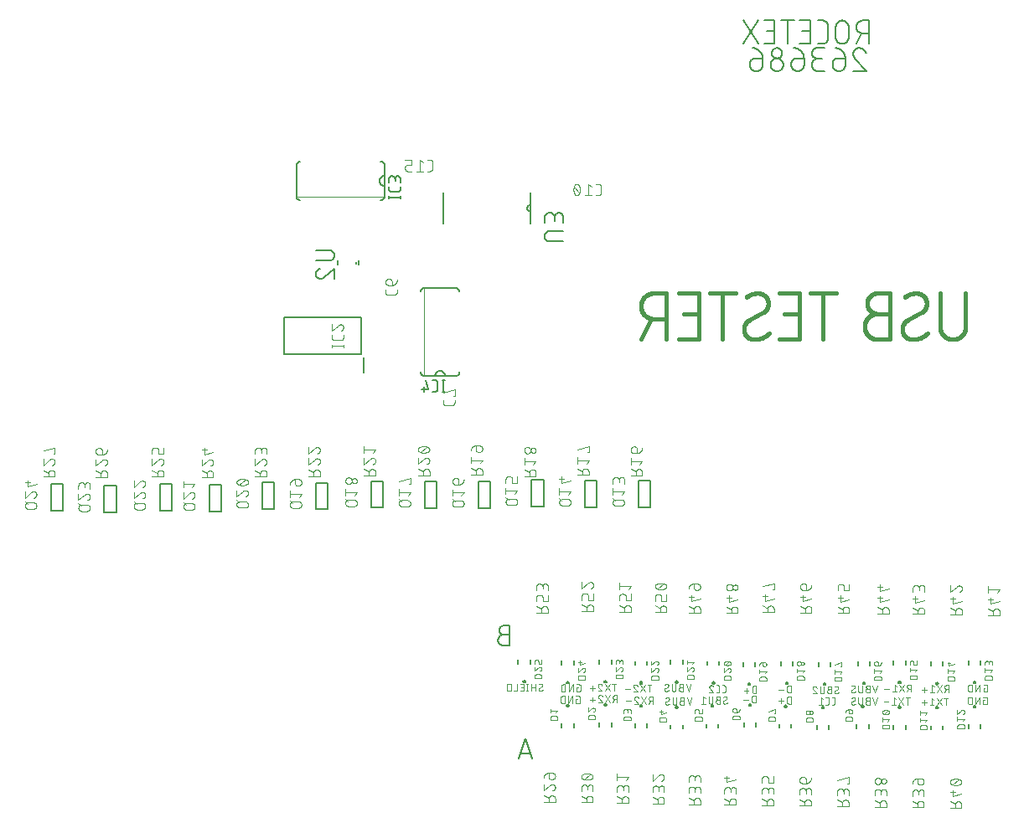
<source format=gbr>
G04 EAGLE Gerber RS-274X export*
G75*
%MOMM*%
%FSLAX34Y34*%
%LPD*%
%INSilkscreen Bottom*%
%IPPOS*%
%AMOC8*
5,1,8,0,0,1.08239X$1,22.5*%
G01*
%ADD10C,0.076200*%
%ADD11C,0.177800*%
%ADD12C,0.406400*%
%ADD13C,0.203200*%
%ADD14C,0.101600*%
%ADD15C,0.200000*%
%ADD16C,0.152400*%
%ADD17C,0.050800*%
%ADD18C,0.127000*%


D10*
X529327Y307818D02*
X529329Y307740D01*
X529334Y307662D01*
X529344Y307585D01*
X529357Y307508D01*
X529373Y307432D01*
X529393Y307357D01*
X529417Y307283D01*
X529444Y307210D01*
X529475Y307138D01*
X529509Y307068D01*
X529546Y306999D01*
X529587Y306933D01*
X529631Y306868D01*
X529677Y306806D01*
X529727Y306746D01*
X529779Y306688D01*
X529834Y306633D01*
X529892Y306581D01*
X529952Y306531D01*
X530014Y306485D01*
X530079Y306441D01*
X530146Y306400D01*
X530214Y306363D01*
X530284Y306329D01*
X530356Y306298D01*
X530429Y306271D01*
X530503Y306247D01*
X530578Y306227D01*
X530654Y306211D01*
X530731Y306198D01*
X530808Y306188D01*
X530886Y306183D01*
X530964Y306181D01*
X531078Y306183D01*
X531191Y306188D01*
X531305Y306198D01*
X531418Y306211D01*
X531530Y306228D01*
X531642Y306248D01*
X531753Y306272D01*
X531864Y306300D01*
X531973Y306331D01*
X532081Y306366D01*
X532188Y306405D01*
X532294Y306447D01*
X532398Y306492D01*
X532501Y306541D01*
X532602Y306594D01*
X532701Y306649D01*
X532799Y306708D01*
X532894Y306770D01*
X532987Y306835D01*
X533079Y306903D01*
X533167Y306974D01*
X533254Y307048D01*
X533338Y307125D01*
X533419Y307204D01*
X533215Y311910D02*
X533213Y311988D01*
X533208Y312066D01*
X533198Y312143D01*
X533185Y312220D01*
X533169Y312296D01*
X533149Y312371D01*
X533125Y312445D01*
X533098Y312518D01*
X533067Y312590D01*
X533033Y312660D01*
X532996Y312729D01*
X532955Y312795D01*
X532911Y312860D01*
X532865Y312922D01*
X532815Y312982D01*
X532763Y313040D01*
X532708Y313095D01*
X532650Y313147D01*
X532590Y313197D01*
X532528Y313243D01*
X532463Y313287D01*
X532397Y313328D01*
X532328Y313365D01*
X532258Y313399D01*
X532186Y313430D01*
X532113Y313457D01*
X532039Y313481D01*
X531964Y313501D01*
X531888Y313517D01*
X531811Y313530D01*
X531734Y313540D01*
X531656Y313545D01*
X531578Y313547D01*
X531468Y313545D01*
X531359Y313539D01*
X531249Y313529D01*
X531141Y313516D01*
X531032Y313498D01*
X530925Y313477D01*
X530818Y313451D01*
X530712Y313422D01*
X530607Y313390D01*
X530504Y313353D01*
X530402Y313313D01*
X530301Y313269D01*
X530202Y313221D01*
X530105Y313171D01*
X530010Y313116D01*
X529917Y313058D01*
X529826Y312997D01*
X529737Y312933D01*
X532396Y310477D02*
X532463Y310519D01*
X532528Y310563D01*
X532590Y310611D01*
X532650Y310661D01*
X532708Y310714D01*
X532763Y310770D01*
X532815Y310829D01*
X532865Y310889D01*
X532912Y310953D01*
X532955Y311018D01*
X532996Y311085D01*
X533033Y311154D01*
X533067Y311225D01*
X533098Y311297D01*
X533125Y311371D01*
X533149Y311445D01*
X533169Y311521D01*
X533185Y311598D01*
X533198Y311675D01*
X533208Y311753D01*
X533213Y311832D01*
X533215Y311910D01*
X530145Y309250D02*
X530079Y309209D01*
X530014Y309164D01*
X529952Y309117D01*
X529892Y309066D01*
X529834Y309013D01*
X529779Y308957D01*
X529726Y308899D01*
X529677Y308838D01*
X529630Y308775D01*
X529587Y308710D01*
X529546Y308643D01*
X529509Y308574D01*
X529475Y308503D01*
X529444Y308431D01*
X529417Y308357D01*
X529393Y308282D01*
X529373Y308207D01*
X529357Y308130D01*
X529344Y308053D01*
X529334Y307975D01*
X529329Y307896D01*
X529327Y307818D01*
X530145Y309250D02*
X532396Y310478D01*
X526104Y313547D02*
X526104Y306181D01*
X526104Y310273D02*
X522012Y310273D01*
X522012Y313547D02*
X522012Y306181D01*
X517962Y306181D02*
X517962Y313547D01*
X518780Y306181D02*
X517143Y306181D01*
X517143Y313547D02*
X518780Y313547D01*
X513896Y306181D02*
X510622Y306181D01*
X513896Y306181D02*
X513896Y313547D01*
X510622Y313547D01*
X511441Y310273D02*
X513896Y310273D01*
X507556Y313547D02*
X507556Y306181D01*
X504283Y306181D01*
X501232Y306181D02*
X501232Y313547D01*
X499186Y313547D01*
X499097Y313545D01*
X499008Y313539D01*
X498919Y313529D01*
X498831Y313516D01*
X498743Y313499D01*
X498656Y313477D01*
X498571Y313452D01*
X498486Y313424D01*
X498403Y313391D01*
X498321Y313355D01*
X498241Y313316D01*
X498163Y313273D01*
X498087Y313227D01*
X498012Y313177D01*
X497940Y313124D01*
X497871Y313068D01*
X497804Y313009D01*
X497739Y312948D01*
X497678Y312883D01*
X497619Y312816D01*
X497563Y312747D01*
X497510Y312675D01*
X497460Y312600D01*
X497414Y312524D01*
X497371Y312446D01*
X497332Y312366D01*
X497296Y312284D01*
X497263Y312201D01*
X497235Y312116D01*
X497210Y312031D01*
X497188Y311944D01*
X497171Y311856D01*
X497158Y311768D01*
X497148Y311679D01*
X497142Y311590D01*
X497140Y311501D01*
X497140Y308227D01*
X497142Y308138D01*
X497148Y308049D01*
X497158Y307960D01*
X497171Y307872D01*
X497188Y307784D01*
X497210Y307697D01*
X497235Y307612D01*
X497263Y307527D01*
X497296Y307444D01*
X497332Y307362D01*
X497371Y307282D01*
X497414Y307204D01*
X497460Y307128D01*
X497510Y307053D01*
X497563Y306981D01*
X497619Y306912D01*
X497678Y306845D01*
X497739Y306780D01*
X497804Y306719D01*
X497871Y306660D01*
X497940Y306604D01*
X498012Y306551D01*
X498087Y306501D01*
X498163Y306455D01*
X498241Y306412D01*
X498321Y306373D01*
X498403Y306337D01*
X498486Y306304D01*
X498571Y306276D01*
X498656Y306251D01*
X498743Y306229D01*
X498831Y306212D01*
X498919Y306199D01*
X499008Y306189D01*
X499097Y306183D01*
X499186Y306181D01*
X501232Y306181D01*
X567127Y297873D02*
X568354Y297873D01*
X567127Y297873D02*
X567127Y293781D01*
X569582Y293781D01*
X569660Y293783D01*
X569738Y293788D01*
X569815Y293798D01*
X569892Y293811D01*
X569968Y293827D01*
X570043Y293847D01*
X570117Y293871D01*
X570190Y293898D01*
X570262Y293929D01*
X570332Y293963D01*
X570401Y294000D01*
X570467Y294041D01*
X570532Y294085D01*
X570594Y294131D01*
X570654Y294181D01*
X570712Y294233D01*
X570767Y294288D01*
X570819Y294346D01*
X570869Y294406D01*
X570915Y294468D01*
X570959Y294533D01*
X571000Y294600D01*
X571037Y294668D01*
X571071Y294738D01*
X571102Y294810D01*
X571129Y294883D01*
X571153Y294957D01*
X571173Y295032D01*
X571189Y295108D01*
X571202Y295185D01*
X571212Y295262D01*
X571217Y295340D01*
X571219Y295418D01*
X571219Y299510D01*
X571217Y299588D01*
X571212Y299666D01*
X571202Y299743D01*
X571189Y299820D01*
X571173Y299896D01*
X571153Y299971D01*
X571129Y300045D01*
X571102Y300118D01*
X571071Y300190D01*
X571037Y300260D01*
X571000Y300329D01*
X570959Y300395D01*
X570915Y300460D01*
X570869Y300522D01*
X570819Y300582D01*
X570767Y300640D01*
X570712Y300695D01*
X570654Y300747D01*
X570594Y300797D01*
X570532Y300843D01*
X570467Y300887D01*
X570401Y300928D01*
X570332Y300965D01*
X570262Y300999D01*
X570190Y301030D01*
X570117Y301057D01*
X570043Y301081D01*
X569968Y301101D01*
X569892Y301117D01*
X569815Y301130D01*
X569738Y301140D01*
X569660Y301145D01*
X569582Y301147D01*
X567127Y301147D01*
X563416Y301147D02*
X563416Y293781D01*
X559324Y293781D02*
X563416Y301147D01*
X559324Y301147D02*
X559324Y293781D01*
X555613Y293781D02*
X555613Y301147D01*
X553567Y301147D01*
X553478Y301145D01*
X553389Y301139D01*
X553300Y301129D01*
X553212Y301116D01*
X553124Y301099D01*
X553037Y301077D01*
X552952Y301052D01*
X552867Y301024D01*
X552784Y300991D01*
X552702Y300955D01*
X552622Y300916D01*
X552544Y300873D01*
X552468Y300827D01*
X552393Y300777D01*
X552321Y300724D01*
X552252Y300668D01*
X552185Y300609D01*
X552120Y300548D01*
X552059Y300483D01*
X552000Y300416D01*
X551944Y300347D01*
X551891Y300275D01*
X551841Y300200D01*
X551795Y300124D01*
X551752Y300046D01*
X551713Y299966D01*
X551677Y299884D01*
X551644Y299801D01*
X551616Y299716D01*
X551591Y299631D01*
X551569Y299544D01*
X551552Y299456D01*
X551539Y299368D01*
X551529Y299279D01*
X551523Y299190D01*
X551521Y299101D01*
X551521Y295827D01*
X551523Y295738D01*
X551529Y295649D01*
X551539Y295560D01*
X551552Y295472D01*
X551569Y295384D01*
X551591Y295297D01*
X551616Y295212D01*
X551644Y295127D01*
X551677Y295044D01*
X551713Y294962D01*
X551752Y294882D01*
X551795Y294804D01*
X551841Y294728D01*
X551891Y294653D01*
X551944Y294581D01*
X552000Y294512D01*
X552059Y294445D01*
X552120Y294380D01*
X552185Y294319D01*
X552252Y294260D01*
X552321Y294204D01*
X552393Y294151D01*
X552468Y294101D01*
X552544Y294055D01*
X552622Y294012D01*
X552702Y293973D01*
X552784Y293937D01*
X552867Y293904D01*
X552952Y293876D01*
X553037Y293851D01*
X553124Y293829D01*
X553212Y293812D01*
X553300Y293799D01*
X553389Y293789D01*
X553478Y293783D01*
X553567Y293781D01*
X555613Y293781D01*
X681564Y292381D02*
X684019Y299747D01*
X679108Y299747D02*
X681564Y292381D01*
X675933Y296473D02*
X673887Y296473D01*
X673798Y296471D01*
X673709Y296465D01*
X673620Y296455D01*
X673532Y296442D01*
X673444Y296425D01*
X673357Y296403D01*
X673272Y296378D01*
X673187Y296350D01*
X673104Y296317D01*
X673022Y296281D01*
X672942Y296242D01*
X672864Y296199D01*
X672788Y296153D01*
X672713Y296103D01*
X672641Y296050D01*
X672572Y295994D01*
X672505Y295935D01*
X672440Y295874D01*
X672379Y295809D01*
X672320Y295742D01*
X672264Y295673D01*
X672211Y295601D01*
X672161Y295526D01*
X672115Y295450D01*
X672072Y295372D01*
X672033Y295292D01*
X671997Y295210D01*
X671964Y295127D01*
X671936Y295042D01*
X671911Y294957D01*
X671889Y294870D01*
X671872Y294782D01*
X671859Y294694D01*
X671849Y294605D01*
X671843Y294516D01*
X671841Y294427D01*
X671843Y294338D01*
X671849Y294249D01*
X671859Y294160D01*
X671872Y294072D01*
X671889Y293984D01*
X671911Y293897D01*
X671936Y293812D01*
X671964Y293727D01*
X671997Y293644D01*
X672033Y293562D01*
X672072Y293482D01*
X672115Y293404D01*
X672161Y293328D01*
X672211Y293253D01*
X672264Y293181D01*
X672320Y293112D01*
X672379Y293045D01*
X672440Y292980D01*
X672505Y292919D01*
X672572Y292860D01*
X672641Y292804D01*
X672713Y292751D01*
X672788Y292701D01*
X672864Y292655D01*
X672942Y292612D01*
X673022Y292573D01*
X673104Y292537D01*
X673187Y292504D01*
X673272Y292476D01*
X673357Y292451D01*
X673444Y292429D01*
X673532Y292412D01*
X673620Y292399D01*
X673709Y292389D01*
X673798Y292383D01*
X673887Y292381D01*
X675933Y292381D01*
X675933Y299747D01*
X673887Y299747D01*
X673808Y299745D01*
X673729Y299739D01*
X673650Y299730D01*
X673572Y299717D01*
X673495Y299699D01*
X673419Y299679D01*
X673344Y299654D01*
X673270Y299626D01*
X673197Y299595D01*
X673126Y299559D01*
X673057Y299521D01*
X672990Y299479D01*
X672925Y299434D01*
X672862Y299386D01*
X672801Y299335D01*
X672744Y299281D01*
X672688Y299225D01*
X672636Y299166D01*
X672586Y299104D01*
X672540Y299040D01*
X672496Y298974D01*
X672456Y298906D01*
X672420Y298836D01*
X672386Y298764D01*
X672356Y298690D01*
X672330Y298616D01*
X672307Y298540D01*
X672289Y298463D01*
X672273Y298386D01*
X672262Y298307D01*
X672254Y298229D01*
X672250Y298150D01*
X672250Y298070D01*
X672254Y297991D01*
X672262Y297913D01*
X672273Y297834D01*
X672289Y297757D01*
X672307Y297680D01*
X672330Y297604D01*
X672356Y297530D01*
X672386Y297456D01*
X672420Y297384D01*
X672456Y297314D01*
X672496Y297246D01*
X672540Y297180D01*
X672586Y297116D01*
X672636Y297054D01*
X672688Y296995D01*
X672744Y296939D01*
X672801Y296885D01*
X672862Y296834D01*
X672925Y296786D01*
X672990Y296741D01*
X673057Y296699D01*
X673126Y296661D01*
X673197Y296625D01*
X673270Y296594D01*
X673344Y296566D01*
X673419Y296541D01*
X673495Y296521D01*
X673572Y296503D01*
X673650Y296490D01*
X673729Y296481D01*
X673808Y296475D01*
X673887Y296473D01*
X668736Y294427D02*
X668736Y299747D01*
X668735Y294427D02*
X668733Y294338D01*
X668727Y294249D01*
X668717Y294160D01*
X668704Y294072D01*
X668687Y293984D01*
X668665Y293897D01*
X668640Y293812D01*
X668612Y293727D01*
X668579Y293644D01*
X668543Y293562D01*
X668504Y293482D01*
X668461Y293404D01*
X668415Y293328D01*
X668365Y293253D01*
X668312Y293181D01*
X668256Y293112D01*
X668197Y293045D01*
X668136Y292980D01*
X668071Y292919D01*
X668004Y292860D01*
X667935Y292804D01*
X667863Y292751D01*
X667788Y292701D01*
X667712Y292655D01*
X667634Y292612D01*
X667554Y292573D01*
X667472Y292537D01*
X667389Y292504D01*
X667304Y292476D01*
X667219Y292451D01*
X667132Y292429D01*
X667044Y292412D01*
X666956Y292399D01*
X666867Y292389D01*
X666778Y292383D01*
X666689Y292381D01*
X666600Y292383D01*
X666511Y292389D01*
X666422Y292399D01*
X666334Y292412D01*
X666246Y292429D01*
X666159Y292451D01*
X666074Y292476D01*
X665989Y292504D01*
X665906Y292537D01*
X665824Y292573D01*
X665744Y292612D01*
X665666Y292655D01*
X665590Y292701D01*
X665515Y292751D01*
X665443Y292804D01*
X665374Y292860D01*
X665307Y292919D01*
X665242Y292980D01*
X665181Y293045D01*
X665122Y293112D01*
X665066Y293181D01*
X665013Y293253D01*
X664963Y293328D01*
X664917Y293404D01*
X664874Y293482D01*
X664835Y293562D01*
X664799Y293644D01*
X664766Y293727D01*
X664738Y293812D01*
X664713Y293897D01*
X664691Y293984D01*
X664674Y294072D01*
X664661Y294160D01*
X664651Y294249D01*
X664645Y294338D01*
X664643Y294427D01*
X664643Y299747D01*
X657328Y294018D02*
X657330Y293940D01*
X657335Y293862D01*
X657345Y293785D01*
X657358Y293708D01*
X657374Y293632D01*
X657394Y293557D01*
X657418Y293483D01*
X657445Y293410D01*
X657476Y293338D01*
X657510Y293268D01*
X657547Y293199D01*
X657588Y293133D01*
X657632Y293068D01*
X657678Y293006D01*
X657728Y292946D01*
X657780Y292888D01*
X657835Y292833D01*
X657893Y292781D01*
X657953Y292731D01*
X658015Y292685D01*
X658080Y292641D01*
X658147Y292600D01*
X658215Y292563D01*
X658285Y292529D01*
X658357Y292498D01*
X658430Y292471D01*
X658504Y292447D01*
X658579Y292427D01*
X658655Y292411D01*
X658732Y292398D01*
X658809Y292388D01*
X658887Y292383D01*
X658965Y292381D01*
X659079Y292383D01*
X659192Y292388D01*
X659306Y292398D01*
X659419Y292411D01*
X659531Y292428D01*
X659643Y292448D01*
X659754Y292472D01*
X659865Y292500D01*
X659974Y292531D01*
X660082Y292566D01*
X660189Y292605D01*
X660295Y292647D01*
X660399Y292692D01*
X660502Y292741D01*
X660603Y292794D01*
X660702Y292849D01*
X660800Y292908D01*
X660895Y292970D01*
X660988Y293035D01*
X661080Y293103D01*
X661168Y293174D01*
X661255Y293248D01*
X661339Y293325D01*
X661420Y293404D01*
X661216Y298110D02*
X661214Y298188D01*
X661209Y298266D01*
X661199Y298343D01*
X661186Y298420D01*
X661170Y298496D01*
X661150Y298571D01*
X661126Y298645D01*
X661099Y298718D01*
X661068Y298790D01*
X661034Y298860D01*
X660997Y298929D01*
X660956Y298995D01*
X660912Y299060D01*
X660866Y299122D01*
X660816Y299182D01*
X660764Y299240D01*
X660709Y299295D01*
X660651Y299347D01*
X660591Y299397D01*
X660529Y299443D01*
X660464Y299487D01*
X660398Y299528D01*
X660329Y299565D01*
X660259Y299599D01*
X660187Y299630D01*
X660114Y299657D01*
X660040Y299681D01*
X659965Y299701D01*
X659889Y299717D01*
X659812Y299730D01*
X659735Y299740D01*
X659657Y299745D01*
X659579Y299747D01*
X659469Y299745D01*
X659360Y299739D01*
X659250Y299729D01*
X659142Y299716D01*
X659033Y299698D01*
X658926Y299677D01*
X658819Y299651D01*
X658713Y299622D01*
X658608Y299590D01*
X658505Y299553D01*
X658403Y299513D01*
X658302Y299469D01*
X658203Y299421D01*
X658106Y299371D01*
X658011Y299316D01*
X657918Y299258D01*
X657827Y299197D01*
X657738Y299133D01*
X660397Y296677D02*
X660464Y296719D01*
X660529Y296763D01*
X660591Y296811D01*
X660651Y296861D01*
X660709Y296914D01*
X660764Y296970D01*
X660816Y297029D01*
X660866Y297089D01*
X660913Y297153D01*
X660956Y297218D01*
X660997Y297285D01*
X661034Y297354D01*
X661068Y297425D01*
X661099Y297497D01*
X661126Y297571D01*
X661150Y297645D01*
X661170Y297721D01*
X661186Y297798D01*
X661199Y297875D01*
X661209Y297953D01*
X661214Y298032D01*
X661216Y298110D01*
X658147Y295450D02*
X658081Y295409D01*
X658016Y295364D01*
X657954Y295317D01*
X657894Y295266D01*
X657836Y295213D01*
X657781Y295157D01*
X657728Y295099D01*
X657679Y295038D01*
X657632Y294975D01*
X657589Y294910D01*
X657548Y294843D01*
X657511Y294774D01*
X657477Y294703D01*
X657446Y294631D01*
X657419Y294557D01*
X657395Y294482D01*
X657375Y294407D01*
X657359Y294330D01*
X657346Y294253D01*
X657336Y294175D01*
X657331Y294096D01*
X657329Y294018D01*
X658147Y295450D02*
X660397Y296678D01*
X715727Y295018D02*
X715729Y294940D01*
X715734Y294862D01*
X715744Y294785D01*
X715757Y294708D01*
X715773Y294632D01*
X715793Y294557D01*
X715817Y294483D01*
X715844Y294410D01*
X715875Y294338D01*
X715909Y294268D01*
X715946Y294199D01*
X715987Y294133D01*
X716031Y294068D01*
X716077Y294006D01*
X716127Y293946D01*
X716179Y293888D01*
X716234Y293833D01*
X716292Y293781D01*
X716352Y293731D01*
X716414Y293685D01*
X716479Y293641D01*
X716546Y293600D01*
X716614Y293563D01*
X716684Y293529D01*
X716756Y293498D01*
X716829Y293471D01*
X716903Y293447D01*
X716978Y293427D01*
X717054Y293411D01*
X717131Y293398D01*
X717208Y293388D01*
X717286Y293383D01*
X717364Y293381D01*
X717478Y293383D01*
X717591Y293388D01*
X717705Y293398D01*
X717818Y293411D01*
X717930Y293428D01*
X718042Y293448D01*
X718153Y293472D01*
X718264Y293500D01*
X718373Y293531D01*
X718481Y293566D01*
X718588Y293605D01*
X718694Y293647D01*
X718798Y293692D01*
X718901Y293741D01*
X719002Y293794D01*
X719101Y293849D01*
X719199Y293908D01*
X719294Y293970D01*
X719387Y294035D01*
X719479Y294103D01*
X719567Y294174D01*
X719654Y294248D01*
X719738Y294325D01*
X719819Y294404D01*
X719615Y299110D02*
X719613Y299188D01*
X719608Y299266D01*
X719598Y299343D01*
X719585Y299420D01*
X719569Y299496D01*
X719549Y299571D01*
X719525Y299645D01*
X719498Y299718D01*
X719467Y299790D01*
X719433Y299860D01*
X719396Y299929D01*
X719355Y299995D01*
X719311Y300060D01*
X719265Y300122D01*
X719215Y300182D01*
X719163Y300240D01*
X719108Y300295D01*
X719050Y300347D01*
X718990Y300397D01*
X718928Y300443D01*
X718863Y300487D01*
X718797Y300528D01*
X718728Y300565D01*
X718658Y300599D01*
X718586Y300630D01*
X718513Y300657D01*
X718439Y300681D01*
X718364Y300701D01*
X718288Y300717D01*
X718211Y300730D01*
X718134Y300740D01*
X718056Y300745D01*
X717978Y300747D01*
X717868Y300745D01*
X717759Y300739D01*
X717649Y300729D01*
X717541Y300716D01*
X717432Y300698D01*
X717325Y300677D01*
X717218Y300651D01*
X717112Y300622D01*
X717007Y300590D01*
X716904Y300553D01*
X716802Y300513D01*
X716701Y300469D01*
X716602Y300421D01*
X716505Y300371D01*
X716410Y300316D01*
X716317Y300258D01*
X716226Y300197D01*
X716137Y300133D01*
X718796Y297677D02*
X718863Y297719D01*
X718928Y297763D01*
X718990Y297811D01*
X719050Y297861D01*
X719108Y297914D01*
X719163Y297970D01*
X719215Y298029D01*
X719265Y298089D01*
X719312Y298153D01*
X719355Y298218D01*
X719396Y298285D01*
X719433Y298354D01*
X719467Y298425D01*
X719498Y298497D01*
X719525Y298571D01*
X719549Y298645D01*
X719569Y298721D01*
X719585Y298798D01*
X719598Y298875D01*
X719608Y298953D01*
X719613Y299032D01*
X719615Y299110D01*
X716545Y296450D02*
X716479Y296409D01*
X716414Y296364D01*
X716352Y296317D01*
X716292Y296266D01*
X716234Y296213D01*
X716179Y296157D01*
X716126Y296099D01*
X716077Y296038D01*
X716030Y295975D01*
X715987Y295910D01*
X715946Y295843D01*
X715909Y295774D01*
X715875Y295703D01*
X715844Y295631D01*
X715817Y295557D01*
X715793Y295482D01*
X715773Y295407D01*
X715757Y295330D01*
X715744Y295253D01*
X715734Y295175D01*
X715729Y295096D01*
X715727Y295018D01*
X716545Y296450D02*
X718796Y297678D01*
X712386Y297473D02*
X710340Y297473D01*
X710251Y297471D01*
X710162Y297465D01*
X710073Y297455D01*
X709985Y297442D01*
X709897Y297425D01*
X709810Y297403D01*
X709725Y297378D01*
X709640Y297350D01*
X709557Y297317D01*
X709475Y297281D01*
X709395Y297242D01*
X709317Y297199D01*
X709241Y297153D01*
X709166Y297103D01*
X709094Y297050D01*
X709025Y296994D01*
X708958Y296935D01*
X708893Y296874D01*
X708832Y296809D01*
X708773Y296742D01*
X708717Y296673D01*
X708664Y296601D01*
X708614Y296526D01*
X708568Y296450D01*
X708525Y296372D01*
X708486Y296292D01*
X708450Y296210D01*
X708417Y296127D01*
X708389Y296042D01*
X708364Y295957D01*
X708342Y295870D01*
X708325Y295782D01*
X708312Y295694D01*
X708302Y295605D01*
X708296Y295516D01*
X708294Y295427D01*
X708296Y295338D01*
X708302Y295249D01*
X708312Y295160D01*
X708325Y295072D01*
X708342Y294984D01*
X708364Y294897D01*
X708389Y294812D01*
X708417Y294727D01*
X708450Y294644D01*
X708486Y294562D01*
X708525Y294482D01*
X708568Y294404D01*
X708614Y294328D01*
X708664Y294253D01*
X708717Y294181D01*
X708773Y294112D01*
X708832Y294045D01*
X708893Y293980D01*
X708958Y293919D01*
X709025Y293860D01*
X709094Y293804D01*
X709166Y293751D01*
X709241Y293701D01*
X709317Y293655D01*
X709395Y293612D01*
X709475Y293573D01*
X709557Y293537D01*
X709640Y293504D01*
X709725Y293476D01*
X709810Y293451D01*
X709897Y293429D01*
X709985Y293412D01*
X710073Y293399D01*
X710162Y293389D01*
X710251Y293383D01*
X710340Y293381D01*
X712386Y293381D01*
X712386Y300747D01*
X710340Y300747D01*
X710261Y300745D01*
X710182Y300739D01*
X710103Y300730D01*
X710025Y300717D01*
X709948Y300699D01*
X709872Y300679D01*
X709797Y300654D01*
X709723Y300626D01*
X709650Y300595D01*
X709579Y300559D01*
X709510Y300521D01*
X709443Y300479D01*
X709378Y300434D01*
X709315Y300386D01*
X709254Y300335D01*
X709197Y300281D01*
X709141Y300225D01*
X709089Y300166D01*
X709039Y300104D01*
X708993Y300040D01*
X708949Y299974D01*
X708909Y299906D01*
X708873Y299836D01*
X708839Y299764D01*
X708809Y299690D01*
X708783Y299616D01*
X708760Y299540D01*
X708742Y299463D01*
X708726Y299386D01*
X708715Y299307D01*
X708707Y299229D01*
X708703Y299150D01*
X708703Y299070D01*
X708707Y298991D01*
X708715Y298913D01*
X708726Y298834D01*
X708742Y298757D01*
X708760Y298680D01*
X708783Y298604D01*
X708809Y298530D01*
X708839Y298456D01*
X708873Y298384D01*
X708909Y298314D01*
X708949Y298246D01*
X708993Y298180D01*
X709039Y298116D01*
X709089Y298054D01*
X709141Y297995D01*
X709197Y297939D01*
X709254Y297885D01*
X709315Y297834D01*
X709378Y297786D01*
X709443Y297741D01*
X709510Y297699D01*
X709579Y297661D01*
X709650Y297625D01*
X709723Y297594D01*
X709797Y297566D01*
X709872Y297541D01*
X709948Y297521D01*
X710025Y297503D01*
X710103Y297490D01*
X710182Y297481D01*
X710261Y297475D01*
X710340Y297473D01*
X705189Y295427D02*
X705189Y300747D01*
X705189Y295427D02*
X705187Y295338D01*
X705181Y295249D01*
X705171Y295160D01*
X705158Y295072D01*
X705141Y294984D01*
X705119Y294897D01*
X705094Y294812D01*
X705066Y294727D01*
X705033Y294644D01*
X704997Y294562D01*
X704958Y294482D01*
X704915Y294404D01*
X704869Y294328D01*
X704819Y294253D01*
X704766Y294181D01*
X704710Y294112D01*
X704651Y294045D01*
X704590Y293980D01*
X704525Y293919D01*
X704458Y293860D01*
X704389Y293804D01*
X704317Y293751D01*
X704242Y293701D01*
X704166Y293655D01*
X704088Y293612D01*
X704008Y293573D01*
X703926Y293537D01*
X703843Y293504D01*
X703758Y293476D01*
X703673Y293451D01*
X703586Y293429D01*
X703498Y293412D01*
X703410Y293399D01*
X703321Y293389D01*
X703232Y293383D01*
X703143Y293381D01*
X703054Y293383D01*
X702965Y293389D01*
X702876Y293399D01*
X702788Y293412D01*
X702700Y293429D01*
X702613Y293451D01*
X702528Y293476D01*
X702443Y293504D01*
X702360Y293537D01*
X702278Y293573D01*
X702198Y293612D01*
X702120Y293655D01*
X702044Y293701D01*
X701969Y293751D01*
X701897Y293804D01*
X701828Y293860D01*
X701761Y293919D01*
X701696Y293980D01*
X701635Y294045D01*
X701576Y294112D01*
X701520Y294181D01*
X701467Y294253D01*
X701417Y294328D01*
X701371Y294404D01*
X701328Y294482D01*
X701289Y294562D01*
X701253Y294644D01*
X701220Y294727D01*
X701192Y294812D01*
X701167Y294897D01*
X701145Y294984D01*
X701128Y295072D01*
X701115Y295160D01*
X701105Y295249D01*
X701099Y295338D01*
X701097Y295427D01*
X701096Y295427D02*
X701096Y300747D01*
X697630Y299110D02*
X695584Y300747D01*
X695584Y293381D01*
X697630Y293381D02*
X693537Y293381D01*
X784219Y293381D02*
X784219Y300747D01*
X782173Y300747D01*
X782084Y300745D01*
X781995Y300739D01*
X781906Y300729D01*
X781818Y300716D01*
X781730Y300699D01*
X781643Y300677D01*
X781558Y300652D01*
X781473Y300624D01*
X781390Y300591D01*
X781308Y300555D01*
X781228Y300516D01*
X781150Y300473D01*
X781074Y300427D01*
X780999Y300377D01*
X780927Y300324D01*
X780858Y300268D01*
X780791Y300209D01*
X780726Y300148D01*
X780665Y300083D01*
X780606Y300016D01*
X780550Y299947D01*
X780497Y299875D01*
X780447Y299800D01*
X780401Y299724D01*
X780358Y299646D01*
X780319Y299566D01*
X780283Y299484D01*
X780250Y299401D01*
X780222Y299316D01*
X780197Y299231D01*
X780175Y299144D01*
X780158Y299056D01*
X780145Y298968D01*
X780135Y298879D01*
X780129Y298790D01*
X780127Y298701D01*
X780127Y295427D01*
X780129Y295338D01*
X780135Y295249D01*
X780145Y295160D01*
X780158Y295072D01*
X780175Y294984D01*
X780197Y294897D01*
X780222Y294812D01*
X780250Y294727D01*
X780283Y294644D01*
X780319Y294562D01*
X780358Y294482D01*
X780401Y294404D01*
X780447Y294328D01*
X780497Y294253D01*
X780550Y294181D01*
X780606Y294112D01*
X780665Y294045D01*
X780726Y293980D01*
X780791Y293919D01*
X780858Y293860D01*
X780927Y293804D01*
X780999Y293751D01*
X781074Y293701D01*
X781150Y293655D01*
X781228Y293612D01*
X781308Y293573D01*
X781390Y293537D01*
X781473Y293504D01*
X781558Y293476D01*
X781643Y293451D01*
X781730Y293429D01*
X781818Y293412D01*
X781906Y293399D01*
X781995Y293389D01*
X782084Y293383D01*
X782173Y293381D01*
X784219Y293381D01*
X776582Y296246D02*
X771671Y296246D01*
X774126Y298701D02*
X774126Y293790D01*
X749019Y294381D02*
X749019Y301747D01*
X746973Y301747D01*
X746884Y301745D01*
X746795Y301739D01*
X746706Y301729D01*
X746618Y301716D01*
X746530Y301699D01*
X746443Y301677D01*
X746358Y301652D01*
X746273Y301624D01*
X746190Y301591D01*
X746108Y301555D01*
X746028Y301516D01*
X745950Y301473D01*
X745874Y301427D01*
X745799Y301377D01*
X745727Y301324D01*
X745658Y301268D01*
X745591Y301209D01*
X745526Y301148D01*
X745465Y301083D01*
X745406Y301016D01*
X745350Y300947D01*
X745297Y300875D01*
X745247Y300800D01*
X745201Y300724D01*
X745158Y300646D01*
X745119Y300566D01*
X745083Y300484D01*
X745050Y300401D01*
X745022Y300316D01*
X744997Y300231D01*
X744975Y300144D01*
X744958Y300056D01*
X744945Y299968D01*
X744935Y299879D01*
X744929Y299790D01*
X744927Y299701D01*
X744927Y296427D01*
X744929Y296338D01*
X744935Y296249D01*
X744945Y296160D01*
X744958Y296072D01*
X744975Y295984D01*
X744997Y295897D01*
X745022Y295812D01*
X745050Y295727D01*
X745083Y295644D01*
X745119Y295562D01*
X745158Y295482D01*
X745201Y295404D01*
X745247Y295328D01*
X745297Y295253D01*
X745350Y295181D01*
X745406Y295112D01*
X745465Y295045D01*
X745526Y294980D01*
X745591Y294919D01*
X745658Y294860D01*
X745727Y294804D01*
X745799Y294751D01*
X745874Y294701D01*
X745950Y294655D01*
X746028Y294612D01*
X746108Y294573D01*
X746190Y294537D01*
X746273Y294504D01*
X746358Y294476D01*
X746443Y294451D01*
X746530Y294429D01*
X746618Y294412D01*
X746706Y294399D01*
X746795Y294389D01*
X746884Y294383D01*
X746973Y294381D01*
X749019Y294381D01*
X741382Y297246D02*
X736471Y297246D01*
X825545Y292381D02*
X827182Y292381D01*
X827260Y292383D01*
X827338Y292388D01*
X827415Y292398D01*
X827492Y292411D01*
X827568Y292427D01*
X827643Y292447D01*
X827717Y292471D01*
X827790Y292498D01*
X827862Y292529D01*
X827932Y292563D01*
X828001Y292600D01*
X828067Y292641D01*
X828132Y292685D01*
X828194Y292731D01*
X828254Y292781D01*
X828312Y292833D01*
X828367Y292888D01*
X828419Y292946D01*
X828469Y293006D01*
X828515Y293068D01*
X828559Y293133D01*
X828600Y293200D01*
X828637Y293268D01*
X828671Y293338D01*
X828702Y293410D01*
X828729Y293483D01*
X828753Y293557D01*
X828773Y293632D01*
X828789Y293708D01*
X828802Y293785D01*
X828812Y293862D01*
X828817Y293940D01*
X828819Y294018D01*
X828819Y298110D01*
X828817Y298188D01*
X828812Y298266D01*
X828802Y298343D01*
X828789Y298420D01*
X828773Y298496D01*
X828753Y298571D01*
X828729Y298645D01*
X828702Y298718D01*
X828671Y298790D01*
X828637Y298860D01*
X828600Y298929D01*
X828559Y298995D01*
X828515Y299060D01*
X828469Y299122D01*
X828419Y299182D01*
X828367Y299240D01*
X828312Y299295D01*
X828254Y299347D01*
X828194Y299397D01*
X828132Y299443D01*
X828067Y299487D01*
X828001Y299528D01*
X827932Y299565D01*
X827862Y299599D01*
X827790Y299630D01*
X827717Y299657D01*
X827643Y299681D01*
X827568Y299701D01*
X827492Y299717D01*
X827415Y299730D01*
X827338Y299740D01*
X827260Y299745D01*
X827182Y299747D01*
X825545Y299747D01*
X821086Y292381D02*
X819449Y292381D01*
X821086Y292381D02*
X821164Y292383D01*
X821242Y292388D01*
X821319Y292398D01*
X821396Y292411D01*
X821472Y292427D01*
X821547Y292447D01*
X821621Y292471D01*
X821694Y292498D01*
X821766Y292529D01*
X821836Y292563D01*
X821905Y292600D01*
X821971Y292641D01*
X822036Y292685D01*
X822098Y292731D01*
X822158Y292781D01*
X822216Y292833D01*
X822271Y292888D01*
X822323Y292946D01*
X822373Y293006D01*
X822419Y293068D01*
X822463Y293133D01*
X822504Y293200D01*
X822541Y293268D01*
X822575Y293338D01*
X822606Y293410D01*
X822633Y293483D01*
X822657Y293557D01*
X822677Y293632D01*
X822693Y293708D01*
X822706Y293785D01*
X822716Y293862D01*
X822721Y293940D01*
X822723Y294018D01*
X822723Y298110D01*
X822721Y298188D01*
X822716Y298266D01*
X822706Y298343D01*
X822693Y298420D01*
X822677Y298496D01*
X822657Y298571D01*
X822633Y298645D01*
X822606Y298718D01*
X822575Y298790D01*
X822541Y298860D01*
X822504Y298929D01*
X822463Y298995D01*
X822419Y299060D01*
X822373Y299122D01*
X822323Y299182D01*
X822271Y299240D01*
X822216Y299295D01*
X822158Y299347D01*
X822098Y299397D01*
X822036Y299443D01*
X821971Y299487D01*
X821905Y299528D01*
X821836Y299565D01*
X821766Y299599D01*
X821694Y299630D01*
X821621Y299657D01*
X821547Y299681D01*
X821472Y299701D01*
X821396Y299717D01*
X821319Y299730D01*
X821242Y299740D01*
X821164Y299745D01*
X821086Y299747D01*
X819449Y299747D01*
X816604Y298110D02*
X814558Y299747D01*
X814558Y292381D01*
X816604Y292381D02*
X812512Y292381D01*
X869364Y292381D02*
X871819Y299747D01*
X866908Y299747D02*
X869364Y292381D01*
X863733Y296473D02*
X861687Y296473D01*
X861598Y296471D01*
X861509Y296465D01*
X861420Y296455D01*
X861332Y296442D01*
X861244Y296425D01*
X861157Y296403D01*
X861072Y296378D01*
X860987Y296350D01*
X860904Y296317D01*
X860822Y296281D01*
X860742Y296242D01*
X860664Y296199D01*
X860588Y296153D01*
X860513Y296103D01*
X860441Y296050D01*
X860372Y295994D01*
X860305Y295935D01*
X860240Y295874D01*
X860179Y295809D01*
X860120Y295742D01*
X860064Y295673D01*
X860011Y295601D01*
X859961Y295526D01*
X859915Y295450D01*
X859872Y295372D01*
X859833Y295292D01*
X859797Y295210D01*
X859764Y295127D01*
X859736Y295042D01*
X859711Y294957D01*
X859689Y294870D01*
X859672Y294782D01*
X859659Y294694D01*
X859649Y294605D01*
X859643Y294516D01*
X859641Y294427D01*
X859643Y294338D01*
X859649Y294249D01*
X859659Y294160D01*
X859672Y294072D01*
X859689Y293984D01*
X859711Y293897D01*
X859736Y293812D01*
X859764Y293727D01*
X859797Y293644D01*
X859833Y293562D01*
X859872Y293482D01*
X859915Y293404D01*
X859961Y293328D01*
X860011Y293253D01*
X860064Y293181D01*
X860120Y293112D01*
X860179Y293045D01*
X860240Y292980D01*
X860305Y292919D01*
X860372Y292860D01*
X860441Y292804D01*
X860513Y292751D01*
X860588Y292701D01*
X860664Y292655D01*
X860742Y292612D01*
X860822Y292573D01*
X860904Y292537D01*
X860987Y292504D01*
X861072Y292476D01*
X861157Y292451D01*
X861244Y292429D01*
X861332Y292412D01*
X861420Y292399D01*
X861509Y292389D01*
X861598Y292383D01*
X861687Y292381D01*
X863733Y292381D01*
X863733Y299747D01*
X861687Y299747D01*
X861608Y299745D01*
X861529Y299739D01*
X861450Y299730D01*
X861372Y299717D01*
X861295Y299699D01*
X861219Y299679D01*
X861144Y299654D01*
X861070Y299626D01*
X860997Y299595D01*
X860926Y299559D01*
X860857Y299521D01*
X860790Y299479D01*
X860725Y299434D01*
X860662Y299386D01*
X860601Y299335D01*
X860544Y299281D01*
X860488Y299225D01*
X860436Y299166D01*
X860386Y299104D01*
X860340Y299040D01*
X860296Y298974D01*
X860256Y298906D01*
X860220Y298836D01*
X860186Y298764D01*
X860156Y298690D01*
X860130Y298616D01*
X860107Y298540D01*
X860089Y298463D01*
X860073Y298386D01*
X860062Y298307D01*
X860054Y298229D01*
X860050Y298150D01*
X860050Y298070D01*
X860054Y297991D01*
X860062Y297913D01*
X860073Y297834D01*
X860089Y297757D01*
X860107Y297680D01*
X860130Y297604D01*
X860156Y297530D01*
X860186Y297456D01*
X860220Y297384D01*
X860256Y297314D01*
X860296Y297246D01*
X860340Y297180D01*
X860386Y297116D01*
X860436Y297054D01*
X860488Y296995D01*
X860544Y296939D01*
X860601Y296885D01*
X860662Y296834D01*
X860725Y296786D01*
X860790Y296741D01*
X860857Y296699D01*
X860926Y296661D01*
X860997Y296625D01*
X861070Y296594D01*
X861144Y296566D01*
X861219Y296541D01*
X861295Y296521D01*
X861372Y296503D01*
X861450Y296490D01*
X861529Y296481D01*
X861608Y296475D01*
X861687Y296473D01*
X856536Y294427D02*
X856536Y299747D01*
X856535Y294427D02*
X856533Y294338D01*
X856527Y294249D01*
X856517Y294160D01*
X856504Y294072D01*
X856487Y293984D01*
X856465Y293897D01*
X856440Y293812D01*
X856412Y293727D01*
X856379Y293644D01*
X856343Y293562D01*
X856304Y293482D01*
X856261Y293404D01*
X856215Y293328D01*
X856165Y293253D01*
X856112Y293181D01*
X856056Y293112D01*
X855997Y293045D01*
X855936Y292980D01*
X855871Y292919D01*
X855804Y292860D01*
X855735Y292804D01*
X855663Y292751D01*
X855588Y292701D01*
X855512Y292655D01*
X855434Y292612D01*
X855354Y292573D01*
X855272Y292537D01*
X855189Y292504D01*
X855104Y292476D01*
X855019Y292451D01*
X854932Y292429D01*
X854844Y292412D01*
X854756Y292399D01*
X854667Y292389D01*
X854578Y292383D01*
X854489Y292381D01*
X854400Y292383D01*
X854311Y292389D01*
X854222Y292399D01*
X854134Y292412D01*
X854046Y292429D01*
X853959Y292451D01*
X853874Y292476D01*
X853789Y292504D01*
X853706Y292537D01*
X853624Y292573D01*
X853544Y292612D01*
X853466Y292655D01*
X853390Y292701D01*
X853315Y292751D01*
X853243Y292804D01*
X853174Y292860D01*
X853107Y292919D01*
X853042Y292980D01*
X852981Y293045D01*
X852922Y293112D01*
X852866Y293181D01*
X852813Y293253D01*
X852763Y293328D01*
X852717Y293404D01*
X852674Y293482D01*
X852635Y293562D01*
X852599Y293644D01*
X852566Y293727D01*
X852538Y293812D01*
X852513Y293897D01*
X852491Y293984D01*
X852474Y294072D01*
X852461Y294160D01*
X852451Y294249D01*
X852445Y294338D01*
X852443Y294427D01*
X852443Y299747D01*
X845128Y294018D02*
X845130Y293940D01*
X845135Y293862D01*
X845145Y293785D01*
X845158Y293708D01*
X845174Y293632D01*
X845194Y293557D01*
X845218Y293483D01*
X845245Y293410D01*
X845276Y293338D01*
X845310Y293268D01*
X845347Y293199D01*
X845388Y293133D01*
X845432Y293068D01*
X845478Y293006D01*
X845528Y292946D01*
X845580Y292888D01*
X845635Y292833D01*
X845693Y292781D01*
X845753Y292731D01*
X845815Y292685D01*
X845880Y292641D01*
X845947Y292600D01*
X846015Y292563D01*
X846085Y292529D01*
X846157Y292498D01*
X846230Y292471D01*
X846304Y292447D01*
X846379Y292427D01*
X846455Y292411D01*
X846532Y292398D01*
X846609Y292388D01*
X846687Y292383D01*
X846765Y292381D01*
X846879Y292383D01*
X846992Y292388D01*
X847106Y292398D01*
X847219Y292411D01*
X847331Y292428D01*
X847443Y292448D01*
X847554Y292472D01*
X847665Y292500D01*
X847774Y292531D01*
X847882Y292566D01*
X847989Y292605D01*
X848095Y292647D01*
X848199Y292692D01*
X848302Y292741D01*
X848403Y292794D01*
X848502Y292849D01*
X848600Y292908D01*
X848695Y292970D01*
X848788Y293035D01*
X848880Y293103D01*
X848968Y293174D01*
X849055Y293248D01*
X849139Y293325D01*
X849220Y293404D01*
X849016Y298110D02*
X849014Y298188D01*
X849009Y298266D01*
X848999Y298343D01*
X848986Y298420D01*
X848970Y298496D01*
X848950Y298571D01*
X848926Y298645D01*
X848899Y298718D01*
X848868Y298790D01*
X848834Y298860D01*
X848797Y298929D01*
X848756Y298995D01*
X848712Y299060D01*
X848666Y299122D01*
X848616Y299182D01*
X848564Y299240D01*
X848509Y299295D01*
X848451Y299347D01*
X848391Y299397D01*
X848329Y299443D01*
X848264Y299487D01*
X848198Y299528D01*
X848129Y299565D01*
X848059Y299599D01*
X847987Y299630D01*
X847914Y299657D01*
X847840Y299681D01*
X847765Y299701D01*
X847689Y299717D01*
X847612Y299730D01*
X847535Y299740D01*
X847457Y299745D01*
X847379Y299747D01*
X847269Y299745D01*
X847160Y299739D01*
X847050Y299729D01*
X846942Y299716D01*
X846833Y299698D01*
X846726Y299677D01*
X846619Y299651D01*
X846513Y299622D01*
X846408Y299590D01*
X846305Y299553D01*
X846203Y299513D01*
X846102Y299469D01*
X846003Y299421D01*
X845906Y299371D01*
X845811Y299316D01*
X845718Y299258D01*
X845627Y299197D01*
X845538Y299133D01*
X848197Y296677D02*
X848264Y296719D01*
X848329Y296763D01*
X848391Y296811D01*
X848451Y296861D01*
X848509Y296914D01*
X848564Y296970D01*
X848616Y297029D01*
X848666Y297089D01*
X848713Y297153D01*
X848756Y297218D01*
X848797Y297285D01*
X848834Y297354D01*
X848868Y297425D01*
X848899Y297497D01*
X848926Y297571D01*
X848950Y297645D01*
X848970Y297721D01*
X848986Y297798D01*
X848999Y297875D01*
X849009Y297953D01*
X849014Y298032D01*
X849016Y298110D01*
X845947Y295450D02*
X845881Y295409D01*
X845816Y295364D01*
X845754Y295317D01*
X845694Y295266D01*
X845636Y295213D01*
X845581Y295157D01*
X845528Y295099D01*
X845479Y295038D01*
X845432Y294975D01*
X845389Y294910D01*
X845348Y294843D01*
X845311Y294774D01*
X845277Y294703D01*
X845246Y294631D01*
X845219Y294557D01*
X845195Y294482D01*
X845175Y294407D01*
X845159Y294330D01*
X845146Y294253D01*
X845136Y294175D01*
X845131Y294096D01*
X845129Y294018D01*
X845947Y295450D02*
X848197Y296678D01*
X978527Y296873D02*
X979754Y296873D01*
X978527Y296873D02*
X978527Y292781D01*
X980982Y292781D01*
X981060Y292783D01*
X981138Y292788D01*
X981215Y292798D01*
X981292Y292811D01*
X981368Y292827D01*
X981443Y292847D01*
X981517Y292871D01*
X981590Y292898D01*
X981662Y292929D01*
X981732Y292963D01*
X981801Y293000D01*
X981867Y293041D01*
X981932Y293085D01*
X981994Y293131D01*
X982054Y293181D01*
X982112Y293233D01*
X982167Y293288D01*
X982219Y293346D01*
X982269Y293406D01*
X982315Y293468D01*
X982359Y293533D01*
X982400Y293600D01*
X982437Y293668D01*
X982471Y293738D01*
X982502Y293810D01*
X982529Y293883D01*
X982553Y293957D01*
X982573Y294032D01*
X982589Y294108D01*
X982602Y294185D01*
X982612Y294262D01*
X982617Y294340D01*
X982619Y294418D01*
X982619Y298510D01*
X982617Y298588D01*
X982612Y298666D01*
X982602Y298743D01*
X982589Y298820D01*
X982573Y298896D01*
X982553Y298971D01*
X982529Y299045D01*
X982502Y299118D01*
X982471Y299190D01*
X982437Y299260D01*
X982400Y299329D01*
X982359Y299395D01*
X982315Y299460D01*
X982269Y299522D01*
X982219Y299582D01*
X982167Y299640D01*
X982112Y299695D01*
X982054Y299747D01*
X981994Y299797D01*
X981932Y299843D01*
X981867Y299887D01*
X981801Y299928D01*
X981732Y299965D01*
X981662Y299999D01*
X981590Y300030D01*
X981517Y300057D01*
X981443Y300081D01*
X981368Y300101D01*
X981292Y300117D01*
X981215Y300130D01*
X981138Y300140D01*
X981060Y300145D01*
X980982Y300147D01*
X978527Y300147D01*
X974816Y300147D02*
X974816Y292781D01*
X970724Y292781D02*
X974816Y300147D01*
X970724Y300147D02*
X970724Y292781D01*
X967013Y292781D02*
X967013Y300147D01*
X964967Y300147D01*
X964878Y300145D01*
X964789Y300139D01*
X964700Y300129D01*
X964612Y300116D01*
X964524Y300099D01*
X964437Y300077D01*
X964352Y300052D01*
X964267Y300024D01*
X964184Y299991D01*
X964102Y299955D01*
X964022Y299916D01*
X963944Y299873D01*
X963868Y299827D01*
X963793Y299777D01*
X963721Y299724D01*
X963652Y299668D01*
X963585Y299609D01*
X963520Y299548D01*
X963459Y299483D01*
X963400Y299416D01*
X963344Y299347D01*
X963291Y299275D01*
X963241Y299200D01*
X963195Y299124D01*
X963152Y299046D01*
X963113Y298966D01*
X963077Y298884D01*
X963044Y298801D01*
X963016Y298716D01*
X962991Y298631D01*
X962969Y298544D01*
X962952Y298456D01*
X962939Y298368D01*
X962929Y298279D01*
X962923Y298190D01*
X962921Y298101D01*
X962921Y294827D01*
X962923Y294738D01*
X962929Y294649D01*
X962939Y294560D01*
X962952Y294472D01*
X962969Y294384D01*
X962991Y294297D01*
X963016Y294212D01*
X963044Y294127D01*
X963077Y294044D01*
X963113Y293962D01*
X963152Y293882D01*
X963195Y293804D01*
X963241Y293728D01*
X963291Y293653D01*
X963344Y293581D01*
X963400Y293512D01*
X963459Y293445D01*
X963520Y293380D01*
X963585Y293319D01*
X963652Y293260D01*
X963721Y293204D01*
X963793Y293151D01*
X963868Y293101D01*
X963944Y293055D01*
X964022Y293012D01*
X964102Y292973D01*
X964184Y292937D01*
X964267Y292904D01*
X964352Y292876D01*
X964437Y292851D01*
X964524Y292829D01*
X964612Y292812D01*
X964700Y292799D01*
X964789Y292789D01*
X964878Y292783D01*
X964967Y292781D01*
X967013Y292781D01*
X978727Y309473D02*
X979954Y309473D01*
X978727Y309473D02*
X978727Y305381D01*
X981182Y305381D01*
X981260Y305383D01*
X981338Y305388D01*
X981415Y305398D01*
X981492Y305411D01*
X981568Y305427D01*
X981643Y305447D01*
X981717Y305471D01*
X981790Y305498D01*
X981862Y305529D01*
X981932Y305563D01*
X982001Y305600D01*
X982067Y305641D01*
X982132Y305685D01*
X982194Y305731D01*
X982254Y305781D01*
X982312Y305833D01*
X982367Y305888D01*
X982419Y305946D01*
X982469Y306006D01*
X982515Y306068D01*
X982559Y306133D01*
X982600Y306200D01*
X982637Y306268D01*
X982671Y306338D01*
X982702Y306410D01*
X982729Y306483D01*
X982753Y306557D01*
X982773Y306632D01*
X982789Y306708D01*
X982802Y306785D01*
X982812Y306862D01*
X982817Y306940D01*
X982819Y307018D01*
X982819Y311110D01*
X982817Y311188D01*
X982812Y311266D01*
X982802Y311343D01*
X982789Y311420D01*
X982773Y311496D01*
X982753Y311571D01*
X982729Y311645D01*
X982702Y311718D01*
X982671Y311790D01*
X982637Y311860D01*
X982600Y311929D01*
X982559Y311995D01*
X982515Y312060D01*
X982469Y312122D01*
X982419Y312182D01*
X982367Y312240D01*
X982312Y312295D01*
X982254Y312347D01*
X982194Y312397D01*
X982132Y312443D01*
X982067Y312487D01*
X982001Y312528D01*
X981932Y312565D01*
X981862Y312599D01*
X981790Y312630D01*
X981717Y312657D01*
X981643Y312681D01*
X981568Y312701D01*
X981492Y312717D01*
X981415Y312730D01*
X981338Y312740D01*
X981260Y312745D01*
X981182Y312747D01*
X978727Y312747D01*
X975016Y312747D02*
X975016Y305381D01*
X970924Y305381D02*
X975016Y312747D01*
X970924Y312747D02*
X970924Y305381D01*
X967213Y305381D02*
X967213Y312747D01*
X965167Y312747D01*
X965078Y312745D01*
X964989Y312739D01*
X964900Y312729D01*
X964812Y312716D01*
X964724Y312699D01*
X964637Y312677D01*
X964552Y312652D01*
X964467Y312624D01*
X964384Y312591D01*
X964302Y312555D01*
X964222Y312516D01*
X964144Y312473D01*
X964068Y312427D01*
X963993Y312377D01*
X963921Y312324D01*
X963852Y312268D01*
X963785Y312209D01*
X963720Y312148D01*
X963659Y312083D01*
X963600Y312016D01*
X963544Y311947D01*
X963491Y311875D01*
X963441Y311800D01*
X963395Y311724D01*
X963352Y311646D01*
X963313Y311566D01*
X963277Y311484D01*
X963244Y311401D01*
X963216Y311316D01*
X963191Y311231D01*
X963169Y311144D01*
X963152Y311056D01*
X963139Y310968D01*
X963129Y310879D01*
X963123Y310790D01*
X963121Y310701D01*
X963121Y307427D01*
X963123Y307338D01*
X963129Y307249D01*
X963139Y307160D01*
X963152Y307072D01*
X963169Y306984D01*
X963191Y306897D01*
X963216Y306812D01*
X963244Y306727D01*
X963277Y306644D01*
X963313Y306562D01*
X963352Y306482D01*
X963395Y306404D01*
X963441Y306328D01*
X963491Y306253D01*
X963544Y306181D01*
X963600Y306112D01*
X963659Y306045D01*
X963720Y305980D01*
X963785Y305919D01*
X963852Y305860D01*
X963921Y305804D01*
X963993Y305751D01*
X964068Y305701D01*
X964144Y305655D01*
X964222Y305612D01*
X964302Y305573D01*
X964384Y305537D01*
X964467Y305504D01*
X964552Y305476D01*
X964637Y305451D01*
X964724Y305429D01*
X964812Y305412D01*
X964900Y305399D01*
X964989Y305389D01*
X965078Y305383D01*
X965167Y305381D01*
X967213Y305381D01*
X568954Y309673D02*
X567727Y309673D01*
X567727Y305581D01*
X570182Y305581D01*
X570260Y305583D01*
X570338Y305588D01*
X570415Y305598D01*
X570492Y305611D01*
X570568Y305627D01*
X570643Y305647D01*
X570717Y305671D01*
X570790Y305698D01*
X570862Y305729D01*
X570932Y305763D01*
X571001Y305800D01*
X571067Y305841D01*
X571132Y305885D01*
X571194Y305931D01*
X571254Y305981D01*
X571312Y306033D01*
X571367Y306088D01*
X571419Y306146D01*
X571469Y306206D01*
X571515Y306268D01*
X571559Y306333D01*
X571600Y306400D01*
X571637Y306468D01*
X571671Y306538D01*
X571702Y306610D01*
X571729Y306683D01*
X571753Y306757D01*
X571773Y306832D01*
X571789Y306908D01*
X571802Y306985D01*
X571812Y307062D01*
X571817Y307140D01*
X571819Y307218D01*
X571819Y311310D01*
X571817Y311388D01*
X571812Y311466D01*
X571802Y311543D01*
X571789Y311620D01*
X571773Y311696D01*
X571753Y311771D01*
X571729Y311845D01*
X571702Y311918D01*
X571671Y311990D01*
X571637Y312060D01*
X571600Y312129D01*
X571559Y312195D01*
X571515Y312260D01*
X571469Y312322D01*
X571419Y312382D01*
X571367Y312440D01*
X571312Y312495D01*
X571254Y312547D01*
X571194Y312597D01*
X571132Y312643D01*
X571067Y312687D01*
X571001Y312728D01*
X570932Y312765D01*
X570862Y312799D01*
X570790Y312830D01*
X570717Y312857D01*
X570643Y312881D01*
X570568Y312901D01*
X570492Y312917D01*
X570415Y312930D01*
X570338Y312940D01*
X570260Y312945D01*
X570182Y312947D01*
X567727Y312947D01*
X564016Y312947D02*
X564016Y305581D01*
X559924Y305581D02*
X564016Y312947D01*
X559924Y312947D02*
X559924Y305581D01*
X556213Y305581D02*
X556213Y312947D01*
X554167Y312947D01*
X554078Y312945D01*
X553989Y312939D01*
X553900Y312929D01*
X553812Y312916D01*
X553724Y312899D01*
X553637Y312877D01*
X553552Y312852D01*
X553467Y312824D01*
X553384Y312791D01*
X553302Y312755D01*
X553222Y312716D01*
X553144Y312673D01*
X553068Y312627D01*
X552993Y312577D01*
X552921Y312524D01*
X552852Y312468D01*
X552785Y312409D01*
X552720Y312348D01*
X552659Y312283D01*
X552600Y312216D01*
X552544Y312147D01*
X552491Y312075D01*
X552441Y312000D01*
X552395Y311924D01*
X552352Y311846D01*
X552313Y311766D01*
X552277Y311684D01*
X552244Y311601D01*
X552216Y311516D01*
X552191Y311431D01*
X552169Y311344D01*
X552152Y311256D01*
X552139Y311168D01*
X552129Y311079D01*
X552123Y310990D01*
X552121Y310901D01*
X552121Y307627D01*
X552123Y307538D01*
X552129Y307449D01*
X552139Y307360D01*
X552152Y307272D01*
X552169Y307184D01*
X552191Y307097D01*
X552216Y307012D01*
X552244Y306927D01*
X552277Y306844D01*
X552313Y306762D01*
X552352Y306682D01*
X552395Y306604D01*
X552441Y306528D01*
X552491Y306453D01*
X552544Y306381D01*
X552600Y306312D01*
X552659Y306245D01*
X552720Y306180D01*
X552785Y306119D01*
X552852Y306060D01*
X552921Y306004D01*
X552993Y305951D01*
X553068Y305901D01*
X553144Y305855D01*
X553222Y305812D01*
X553302Y305773D01*
X553384Y305737D01*
X553467Y305704D01*
X553552Y305676D01*
X553637Y305651D01*
X553724Y305629D01*
X553812Y305612D01*
X553900Y305599D01*
X553989Y305589D01*
X554078Y305583D01*
X554167Y305581D01*
X556213Y305581D01*
X943419Y304781D02*
X943419Y312147D01*
X941373Y312147D01*
X941284Y312145D01*
X941195Y312139D01*
X941106Y312129D01*
X941018Y312116D01*
X940930Y312099D01*
X940843Y312077D01*
X940758Y312052D01*
X940673Y312024D01*
X940590Y311991D01*
X940508Y311955D01*
X940428Y311916D01*
X940350Y311873D01*
X940274Y311827D01*
X940199Y311777D01*
X940127Y311724D01*
X940058Y311668D01*
X939991Y311609D01*
X939926Y311548D01*
X939865Y311483D01*
X939806Y311416D01*
X939750Y311347D01*
X939697Y311275D01*
X939647Y311200D01*
X939601Y311124D01*
X939558Y311046D01*
X939519Y310966D01*
X939483Y310884D01*
X939450Y310801D01*
X939422Y310716D01*
X939397Y310631D01*
X939375Y310544D01*
X939358Y310456D01*
X939345Y310368D01*
X939335Y310279D01*
X939329Y310190D01*
X939327Y310101D01*
X939329Y310012D01*
X939335Y309923D01*
X939345Y309834D01*
X939358Y309746D01*
X939375Y309658D01*
X939397Y309571D01*
X939422Y309486D01*
X939450Y309401D01*
X939483Y309318D01*
X939519Y309236D01*
X939558Y309156D01*
X939601Y309078D01*
X939647Y309002D01*
X939697Y308927D01*
X939750Y308855D01*
X939806Y308786D01*
X939865Y308719D01*
X939926Y308654D01*
X939991Y308593D01*
X940058Y308534D01*
X940127Y308478D01*
X940199Y308425D01*
X940274Y308375D01*
X940350Y308329D01*
X940428Y308286D01*
X940508Y308247D01*
X940590Y308211D01*
X940673Y308178D01*
X940758Y308150D01*
X940843Y308125D01*
X940930Y308103D01*
X941018Y308086D01*
X941106Y308073D01*
X941195Y308063D01*
X941284Y308057D01*
X941373Y308055D01*
X943419Y308055D01*
X940964Y308055D02*
X939327Y304781D01*
X936564Y304781D02*
X931654Y312147D01*
X936564Y312147D02*
X931654Y304781D01*
X928840Y310510D02*
X926794Y312147D01*
X926794Y304781D01*
X928840Y304781D02*
X924748Y304781D01*
X921446Y307646D02*
X916536Y307646D01*
X918991Y310101D02*
X918991Y305190D01*
X905619Y305381D02*
X905619Y312747D01*
X903573Y312747D01*
X903484Y312745D01*
X903395Y312739D01*
X903306Y312729D01*
X903218Y312716D01*
X903130Y312699D01*
X903043Y312677D01*
X902958Y312652D01*
X902873Y312624D01*
X902790Y312591D01*
X902708Y312555D01*
X902628Y312516D01*
X902550Y312473D01*
X902474Y312427D01*
X902399Y312377D01*
X902327Y312324D01*
X902258Y312268D01*
X902191Y312209D01*
X902126Y312148D01*
X902065Y312083D01*
X902006Y312016D01*
X901950Y311947D01*
X901897Y311875D01*
X901847Y311800D01*
X901801Y311724D01*
X901758Y311646D01*
X901719Y311566D01*
X901683Y311484D01*
X901650Y311401D01*
X901622Y311316D01*
X901597Y311231D01*
X901575Y311144D01*
X901558Y311056D01*
X901545Y310968D01*
X901535Y310879D01*
X901529Y310790D01*
X901527Y310701D01*
X901529Y310612D01*
X901535Y310523D01*
X901545Y310434D01*
X901558Y310346D01*
X901575Y310258D01*
X901597Y310171D01*
X901622Y310086D01*
X901650Y310001D01*
X901683Y309918D01*
X901719Y309836D01*
X901758Y309756D01*
X901801Y309678D01*
X901847Y309602D01*
X901897Y309527D01*
X901950Y309455D01*
X902006Y309386D01*
X902065Y309319D01*
X902126Y309254D01*
X902191Y309193D01*
X902258Y309134D01*
X902327Y309078D01*
X902399Y309025D01*
X902474Y308975D01*
X902550Y308929D01*
X902628Y308886D01*
X902708Y308847D01*
X902790Y308811D01*
X902873Y308778D01*
X902958Y308750D01*
X903043Y308725D01*
X903130Y308703D01*
X903218Y308686D01*
X903306Y308673D01*
X903395Y308663D01*
X903484Y308657D01*
X903573Y308655D01*
X905619Y308655D01*
X903164Y308655D02*
X901527Y305381D01*
X898764Y305381D02*
X893854Y312747D01*
X898764Y312747D02*
X893854Y305381D01*
X891040Y311110D02*
X888994Y312747D01*
X888994Y305381D01*
X891040Y305381D02*
X886948Y305381D01*
X883646Y308246D02*
X878736Y308246D01*
X871819Y311947D02*
X869364Y304581D01*
X866908Y311947D01*
X863733Y308673D02*
X861687Y308673D01*
X861598Y308671D01*
X861509Y308665D01*
X861420Y308655D01*
X861332Y308642D01*
X861244Y308625D01*
X861157Y308603D01*
X861072Y308578D01*
X860987Y308550D01*
X860904Y308517D01*
X860822Y308481D01*
X860742Y308442D01*
X860664Y308399D01*
X860588Y308353D01*
X860513Y308303D01*
X860441Y308250D01*
X860372Y308194D01*
X860305Y308135D01*
X860240Y308074D01*
X860179Y308009D01*
X860120Y307942D01*
X860064Y307873D01*
X860011Y307801D01*
X859961Y307726D01*
X859915Y307650D01*
X859872Y307572D01*
X859833Y307492D01*
X859797Y307410D01*
X859764Y307327D01*
X859736Y307242D01*
X859711Y307157D01*
X859689Y307070D01*
X859672Y306982D01*
X859659Y306894D01*
X859649Y306805D01*
X859643Y306716D01*
X859641Y306627D01*
X859643Y306538D01*
X859649Y306449D01*
X859659Y306360D01*
X859672Y306272D01*
X859689Y306184D01*
X859711Y306097D01*
X859736Y306012D01*
X859764Y305927D01*
X859797Y305844D01*
X859833Y305762D01*
X859872Y305682D01*
X859915Y305604D01*
X859961Y305528D01*
X860011Y305453D01*
X860064Y305381D01*
X860120Y305312D01*
X860179Y305245D01*
X860240Y305180D01*
X860305Y305119D01*
X860372Y305060D01*
X860441Y305004D01*
X860513Y304951D01*
X860588Y304901D01*
X860664Y304855D01*
X860742Y304812D01*
X860822Y304773D01*
X860904Y304737D01*
X860987Y304704D01*
X861072Y304676D01*
X861157Y304651D01*
X861244Y304629D01*
X861332Y304612D01*
X861420Y304599D01*
X861509Y304589D01*
X861598Y304583D01*
X861687Y304581D01*
X863733Y304581D01*
X863733Y311947D01*
X861687Y311947D01*
X861608Y311945D01*
X861529Y311939D01*
X861450Y311930D01*
X861372Y311917D01*
X861295Y311899D01*
X861219Y311879D01*
X861144Y311854D01*
X861070Y311826D01*
X860997Y311795D01*
X860926Y311759D01*
X860857Y311721D01*
X860790Y311679D01*
X860725Y311634D01*
X860662Y311586D01*
X860601Y311535D01*
X860544Y311481D01*
X860488Y311425D01*
X860436Y311366D01*
X860386Y311304D01*
X860340Y311240D01*
X860296Y311174D01*
X860256Y311106D01*
X860220Y311036D01*
X860186Y310964D01*
X860156Y310890D01*
X860130Y310816D01*
X860107Y310740D01*
X860089Y310663D01*
X860073Y310586D01*
X860062Y310507D01*
X860054Y310429D01*
X860050Y310350D01*
X860050Y310270D01*
X860054Y310191D01*
X860062Y310113D01*
X860073Y310034D01*
X860089Y309957D01*
X860107Y309880D01*
X860130Y309804D01*
X860156Y309730D01*
X860186Y309656D01*
X860220Y309584D01*
X860256Y309514D01*
X860296Y309446D01*
X860340Y309380D01*
X860386Y309316D01*
X860436Y309254D01*
X860488Y309195D01*
X860544Y309139D01*
X860601Y309085D01*
X860662Y309034D01*
X860725Y308986D01*
X860790Y308941D01*
X860857Y308899D01*
X860926Y308861D01*
X860997Y308825D01*
X861070Y308794D01*
X861144Y308766D01*
X861219Y308741D01*
X861295Y308721D01*
X861372Y308703D01*
X861450Y308690D01*
X861529Y308681D01*
X861608Y308675D01*
X861687Y308673D01*
X856536Y306627D02*
X856536Y311947D01*
X856535Y306627D02*
X856533Y306538D01*
X856527Y306449D01*
X856517Y306360D01*
X856504Y306272D01*
X856487Y306184D01*
X856465Y306097D01*
X856440Y306012D01*
X856412Y305927D01*
X856379Y305844D01*
X856343Y305762D01*
X856304Y305682D01*
X856261Y305604D01*
X856215Y305528D01*
X856165Y305453D01*
X856112Y305381D01*
X856056Y305312D01*
X855997Y305245D01*
X855936Y305180D01*
X855871Y305119D01*
X855804Y305060D01*
X855735Y305004D01*
X855663Y304951D01*
X855588Y304901D01*
X855512Y304855D01*
X855434Y304812D01*
X855354Y304773D01*
X855272Y304737D01*
X855189Y304704D01*
X855104Y304676D01*
X855019Y304651D01*
X854932Y304629D01*
X854844Y304612D01*
X854756Y304599D01*
X854667Y304589D01*
X854578Y304583D01*
X854489Y304581D01*
X854400Y304583D01*
X854311Y304589D01*
X854222Y304599D01*
X854134Y304612D01*
X854046Y304629D01*
X853959Y304651D01*
X853874Y304676D01*
X853789Y304704D01*
X853706Y304737D01*
X853624Y304773D01*
X853544Y304812D01*
X853466Y304855D01*
X853390Y304901D01*
X853315Y304951D01*
X853243Y305004D01*
X853174Y305060D01*
X853107Y305119D01*
X853042Y305180D01*
X852981Y305245D01*
X852922Y305312D01*
X852866Y305381D01*
X852813Y305453D01*
X852763Y305528D01*
X852717Y305604D01*
X852674Y305682D01*
X852635Y305762D01*
X852599Y305844D01*
X852566Y305927D01*
X852538Y306012D01*
X852513Y306097D01*
X852491Y306184D01*
X852474Y306272D01*
X852461Y306360D01*
X852451Y306449D01*
X852445Y306538D01*
X852443Y306627D01*
X852443Y311947D01*
X845128Y306218D02*
X845130Y306140D01*
X845135Y306062D01*
X845145Y305985D01*
X845158Y305908D01*
X845174Y305832D01*
X845194Y305757D01*
X845218Y305683D01*
X845245Y305610D01*
X845276Y305538D01*
X845310Y305468D01*
X845347Y305399D01*
X845388Y305333D01*
X845432Y305268D01*
X845478Y305206D01*
X845528Y305146D01*
X845580Y305088D01*
X845635Y305033D01*
X845693Y304981D01*
X845753Y304931D01*
X845815Y304885D01*
X845880Y304841D01*
X845947Y304800D01*
X846015Y304763D01*
X846085Y304729D01*
X846157Y304698D01*
X846230Y304671D01*
X846304Y304647D01*
X846379Y304627D01*
X846455Y304611D01*
X846532Y304598D01*
X846609Y304588D01*
X846687Y304583D01*
X846765Y304581D01*
X846879Y304583D01*
X846992Y304588D01*
X847106Y304598D01*
X847219Y304611D01*
X847331Y304628D01*
X847443Y304648D01*
X847554Y304672D01*
X847665Y304700D01*
X847774Y304731D01*
X847882Y304766D01*
X847989Y304805D01*
X848095Y304847D01*
X848199Y304892D01*
X848302Y304941D01*
X848403Y304994D01*
X848502Y305049D01*
X848600Y305108D01*
X848695Y305170D01*
X848788Y305235D01*
X848880Y305303D01*
X848968Y305374D01*
X849055Y305448D01*
X849139Y305525D01*
X849220Y305604D01*
X849016Y310310D02*
X849014Y310388D01*
X849009Y310466D01*
X848999Y310543D01*
X848986Y310620D01*
X848970Y310696D01*
X848950Y310771D01*
X848926Y310845D01*
X848899Y310918D01*
X848868Y310990D01*
X848834Y311060D01*
X848797Y311129D01*
X848756Y311195D01*
X848712Y311260D01*
X848666Y311322D01*
X848616Y311382D01*
X848564Y311440D01*
X848509Y311495D01*
X848451Y311547D01*
X848391Y311597D01*
X848329Y311643D01*
X848264Y311687D01*
X848198Y311728D01*
X848129Y311765D01*
X848059Y311799D01*
X847987Y311830D01*
X847914Y311857D01*
X847840Y311881D01*
X847765Y311901D01*
X847689Y311917D01*
X847612Y311930D01*
X847535Y311940D01*
X847457Y311945D01*
X847379Y311947D01*
X847269Y311945D01*
X847160Y311939D01*
X847050Y311929D01*
X846942Y311916D01*
X846833Y311898D01*
X846726Y311877D01*
X846619Y311851D01*
X846513Y311822D01*
X846408Y311790D01*
X846305Y311753D01*
X846203Y311713D01*
X846102Y311669D01*
X846003Y311621D01*
X845906Y311571D01*
X845811Y311516D01*
X845718Y311458D01*
X845627Y311397D01*
X845538Y311333D01*
X848197Y308877D02*
X848264Y308919D01*
X848329Y308963D01*
X848391Y309011D01*
X848451Y309061D01*
X848509Y309114D01*
X848564Y309170D01*
X848616Y309229D01*
X848666Y309289D01*
X848713Y309353D01*
X848756Y309418D01*
X848797Y309485D01*
X848834Y309554D01*
X848868Y309625D01*
X848899Y309697D01*
X848926Y309771D01*
X848950Y309845D01*
X848970Y309921D01*
X848986Y309998D01*
X848999Y310075D01*
X849009Y310153D01*
X849014Y310232D01*
X849016Y310310D01*
X845947Y307650D02*
X845881Y307609D01*
X845816Y307564D01*
X845754Y307517D01*
X845694Y307466D01*
X845636Y307413D01*
X845581Y307357D01*
X845528Y307299D01*
X845479Y307238D01*
X845432Y307175D01*
X845389Y307110D01*
X845348Y307043D01*
X845311Y306974D01*
X845277Y306903D01*
X845246Y306831D01*
X845219Y306757D01*
X845195Y306682D01*
X845175Y306607D01*
X845159Y306530D01*
X845146Y306453D01*
X845136Y306375D01*
X845131Y306296D01*
X845129Y306218D01*
X845947Y307650D02*
X848197Y308878D01*
X829964Y303781D02*
X829886Y303783D01*
X829808Y303788D01*
X829731Y303798D01*
X829654Y303811D01*
X829578Y303827D01*
X829503Y303847D01*
X829429Y303871D01*
X829356Y303898D01*
X829284Y303929D01*
X829214Y303963D01*
X829146Y304000D01*
X829079Y304041D01*
X829014Y304085D01*
X828952Y304131D01*
X828892Y304181D01*
X828834Y304233D01*
X828779Y304288D01*
X828727Y304346D01*
X828677Y304406D01*
X828631Y304468D01*
X828587Y304533D01*
X828546Y304599D01*
X828509Y304668D01*
X828475Y304738D01*
X828444Y304810D01*
X828417Y304883D01*
X828393Y304957D01*
X828373Y305032D01*
X828357Y305108D01*
X828344Y305185D01*
X828334Y305262D01*
X828329Y305340D01*
X828327Y305418D01*
X829964Y303781D02*
X830078Y303783D01*
X830191Y303788D01*
X830305Y303798D01*
X830418Y303811D01*
X830530Y303828D01*
X830642Y303848D01*
X830753Y303872D01*
X830864Y303900D01*
X830973Y303931D01*
X831081Y303966D01*
X831188Y304005D01*
X831294Y304047D01*
X831398Y304092D01*
X831501Y304141D01*
X831602Y304194D01*
X831701Y304249D01*
X831799Y304308D01*
X831894Y304370D01*
X831987Y304435D01*
X832079Y304503D01*
X832167Y304574D01*
X832254Y304648D01*
X832338Y304725D01*
X832419Y304804D01*
X832215Y309510D02*
X832213Y309588D01*
X832208Y309666D01*
X832198Y309743D01*
X832185Y309820D01*
X832169Y309896D01*
X832149Y309971D01*
X832125Y310045D01*
X832098Y310118D01*
X832067Y310190D01*
X832033Y310260D01*
X831996Y310329D01*
X831955Y310395D01*
X831911Y310460D01*
X831865Y310522D01*
X831815Y310582D01*
X831763Y310640D01*
X831708Y310695D01*
X831650Y310747D01*
X831590Y310797D01*
X831528Y310843D01*
X831463Y310887D01*
X831397Y310928D01*
X831328Y310965D01*
X831258Y310999D01*
X831186Y311030D01*
X831113Y311057D01*
X831039Y311081D01*
X830964Y311101D01*
X830888Y311117D01*
X830811Y311130D01*
X830734Y311140D01*
X830656Y311145D01*
X830578Y311147D01*
X830468Y311145D01*
X830359Y311139D01*
X830249Y311129D01*
X830141Y311116D01*
X830032Y311098D01*
X829925Y311077D01*
X829818Y311051D01*
X829712Y311022D01*
X829607Y310990D01*
X829504Y310953D01*
X829402Y310913D01*
X829301Y310869D01*
X829202Y310821D01*
X829105Y310771D01*
X829010Y310716D01*
X828917Y310658D01*
X828826Y310597D01*
X828737Y310533D01*
X831396Y308077D02*
X831463Y308119D01*
X831528Y308163D01*
X831590Y308211D01*
X831650Y308261D01*
X831708Y308314D01*
X831763Y308370D01*
X831815Y308429D01*
X831865Y308489D01*
X831912Y308553D01*
X831955Y308618D01*
X831996Y308685D01*
X832033Y308754D01*
X832067Y308825D01*
X832098Y308897D01*
X832125Y308971D01*
X832149Y309045D01*
X832169Y309121D01*
X832185Y309198D01*
X832198Y309275D01*
X832208Y309353D01*
X832213Y309432D01*
X832215Y309510D01*
X829145Y306850D02*
X829079Y306809D01*
X829014Y306764D01*
X828952Y306717D01*
X828892Y306666D01*
X828834Y306613D01*
X828779Y306557D01*
X828726Y306499D01*
X828677Y306438D01*
X828630Y306375D01*
X828587Y306310D01*
X828546Y306243D01*
X828509Y306174D01*
X828475Y306103D01*
X828444Y306031D01*
X828417Y305957D01*
X828393Y305882D01*
X828373Y305807D01*
X828357Y305730D01*
X828344Y305653D01*
X828334Y305575D01*
X828329Y305496D01*
X828327Y305418D01*
X829145Y306850D02*
X831396Y308078D01*
X824986Y307873D02*
X822940Y307873D01*
X822851Y307871D01*
X822762Y307865D01*
X822673Y307855D01*
X822585Y307842D01*
X822497Y307825D01*
X822410Y307803D01*
X822325Y307778D01*
X822240Y307750D01*
X822157Y307717D01*
X822075Y307681D01*
X821995Y307642D01*
X821917Y307599D01*
X821841Y307553D01*
X821766Y307503D01*
X821694Y307450D01*
X821625Y307394D01*
X821558Y307335D01*
X821493Y307274D01*
X821432Y307209D01*
X821373Y307142D01*
X821317Y307073D01*
X821264Y307001D01*
X821214Y306926D01*
X821168Y306850D01*
X821125Y306772D01*
X821086Y306692D01*
X821050Y306610D01*
X821017Y306527D01*
X820989Y306442D01*
X820964Y306357D01*
X820942Y306270D01*
X820925Y306182D01*
X820912Y306094D01*
X820902Y306005D01*
X820896Y305916D01*
X820894Y305827D01*
X820896Y305738D01*
X820902Y305649D01*
X820912Y305560D01*
X820925Y305472D01*
X820942Y305384D01*
X820964Y305297D01*
X820989Y305212D01*
X821017Y305127D01*
X821050Y305044D01*
X821086Y304962D01*
X821125Y304882D01*
X821168Y304804D01*
X821214Y304728D01*
X821264Y304653D01*
X821317Y304581D01*
X821373Y304512D01*
X821432Y304445D01*
X821493Y304380D01*
X821558Y304319D01*
X821625Y304260D01*
X821694Y304204D01*
X821766Y304151D01*
X821841Y304101D01*
X821917Y304055D01*
X821995Y304012D01*
X822075Y303973D01*
X822157Y303937D01*
X822240Y303904D01*
X822325Y303876D01*
X822410Y303851D01*
X822497Y303829D01*
X822585Y303812D01*
X822673Y303799D01*
X822762Y303789D01*
X822851Y303783D01*
X822940Y303781D01*
X824986Y303781D01*
X824986Y311147D01*
X822940Y311147D01*
X822861Y311145D01*
X822782Y311139D01*
X822703Y311130D01*
X822625Y311117D01*
X822548Y311099D01*
X822472Y311079D01*
X822397Y311054D01*
X822323Y311026D01*
X822250Y310995D01*
X822179Y310959D01*
X822110Y310921D01*
X822043Y310879D01*
X821978Y310834D01*
X821915Y310786D01*
X821854Y310735D01*
X821797Y310681D01*
X821741Y310625D01*
X821689Y310566D01*
X821639Y310504D01*
X821593Y310440D01*
X821549Y310374D01*
X821509Y310306D01*
X821473Y310236D01*
X821439Y310164D01*
X821409Y310090D01*
X821383Y310016D01*
X821360Y309940D01*
X821342Y309863D01*
X821326Y309786D01*
X821315Y309707D01*
X821307Y309629D01*
X821303Y309550D01*
X821303Y309470D01*
X821307Y309391D01*
X821315Y309313D01*
X821326Y309234D01*
X821342Y309157D01*
X821360Y309080D01*
X821383Y309004D01*
X821409Y308930D01*
X821439Y308856D01*
X821473Y308784D01*
X821509Y308714D01*
X821549Y308646D01*
X821593Y308580D01*
X821639Y308516D01*
X821689Y308454D01*
X821741Y308395D01*
X821797Y308339D01*
X821854Y308285D01*
X821915Y308234D01*
X821978Y308186D01*
X822043Y308141D01*
X822110Y308099D01*
X822179Y308061D01*
X822250Y308025D01*
X822323Y307994D01*
X822397Y307966D01*
X822472Y307941D01*
X822548Y307921D01*
X822625Y307903D01*
X822703Y307890D01*
X822782Y307881D01*
X822861Y307875D01*
X822940Y307873D01*
X817789Y305827D02*
X817789Y311147D01*
X817789Y305827D02*
X817787Y305738D01*
X817781Y305649D01*
X817771Y305560D01*
X817758Y305472D01*
X817741Y305384D01*
X817719Y305297D01*
X817694Y305212D01*
X817666Y305127D01*
X817633Y305044D01*
X817597Y304962D01*
X817558Y304882D01*
X817515Y304804D01*
X817469Y304728D01*
X817419Y304653D01*
X817366Y304581D01*
X817310Y304512D01*
X817251Y304445D01*
X817190Y304380D01*
X817125Y304319D01*
X817058Y304260D01*
X816989Y304204D01*
X816917Y304151D01*
X816842Y304101D01*
X816766Y304055D01*
X816688Y304012D01*
X816608Y303973D01*
X816526Y303937D01*
X816443Y303904D01*
X816358Y303876D01*
X816273Y303851D01*
X816186Y303829D01*
X816098Y303812D01*
X816010Y303799D01*
X815921Y303789D01*
X815832Y303783D01*
X815743Y303781D01*
X815654Y303783D01*
X815565Y303789D01*
X815476Y303799D01*
X815388Y303812D01*
X815300Y303829D01*
X815213Y303851D01*
X815128Y303876D01*
X815043Y303904D01*
X814960Y303937D01*
X814878Y303973D01*
X814798Y304012D01*
X814720Y304055D01*
X814644Y304101D01*
X814569Y304151D01*
X814497Y304204D01*
X814428Y304260D01*
X814361Y304319D01*
X814296Y304380D01*
X814235Y304445D01*
X814176Y304512D01*
X814120Y304581D01*
X814067Y304653D01*
X814017Y304728D01*
X813971Y304804D01*
X813928Y304882D01*
X813889Y304962D01*
X813853Y305044D01*
X813820Y305127D01*
X813792Y305212D01*
X813767Y305297D01*
X813745Y305384D01*
X813728Y305472D01*
X813715Y305560D01*
X813705Y305649D01*
X813699Y305738D01*
X813697Y305827D01*
X813696Y305827D02*
X813696Y311147D01*
X807979Y311148D02*
X807894Y311146D01*
X807809Y311140D01*
X807725Y311130D01*
X807641Y311117D01*
X807557Y311099D01*
X807475Y311078D01*
X807394Y311053D01*
X807314Y311024D01*
X807235Y310991D01*
X807158Y310955D01*
X807083Y310915D01*
X807009Y310872D01*
X806938Y310826D01*
X806869Y310776D01*
X806802Y310723D01*
X806738Y310667D01*
X806677Y310608D01*
X806618Y310547D01*
X806562Y310483D01*
X806509Y310416D01*
X806459Y310347D01*
X806413Y310276D01*
X806370Y310202D01*
X806330Y310127D01*
X806294Y310050D01*
X806261Y309971D01*
X806232Y309891D01*
X806207Y309810D01*
X806186Y309728D01*
X806168Y309644D01*
X806155Y309560D01*
X806145Y309476D01*
X806139Y309391D01*
X806137Y309306D01*
X807979Y311147D02*
X808075Y311145D01*
X808171Y311139D01*
X808266Y311129D01*
X808361Y311116D01*
X808456Y311098D01*
X808549Y311077D01*
X808642Y311052D01*
X808733Y311023D01*
X808824Y310991D01*
X808913Y310955D01*
X809000Y310915D01*
X809086Y310872D01*
X809170Y310826D01*
X809252Y310776D01*
X809332Y310722D01*
X809409Y310666D01*
X809484Y310606D01*
X809557Y310544D01*
X809627Y310478D01*
X809695Y310410D01*
X809760Y310339D01*
X809821Y310266D01*
X809880Y310190D01*
X809936Y310111D01*
X809988Y310031D01*
X810037Y309948D01*
X810083Y309864D01*
X810125Y309778D01*
X810163Y309690D01*
X810198Y309601D01*
X810230Y309510D01*
X806751Y307874D02*
X806691Y307933D01*
X806634Y307995D01*
X806579Y308059D01*
X806528Y308126D01*
X806479Y308195D01*
X806433Y308265D01*
X806390Y308338D01*
X806350Y308412D01*
X806314Y308488D01*
X806281Y308566D01*
X806251Y308645D01*
X806224Y308725D01*
X806201Y308806D01*
X806182Y308888D01*
X806166Y308970D01*
X806153Y309054D01*
X806144Y309138D01*
X806139Y309222D01*
X806137Y309306D01*
X806751Y307873D02*
X810230Y303781D01*
X806137Y303781D01*
X784419Y304581D02*
X784419Y311947D01*
X782373Y311947D01*
X782284Y311945D01*
X782195Y311939D01*
X782106Y311929D01*
X782018Y311916D01*
X781930Y311899D01*
X781843Y311877D01*
X781758Y311852D01*
X781673Y311824D01*
X781590Y311791D01*
X781508Y311755D01*
X781428Y311716D01*
X781350Y311673D01*
X781274Y311627D01*
X781199Y311577D01*
X781127Y311524D01*
X781058Y311468D01*
X780991Y311409D01*
X780926Y311348D01*
X780865Y311283D01*
X780806Y311216D01*
X780750Y311147D01*
X780697Y311075D01*
X780647Y311000D01*
X780601Y310924D01*
X780558Y310846D01*
X780519Y310766D01*
X780483Y310684D01*
X780450Y310601D01*
X780422Y310516D01*
X780397Y310431D01*
X780375Y310344D01*
X780358Y310256D01*
X780345Y310168D01*
X780335Y310079D01*
X780329Y309990D01*
X780327Y309901D01*
X780327Y306627D01*
X780329Y306538D01*
X780335Y306449D01*
X780345Y306360D01*
X780358Y306272D01*
X780375Y306184D01*
X780397Y306097D01*
X780422Y306012D01*
X780450Y305927D01*
X780483Y305844D01*
X780519Y305762D01*
X780558Y305682D01*
X780601Y305604D01*
X780647Y305528D01*
X780697Y305453D01*
X780750Y305381D01*
X780806Y305312D01*
X780865Y305245D01*
X780926Y305180D01*
X780991Y305119D01*
X781058Y305060D01*
X781127Y305004D01*
X781199Y304951D01*
X781274Y304901D01*
X781350Y304855D01*
X781428Y304812D01*
X781508Y304773D01*
X781590Y304737D01*
X781673Y304704D01*
X781758Y304676D01*
X781843Y304651D01*
X781930Y304629D01*
X782018Y304612D01*
X782106Y304599D01*
X782195Y304589D01*
X782284Y304583D01*
X782373Y304581D01*
X784419Y304581D01*
X776782Y307446D02*
X771871Y307446D01*
X749219Y303981D02*
X749219Y311347D01*
X747173Y311347D01*
X747084Y311345D01*
X746995Y311339D01*
X746906Y311329D01*
X746818Y311316D01*
X746730Y311299D01*
X746643Y311277D01*
X746558Y311252D01*
X746473Y311224D01*
X746390Y311191D01*
X746308Y311155D01*
X746228Y311116D01*
X746150Y311073D01*
X746074Y311027D01*
X745999Y310977D01*
X745927Y310924D01*
X745858Y310868D01*
X745791Y310809D01*
X745726Y310748D01*
X745665Y310683D01*
X745606Y310616D01*
X745550Y310547D01*
X745497Y310475D01*
X745447Y310400D01*
X745401Y310324D01*
X745358Y310246D01*
X745319Y310166D01*
X745283Y310084D01*
X745250Y310001D01*
X745222Y309916D01*
X745197Y309831D01*
X745175Y309744D01*
X745158Y309656D01*
X745145Y309568D01*
X745135Y309479D01*
X745129Y309390D01*
X745127Y309301D01*
X745127Y306027D01*
X745129Y305938D01*
X745135Y305849D01*
X745145Y305760D01*
X745158Y305672D01*
X745175Y305584D01*
X745197Y305497D01*
X745222Y305412D01*
X745250Y305327D01*
X745283Y305244D01*
X745319Y305162D01*
X745358Y305082D01*
X745401Y305004D01*
X745447Y304928D01*
X745497Y304853D01*
X745550Y304781D01*
X745606Y304712D01*
X745665Y304645D01*
X745726Y304580D01*
X745791Y304519D01*
X745858Y304460D01*
X745927Y304404D01*
X745999Y304351D01*
X746074Y304301D01*
X746150Y304255D01*
X746228Y304212D01*
X746308Y304173D01*
X746390Y304137D01*
X746473Y304104D01*
X746558Y304076D01*
X746643Y304051D01*
X746730Y304029D01*
X746818Y304012D01*
X746906Y303999D01*
X746995Y303989D01*
X747084Y303983D01*
X747173Y303981D01*
X749219Y303981D01*
X741582Y306846D02*
X736671Y306846D01*
X739126Y309301D02*
X739126Y304390D01*
X716382Y304781D02*
X714745Y304781D01*
X716382Y304781D02*
X716460Y304783D01*
X716538Y304788D01*
X716615Y304798D01*
X716692Y304811D01*
X716768Y304827D01*
X716843Y304847D01*
X716917Y304871D01*
X716990Y304898D01*
X717062Y304929D01*
X717132Y304963D01*
X717201Y305000D01*
X717267Y305041D01*
X717332Y305085D01*
X717394Y305131D01*
X717454Y305181D01*
X717512Y305233D01*
X717567Y305288D01*
X717619Y305346D01*
X717669Y305406D01*
X717715Y305468D01*
X717759Y305533D01*
X717800Y305600D01*
X717837Y305668D01*
X717871Y305738D01*
X717902Y305810D01*
X717929Y305883D01*
X717953Y305957D01*
X717973Y306032D01*
X717989Y306108D01*
X718002Y306185D01*
X718012Y306262D01*
X718017Y306340D01*
X718019Y306418D01*
X718019Y310510D01*
X718017Y310588D01*
X718012Y310666D01*
X718002Y310743D01*
X717989Y310820D01*
X717973Y310896D01*
X717953Y310971D01*
X717929Y311045D01*
X717902Y311118D01*
X717871Y311190D01*
X717837Y311260D01*
X717800Y311329D01*
X717759Y311395D01*
X717715Y311460D01*
X717669Y311522D01*
X717619Y311582D01*
X717567Y311640D01*
X717512Y311695D01*
X717454Y311747D01*
X717394Y311797D01*
X717332Y311843D01*
X717267Y311887D01*
X717201Y311928D01*
X717132Y311965D01*
X717062Y311999D01*
X716990Y312030D01*
X716917Y312057D01*
X716843Y312081D01*
X716768Y312101D01*
X716692Y312117D01*
X716615Y312130D01*
X716538Y312140D01*
X716460Y312145D01*
X716382Y312147D01*
X714745Y312147D01*
X710286Y304781D02*
X708649Y304781D01*
X710286Y304781D02*
X710364Y304783D01*
X710442Y304788D01*
X710519Y304798D01*
X710596Y304811D01*
X710672Y304827D01*
X710747Y304847D01*
X710821Y304871D01*
X710894Y304898D01*
X710966Y304929D01*
X711036Y304963D01*
X711105Y305000D01*
X711171Y305041D01*
X711236Y305085D01*
X711298Y305131D01*
X711358Y305181D01*
X711416Y305233D01*
X711471Y305288D01*
X711523Y305346D01*
X711573Y305406D01*
X711619Y305468D01*
X711663Y305533D01*
X711704Y305600D01*
X711741Y305668D01*
X711775Y305738D01*
X711806Y305810D01*
X711833Y305883D01*
X711857Y305957D01*
X711877Y306032D01*
X711893Y306108D01*
X711906Y306185D01*
X711916Y306262D01*
X711921Y306340D01*
X711923Y306418D01*
X711923Y310510D01*
X711921Y310588D01*
X711916Y310666D01*
X711906Y310743D01*
X711893Y310820D01*
X711877Y310896D01*
X711857Y310971D01*
X711833Y311045D01*
X711806Y311118D01*
X711775Y311190D01*
X711741Y311260D01*
X711704Y311329D01*
X711663Y311395D01*
X711619Y311460D01*
X711573Y311522D01*
X711523Y311582D01*
X711471Y311640D01*
X711416Y311695D01*
X711358Y311747D01*
X711298Y311797D01*
X711236Y311843D01*
X711171Y311887D01*
X711105Y311928D01*
X711036Y311965D01*
X710966Y311999D01*
X710894Y312030D01*
X710821Y312057D01*
X710747Y312081D01*
X710672Y312101D01*
X710596Y312117D01*
X710519Y312130D01*
X710442Y312140D01*
X710364Y312145D01*
X710286Y312147D01*
X708649Y312147D01*
X703553Y312148D02*
X703468Y312146D01*
X703383Y312140D01*
X703299Y312130D01*
X703215Y312117D01*
X703131Y312099D01*
X703049Y312078D01*
X702968Y312053D01*
X702888Y312024D01*
X702809Y311991D01*
X702732Y311955D01*
X702657Y311915D01*
X702583Y311872D01*
X702512Y311826D01*
X702443Y311776D01*
X702376Y311723D01*
X702312Y311667D01*
X702251Y311608D01*
X702192Y311547D01*
X702136Y311483D01*
X702083Y311416D01*
X702033Y311347D01*
X701987Y311276D01*
X701944Y311202D01*
X701904Y311127D01*
X701868Y311050D01*
X701835Y310971D01*
X701806Y310891D01*
X701781Y310810D01*
X701760Y310728D01*
X701742Y310644D01*
X701729Y310560D01*
X701719Y310476D01*
X701713Y310391D01*
X701711Y310306D01*
X703553Y312147D02*
X703649Y312145D01*
X703745Y312139D01*
X703840Y312129D01*
X703935Y312116D01*
X704030Y312098D01*
X704123Y312077D01*
X704216Y312052D01*
X704307Y312023D01*
X704398Y311991D01*
X704487Y311955D01*
X704574Y311915D01*
X704660Y311872D01*
X704744Y311826D01*
X704826Y311776D01*
X704906Y311722D01*
X704983Y311666D01*
X705058Y311606D01*
X705131Y311544D01*
X705201Y311478D01*
X705269Y311410D01*
X705334Y311339D01*
X705395Y311266D01*
X705454Y311190D01*
X705510Y311111D01*
X705562Y311031D01*
X705611Y310948D01*
X705657Y310864D01*
X705699Y310778D01*
X705737Y310690D01*
X705772Y310601D01*
X705804Y310510D01*
X702326Y308874D02*
X702266Y308933D01*
X702209Y308995D01*
X702154Y309059D01*
X702103Y309126D01*
X702054Y309195D01*
X702008Y309265D01*
X701965Y309338D01*
X701925Y309412D01*
X701889Y309488D01*
X701856Y309566D01*
X701826Y309645D01*
X701799Y309725D01*
X701776Y309806D01*
X701757Y309888D01*
X701741Y309970D01*
X701728Y310054D01*
X701719Y310138D01*
X701714Y310222D01*
X701712Y310306D01*
X702326Y308873D02*
X705804Y304781D01*
X701712Y304781D01*
X683219Y313347D02*
X680764Y305981D01*
X678308Y313347D01*
X675133Y310073D02*
X673087Y310073D01*
X672998Y310071D01*
X672909Y310065D01*
X672820Y310055D01*
X672732Y310042D01*
X672644Y310025D01*
X672557Y310003D01*
X672472Y309978D01*
X672387Y309950D01*
X672304Y309917D01*
X672222Y309881D01*
X672142Y309842D01*
X672064Y309799D01*
X671988Y309753D01*
X671913Y309703D01*
X671841Y309650D01*
X671772Y309594D01*
X671705Y309535D01*
X671640Y309474D01*
X671579Y309409D01*
X671520Y309342D01*
X671464Y309273D01*
X671411Y309201D01*
X671361Y309126D01*
X671315Y309050D01*
X671272Y308972D01*
X671233Y308892D01*
X671197Y308810D01*
X671164Y308727D01*
X671136Y308642D01*
X671111Y308557D01*
X671089Y308470D01*
X671072Y308382D01*
X671059Y308294D01*
X671049Y308205D01*
X671043Y308116D01*
X671041Y308027D01*
X671043Y307938D01*
X671049Y307849D01*
X671059Y307760D01*
X671072Y307672D01*
X671089Y307584D01*
X671111Y307497D01*
X671136Y307412D01*
X671164Y307327D01*
X671197Y307244D01*
X671233Y307162D01*
X671272Y307082D01*
X671315Y307004D01*
X671361Y306928D01*
X671411Y306853D01*
X671464Y306781D01*
X671520Y306712D01*
X671579Y306645D01*
X671640Y306580D01*
X671705Y306519D01*
X671772Y306460D01*
X671841Y306404D01*
X671913Y306351D01*
X671988Y306301D01*
X672064Y306255D01*
X672142Y306212D01*
X672222Y306173D01*
X672304Y306137D01*
X672387Y306104D01*
X672472Y306076D01*
X672557Y306051D01*
X672644Y306029D01*
X672732Y306012D01*
X672820Y305999D01*
X672909Y305989D01*
X672998Y305983D01*
X673087Y305981D01*
X675133Y305981D01*
X675133Y313347D01*
X673087Y313347D01*
X673008Y313345D01*
X672929Y313339D01*
X672850Y313330D01*
X672772Y313317D01*
X672695Y313299D01*
X672619Y313279D01*
X672544Y313254D01*
X672470Y313226D01*
X672397Y313195D01*
X672326Y313159D01*
X672257Y313121D01*
X672190Y313079D01*
X672125Y313034D01*
X672062Y312986D01*
X672001Y312935D01*
X671944Y312881D01*
X671888Y312825D01*
X671836Y312766D01*
X671786Y312704D01*
X671740Y312640D01*
X671696Y312574D01*
X671656Y312506D01*
X671620Y312436D01*
X671586Y312364D01*
X671556Y312290D01*
X671530Y312216D01*
X671507Y312140D01*
X671489Y312063D01*
X671473Y311986D01*
X671462Y311907D01*
X671454Y311829D01*
X671450Y311750D01*
X671450Y311670D01*
X671454Y311591D01*
X671462Y311513D01*
X671473Y311434D01*
X671489Y311357D01*
X671507Y311280D01*
X671530Y311204D01*
X671556Y311130D01*
X671586Y311056D01*
X671620Y310984D01*
X671656Y310914D01*
X671696Y310846D01*
X671740Y310780D01*
X671786Y310716D01*
X671836Y310654D01*
X671888Y310595D01*
X671944Y310539D01*
X672001Y310485D01*
X672062Y310434D01*
X672125Y310386D01*
X672190Y310341D01*
X672257Y310299D01*
X672326Y310261D01*
X672397Y310225D01*
X672470Y310194D01*
X672544Y310166D01*
X672619Y310141D01*
X672695Y310121D01*
X672772Y310103D01*
X672850Y310090D01*
X672929Y310081D01*
X673008Y310075D01*
X673087Y310073D01*
X667936Y308027D02*
X667936Y313347D01*
X667935Y308027D02*
X667933Y307938D01*
X667927Y307849D01*
X667917Y307760D01*
X667904Y307672D01*
X667887Y307584D01*
X667865Y307497D01*
X667840Y307412D01*
X667812Y307327D01*
X667779Y307244D01*
X667743Y307162D01*
X667704Y307082D01*
X667661Y307004D01*
X667615Y306928D01*
X667565Y306853D01*
X667512Y306781D01*
X667456Y306712D01*
X667397Y306645D01*
X667336Y306580D01*
X667271Y306519D01*
X667204Y306460D01*
X667135Y306404D01*
X667063Y306351D01*
X666988Y306301D01*
X666912Y306255D01*
X666834Y306212D01*
X666754Y306173D01*
X666672Y306137D01*
X666589Y306104D01*
X666504Y306076D01*
X666419Y306051D01*
X666332Y306029D01*
X666244Y306012D01*
X666156Y305999D01*
X666067Y305989D01*
X665978Y305983D01*
X665889Y305981D01*
X665800Y305983D01*
X665711Y305989D01*
X665622Y305999D01*
X665534Y306012D01*
X665446Y306029D01*
X665359Y306051D01*
X665274Y306076D01*
X665189Y306104D01*
X665106Y306137D01*
X665024Y306173D01*
X664944Y306212D01*
X664866Y306255D01*
X664790Y306301D01*
X664715Y306351D01*
X664643Y306404D01*
X664574Y306460D01*
X664507Y306519D01*
X664442Y306580D01*
X664381Y306645D01*
X664322Y306712D01*
X664266Y306781D01*
X664213Y306853D01*
X664163Y306928D01*
X664117Y307004D01*
X664074Y307082D01*
X664035Y307162D01*
X663999Y307244D01*
X663966Y307327D01*
X663938Y307412D01*
X663913Y307497D01*
X663891Y307584D01*
X663874Y307672D01*
X663861Y307760D01*
X663851Y307849D01*
X663845Y307938D01*
X663843Y308027D01*
X663843Y313347D01*
X656528Y307618D02*
X656530Y307540D01*
X656535Y307462D01*
X656545Y307385D01*
X656558Y307308D01*
X656574Y307232D01*
X656594Y307157D01*
X656618Y307083D01*
X656645Y307010D01*
X656676Y306938D01*
X656710Y306868D01*
X656747Y306799D01*
X656788Y306733D01*
X656832Y306668D01*
X656878Y306606D01*
X656928Y306546D01*
X656980Y306488D01*
X657035Y306433D01*
X657093Y306381D01*
X657153Y306331D01*
X657215Y306285D01*
X657280Y306241D01*
X657347Y306200D01*
X657415Y306163D01*
X657485Y306129D01*
X657557Y306098D01*
X657630Y306071D01*
X657704Y306047D01*
X657779Y306027D01*
X657855Y306011D01*
X657932Y305998D01*
X658009Y305988D01*
X658087Y305983D01*
X658165Y305981D01*
X658279Y305983D01*
X658392Y305988D01*
X658506Y305998D01*
X658619Y306011D01*
X658731Y306028D01*
X658843Y306048D01*
X658954Y306072D01*
X659065Y306100D01*
X659174Y306131D01*
X659282Y306166D01*
X659389Y306205D01*
X659495Y306247D01*
X659599Y306292D01*
X659702Y306341D01*
X659803Y306394D01*
X659902Y306449D01*
X660000Y306508D01*
X660095Y306570D01*
X660188Y306635D01*
X660280Y306703D01*
X660368Y306774D01*
X660455Y306848D01*
X660539Y306925D01*
X660620Y307004D01*
X660416Y311710D02*
X660414Y311788D01*
X660409Y311866D01*
X660399Y311943D01*
X660386Y312020D01*
X660370Y312096D01*
X660350Y312171D01*
X660326Y312245D01*
X660299Y312318D01*
X660268Y312390D01*
X660234Y312460D01*
X660197Y312529D01*
X660156Y312595D01*
X660112Y312660D01*
X660066Y312722D01*
X660016Y312782D01*
X659964Y312840D01*
X659909Y312895D01*
X659851Y312947D01*
X659791Y312997D01*
X659729Y313043D01*
X659664Y313087D01*
X659598Y313128D01*
X659529Y313165D01*
X659459Y313199D01*
X659387Y313230D01*
X659314Y313257D01*
X659240Y313281D01*
X659165Y313301D01*
X659089Y313317D01*
X659012Y313330D01*
X658935Y313340D01*
X658857Y313345D01*
X658779Y313347D01*
X658669Y313345D01*
X658560Y313339D01*
X658450Y313329D01*
X658342Y313316D01*
X658233Y313298D01*
X658126Y313277D01*
X658019Y313251D01*
X657913Y313222D01*
X657808Y313190D01*
X657705Y313153D01*
X657603Y313113D01*
X657502Y313069D01*
X657403Y313021D01*
X657306Y312971D01*
X657211Y312916D01*
X657118Y312858D01*
X657027Y312797D01*
X656938Y312733D01*
X659597Y310277D02*
X659664Y310319D01*
X659729Y310363D01*
X659791Y310411D01*
X659851Y310461D01*
X659909Y310514D01*
X659964Y310570D01*
X660016Y310629D01*
X660066Y310689D01*
X660113Y310753D01*
X660156Y310818D01*
X660197Y310885D01*
X660234Y310954D01*
X660268Y311025D01*
X660299Y311097D01*
X660326Y311171D01*
X660350Y311245D01*
X660370Y311321D01*
X660386Y311398D01*
X660399Y311475D01*
X660409Y311553D01*
X660414Y311632D01*
X660416Y311710D01*
X657347Y309050D02*
X657281Y309009D01*
X657216Y308964D01*
X657154Y308917D01*
X657094Y308866D01*
X657036Y308813D01*
X656981Y308757D01*
X656928Y308699D01*
X656879Y308638D01*
X656832Y308575D01*
X656789Y308510D01*
X656748Y308443D01*
X656711Y308374D01*
X656677Y308303D01*
X656646Y308231D01*
X656619Y308157D01*
X656595Y308082D01*
X656575Y308007D01*
X656559Y307930D01*
X656546Y307853D01*
X656536Y307775D01*
X656531Y307696D01*
X656529Y307618D01*
X657347Y309050D02*
X659597Y310278D01*
X641373Y312747D02*
X641373Y305381D01*
X643419Y312747D02*
X639327Y312747D01*
X632090Y312747D02*
X637001Y305381D01*
X632090Y305381D02*
X637001Y312747D01*
X627026Y312748D02*
X626941Y312746D01*
X626856Y312740D01*
X626772Y312730D01*
X626688Y312717D01*
X626604Y312699D01*
X626522Y312678D01*
X626441Y312653D01*
X626361Y312624D01*
X626282Y312591D01*
X626205Y312555D01*
X626130Y312515D01*
X626056Y312472D01*
X625985Y312426D01*
X625916Y312376D01*
X625849Y312323D01*
X625785Y312267D01*
X625724Y312208D01*
X625665Y312147D01*
X625609Y312083D01*
X625556Y312016D01*
X625506Y311947D01*
X625460Y311876D01*
X625417Y311802D01*
X625377Y311727D01*
X625341Y311650D01*
X625308Y311571D01*
X625279Y311491D01*
X625254Y311410D01*
X625233Y311328D01*
X625215Y311244D01*
X625202Y311160D01*
X625192Y311076D01*
X625186Y310991D01*
X625184Y310906D01*
X627026Y312747D02*
X627122Y312745D01*
X627218Y312739D01*
X627313Y312729D01*
X627408Y312716D01*
X627503Y312698D01*
X627596Y312677D01*
X627689Y312652D01*
X627780Y312623D01*
X627871Y312591D01*
X627960Y312555D01*
X628047Y312515D01*
X628133Y312472D01*
X628217Y312426D01*
X628299Y312376D01*
X628379Y312322D01*
X628456Y312266D01*
X628531Y312206D01*
X628604Y312144D01*
X628674Y312078D01*
X628742Y312010D01*
X628807Y311939D01*
X628868Y311866D01*
X628927Y311790D01*
X628983Y311711D01*
X629035Y311631D01*
X629084Y311548D01*
X629130Y311464D01*
X629172Y311378D01*
X629210Y311290D01*
X629245Y311201D01*
X629277Y311110D01*
X625798Y309474D02*
X625738Y309533D01*
X625681Y309595D01*
X625626Y309659D01*
X625575Y309726D01*
X625526Y309795D01*
X625480Y309865D01*
X625437Y309938D01*
X625397Y310012D01*
X625361Y310088D01*
X625328Y310166D01*
X625298Y310245D01*
X625271Y310325D01*
X625248Y310406D01*
X625229Y310488D01*
X625213Y310570D01*
X625200Y310654D01*
X625191Y310738D01*
X625186Y310822D01*
X625184Y310906D01*
X625798Y309473D02*
X629276Y305381D01*
X625184Y305381D01*
X621883Y308246D02*
X616972Y308246D01*
X605573Y306181D02*
X605573Y313547D01*
X607619Y313547D02*
X603527Y313547D01*
X596290Y313547D02*
X601201Y306181D01*
X596290Y306181D02*
X601201Y313547D01*
X591226Y313548D02*
X591141Y313546D01*
X591056Y313540D01*
X590972Y313530D01*
X590888Y313517D01*
X590804Y313499D01*
X590722Y313478D01*
X590641Y313453D01*
X590561Y313424D01*
X590482Y313391D01*
X590405Y313355D01*
X590330Y313315D01*
X590256Y313272D01*
X590185Y313226D01*
X590116Y313176D01*
X590049Y313123D01*
X589985Y313067D01*
X589924Y313008D01*
X589865Y312947D01*
X589809Y312883D01*
X589756Y312816D01*
X589706Y312747D01*
X589660Y312676D01*
X589617Y312602D01*
X589577Y312527D01*
X589541Y312450D01*
X589508Y312371D01*
X589479Y312291D01*
X589454Y312210D01*
X589433Y312128D01*
X589415Y312044D01*
X589402Y311960D01*
X589392Y311876D01*
X589386Y311791D01*
X589384Y311706D01*
X591226Y313547D02*
X591322Y313545D01*
X591418Y313539D01*
X591513Y313529D01*
X591608Y313516D01*
X591703Y313498D01*
X591796Y313477D01*
X591889Y313452D01*
X591980Y313423D01*
X592071Y313391D01*
X592160Y313355D01*
X592247Y313315D01*
X592333Y313272D01*
X592417Y313226D01*
X592499Y313176D01*
X592579Y313122D01*
X592656Y313066D01*
X592731Y313006D01*
X592804Y312944D01*
X592874Y312878D01*
X592942Y312810D01*
X593007Y312739D01*
X593068Y312666D01*
X593127Y312590D01*
X593183Y312511D01*
X593235Y312431D01*
X593284Y312348D01*
X593330Y312264D01*
X593372Y312178D01*
X593410Y312090D01*
X593445Y312001D01*
X593477Y311910D01*
X589998Y310274D02*
X589938Y310333D01*
X589881Y310395D01*
X589826Y310459D01*
X589775Y310526D01*
X589726Y310595D01*
X589680Y310665D01*
X589637Y310738D01*
X589597Y310812D01*
X589561Y310888D01*
X589528Y310966D01*
X589498Y311045D01*
X589471Y311125D01*
X589448Y311206D01*
X589429Y311288D01*
X589413Y311370D01*
X589400Y311454D01*
X589391Y311538D01*
X589386Y311622D01*
X589384Y311706D01*
X589998Y310273D02*
X593476Y306181D01*
X589384Y306181D01*
X586083Y309046D02*
X581172Y309046D01*
X583627Y311501D02*
X583627Y306590D01*
X940773Y299147D02*
X940773Y291781D01*
X942819Y299147D02*
X938727Y299147D01*
X931490Y299147D02*
X936401Y291781D01*
X931490Y291781D02*
X936401Y299147D01*
X928676Y297510D02*
X926630Y299147D01*
X926630Y291781D01*
X928676Y291781D02*
X924584Y291781D01*
X921283Y294646D02*
X916372Y294646D01*
X918827Y297101D02*
X918827Y292190D01*
X902373Y292381D02*
X902373Y299747D01*
X904419Y299747D02*
X900327Y299747D01*
X893090Y299747D02*
X898001Y292381D01*
X893090Y292381D02*
X898001Y299747D01*
X890276Y298110D02*
X888230Y299747D01*
X888230Y292381D01*
X890276Y292381D02*
X886184Y292381D01*
X882883Y295246D02*
X877972Y295246D01*
X644819Y293181D02*
X644819Y300547D01*
X642773Y300547D01*
X642684Y300545D01*
X642595Y300539D01*
X642506Y300529D01*
X642418Y300516D01*
X642330Y300499D01*
X642243Y300477D01*
X642158Y300452D01*
X642073Y300424D01*
X641990Y300391D01*
X641908Y300355D01*
X641828Y300316D01*
X641750Y300273D01*
X641674Y300227D01*
X641599Y300177D01*
X641527Y300124D01*
X641458Y300068D01*
X641391Y300009D01*
X641326Y299948D01*
X641265Y299883D01*
X641206Y299816D01*
X641150Y299747D01*
X641097Y299675D01*
X641047Y299600D01*
X641001Y299524D01*
X640958Y299446D01*
X640919Y299366D01*
X640883Y299284D01*
X640850Y299201D01*
X640822Y299116D01*
X640797Y299031D01*
X640775Y298944D01*
X640758Y298856D01*
X640745Y298768D01*
X640735Y298679D01*
X640729Y298590D01*
X640727Y298501D01*
X640729Y298412D01*
X640735Y298323D01*
X640745Y298234D01*
X640758Y298146D01*
X640775Y298058D01*
X640797Y297971D01*
X640822Y297886D01*
X640850Y297801D01*
X640883Y297718D01*
X640919Y297636D01*
X640958Y297556D01*
X641001Y297478D01*
X641047Y297402D01*
X641097Y297327D01*
X641150Y297255D01*
X641206Y297186D01*
X641265Y297119D01*
X641326Y297054D01*
X641391Y296993D01*
X641458Y296934D01*
X641527Y296878D01*
X641599Y296825D01*
X641674Y296775D01*
X641750Y296729D01*
X641828Y296686D01*
X641908Y296647D01*
X641990Y296611D01*
X642073Y296578D01*
X642158Y296550D01*
X642243Y296525D01*
X642330Y296503D01*
X642418Y296486D01*
X642506Y296473D01*
X642595Y296463D01*
X642684Y296457D01*
X642773Y296455D01*
X644819Y296455D01*
X642364Y296455D02*
X640727Y293181D01*
X637964Y293181D02*
X633054Y300547D01*
X637964Y300547D02*
X633054Y293181D01*
X626147Y298706D02*
X626149Y298791D01*
X626155Y298876D01*
X626165Y298960D01*
X626178Y299044D01*
X626196Y299128D01*
X626217Y299210D01*
X626242Y299291D01*
X626271Y299371D01*
X626304Y299450D01*
X626340Y299527D01*
X626380Y299602D01*
X626423Y299676D01*
X626469Y299747D01*
X626519Y299816D01*
X626572Y299883D01*
X626628Y299947D01*
X626687Y300008D01*
X626748Y300067D01*
X626812Y300123D01*
X626879Y300176D01*
X626948Y300226D01*
X627019Y300272D01*
X627093Y300315D01*
X627168Y300355D01*
X627245Y300391D01*
X627324Y300424D01*
X627404Y300453D01*
X627485Y300478D01*
X627567Y300499D01*
X627651Y300517D01*
X627735Y300530D01*
X627819Y300540D01*
X627904Y300546D01*
X627989Y300548D01*
X627989Y300547D02*
X628085Y300545D01*
X628181Y300539D01*
X628276Y300529D01*
X628371Y300516D01*
X628466Y300498D01*
X628559Y300477D01*
X628652Y300452D01*
X628743Y300423D01*
X628834Y300391D01*
X628923Y300355D01*
X629010Y300315D01*
X629096Y300272D01*
X629180Y300226D01*
X629262Y300176D01*
X629342Y300122D01*
X629419Y300066D01*
X629494Y300006D01*
X629567Y299944D01*
X629637Y299878D01*
X629705Y299810D01*
X629770Y299739D01*
X629831Y299666D01*
X629890Y299590D01*
X629946Y299511D01*
X629998Y299431D01*
X630047Y299348D01*
X630093Y299264D01*
X630135Y299178D01*
X630173Y299090D01*
X630208Y299001D01*
X630240Y298910D01*
X626762Y297274D02*
X626702Y297333D01*
X626645Y297395D01*
X626590Y297459D01*
X626539Y297526D01*
X626490Y297595D01*
X626444Y297665D01*
X626401Y297738D01*
X626361Y297812D01*
X626325Y297888D01*
X626292Y297966D01*
X626262Y298045D01*
X626235Y298125D01*
X626212Y298206D01*
X626193Y298288D01*
X626177Y298370D01*
X626164Y298454D01*
X626155Y298538D01*
X626150Y298622D01*
X626148Y298706D01*
X626761Y297273D02*
X630240Y293181D01*
X626148Y293181D01*
X622846Y296046D02*
X617936Y296046D01*
X608419Y294781D02*
X608419Y302147D01*
X606373Y302147D01*
X606284Y302145D01*
X606195Y302139D01*
X606106Y302129D01*
X606018Y302116D01*
X605930Y302099D01*
X605843Y302077D01*
X605758Y302052D01*
X605673Y302024D01*
X605590Y301991D01*
X605508Y301955D01*
X605428Y301916D01*
X605350Y301873D01*
X605274Y301827D01*
X605199Y301777D01*
X605127Y301724D01*
X605058Y301668D01*
X604991Y301609D01*
X604926Y301548D01*
X604865Y301483D01*
X604806Y301416D01*
X604750Y301347D01*
X604697Y301275D01*
X604647Y301200D01*
X604601Y301124D01*
X604558Y301046D01*
X604519Y300966D01*
X604483Y300884D01*
X604450Y300801D01*
X604422Y300716D01*
X604397Y300631D01*
X604375Y300544D01*
X604358Y300456D01*
X604345Y300368D01*
X604335Y300279D01*
X604329Y300190D01*
X604327Y300101D01*
X604329Y300012D01*
X604335Y299923D01*
X604345Y299834D01*
X604358Y299746D01*
X604375Y299658D01*
X604397Y299571D01*
X604422Y299486D01*
X604450Y299401D01*
X604483Y299318D01*
X604519Y299236D01*
X604558Y299156D01*
X604601Y299078D01*
X604647Y299002D01*
X604697Y298927D01*
X604750Y298855D01*
X604806Y298786D01*
X604865Y298719D01*
X604926Y298654D01*
X604991Y298593D01*
X605058Y298534D01*
X605127Y298478D01*
X605199Y298425D01*
X605274Y298375D01*
X605350Y298329D01*
X605428Y298286D01*
X605508Y298247D01*
X605590Y298211D01*
X605673Y298178D01*
X605758Y298150D01*
X605843Y298125D01*
X605930Y298103D01*
X606018Y298086D01*
X606106Y298073D01*
X606195Y298063D01*
X606284Y298057D01*
X606373Y298055D01*
X608419Y298055D01*
X605964Y298055D02*
X604327Y294781D01*
X601564Y294781D02*
X596654Y302147D01*
X601564Y302147D02*
X596654Y294781D01*
X589747Y300306D02*
X589749Y300391D01*
X589755Y300476D01*
X589765Y300560D01*
X589778Y300644D01*
X589796Y300728D01*
X589817Y300810D01*
X589842Y300891D01*
X589871Y300971D01*
X589904Y301050D01*
X589940Y301127D01*
X589980Y301202D01*
X590023Y301276D01*
X590069Y301347D01*
X590119Y301416D01*
X590172Y301483D01*
X590228Y301547D01*
X590287Y301608D01*
X590348Y301667D01*
X590412Y301723D01*
X590479Y301776D01*
X590548Y301826D01*
X590619Y301872D01*
X590693Y301915D01*
X590768Y301955D01*
X590845Y301991D01*
X590924Y302024D01*
X591004Y302053D01*
X591085Y302078D01*
X591167Y302099D01*
X591251Y302117D01*
X591335Y302130D01*
X591419Y302140D01*
X591504Y302146D01*
X591589Y302148D01*
X591589Y302147D02*
X591685Y302145D01*
X591781Y302139D01*
X591876Y302129D01*
X591971Y302116D01*
X592066Y302098D01*
X592159Y302077D01*
X592252Y302052D01*
X592343Y302023D01*
X592434Y301991D01*
X592523Y301955D01*
X592610Y301915D01*
X592696Y301872D01*
X592780Y301826D01*
X592862Y301776D01*
X592942Y301722D01*
X593019Y301666D01*
X593094Y301606D01*
X593167Y301544D01*
X593237Y301478D01*
X593305Y301410D01*
X593370Y301339D01*
X593431Y301266D01*
X593490Y301190D01*
X593546Y301111D01*
X593598Y301031D01*
X593647Y300948D01*
X593693Y300864D01*
X593735Y300778D01*
X593773Y300690D01*
X593808Y300601D01*
X593840Y300510D01*
X590362Y298874D02*
X590302Y298933D01*
X590245Y298995D01*
X590190Y299059D01*
X590139Y299126D01*
X590090Y299195D01*
X590044Y299265D01*
X590001Y299338D01*
X589961Y299412D01*
X589925Y299488D01*
X589892Y299566D01*
X589862Y299645D01*
X589835Y299725D01*
X589812Y299806D01*
X589793Y299888D01*
X589777Y299970D01*
X589764Y300054D01*
X589755Y300138D01*
X589750Y300222D01*
X589748Y300306D01*
X590361Y298873D02*
X593840Y294781D01*
X589748Y294781D01*
X586446Y297646D02*
X581536Y297646D01*
X583991Y300101D02*
X583991Y295190D01*
D11*
X516222Y257955D02*
X522911Y237889D01*
X509534Y237889D02*
X516222Y257955D01*
X511206Y242906D02*
X521239Y242906D01*
X499511Y363437D02*
X493937Y363437D01*
X493789Y363435D01*
X493640Y363429D01*
X493492Y363419D01*
X493345Y363405D01*
X493197Y363388D01*
X493050Y363366D01*
X492904Y363340D01*
X492759Y363311D01*
X492614Y363278D01*
X492470Y363241D01*
X492328Y363200D01*
X492186Y363155D01*
X492046Y363106D01*
X491907Y363054D01*
X491770Y362998D01*
X491634Y362939D01*
X491499Y362876D01*
X491367Y362809D01*
X491236Y362739D01*
X491107Y362665D01*
X490980Y362588D01*
X490856Y362508D01*
X490733Y362424D01*
X490613Y362337D01*
X490495Y362247D01*
X490379Y362154D01*
X490266Y362058D01*
X490156Y361959D01*
X490048Y361857D01*
X489943Y361752D01*
X489841Y361644D01*
X489742Y361534D01*
X489646Y361421D01*
X489553Y361305D01*
X489463Y361187D01*
X489376Y361067D01*
X489292Y360944D01*
X489212Y360820D01*
X489135Y360693D01*
X489061Y360564D01*
X488991Y360433D01*
X488924Y360301D01*
X488861Y360166D01*
X488802Y360030D01*
X488746Y359893D01*
X488694Y359754D01*
X488645Y359614D01*
X488600Y359472D01*
X488559Y359330D01*
X488522Y359186D01*
X488489Y359041D01*
X488460Y358896D01*
X488434Y358750D01*
X488412Y358603D01*
X488395Y358455D01*
X488381Y358308D01*
X488371Y358160D01*
X488365Y358011D01*
X488363Y357863D01*
X488365Y357715D01*
X488371Y357566D01*
X488381Y357418D01*
X488395Y357271D01*
X488412Y357123D01*
X488434Y356976D01*
X488460Y356830D01*
X488489Y356685D01*
X488522Y356540D01*
X488559Y356396D01*
X488600Y356254D01*
X488645Y356112D01*
X488694Y355972D01*
X488746Y355833D01*
X488802Y355696D01*
X488861Y355560D01*
X488924Y355425D01*
X488991Y355293D01*
X489061Y355162D01*
X489135Y355033D01*
X489212Y354906D01*
X489292Y354782D01*
X489376Y354659D01*
X489463Y354539D01*
X489553Y354421D01*
X489646Y354305D01*
X489742Y354192D01*
X489841Y354082D01*
X489943Y353974D01*
X490048Y353869D01*
X490156Y353767D01*
X490266Y353668D01*
X490379Y353572D01*
X490495Y353479D01*
X490613Y353389D01*
X490733Y353302D01*
X490856Y353218D01*
X490980Y353138D01*
X491107Y353061D01*
X491236Y352987D01*
X491367Y352917D01*
X491499Y352850D01*
X491634Y352787D01*
X491770Y352728D01*
X491907Y352672D01*
X492046Y352620D01*
X492186Y352571D01*
X492328Y352526D01*
X492470Y352485D01*
X492614Y352448D01*
X492759Y352415D01*
X492904Y352386D01*
X493050Y352360D01*
X493197Y352338D01*
X493345Y352321D01*
X493492Y352307D01*
X493640Y352297D01*
X493789Y352291D01*
X493937Y352289D01*
X499511Y352289D01*
X499511Y372355D01*
X493937Y372355D01*
X493805Y372353D01*
X493673Y372347D01*
X493541Y372337D01*
X493410Y372324D01*
X493279Y372306D01*
X493148Y372285D01*
X493019Y372259D01*
X492890Y372230D01*
X492762Y372197D01*
X492635Y372161D01*
X492509Y372120D01*
X492384Y372076D01*
X492261Y372028D01*
X492139Y371977D01*
X492019Y371922D01*
X491901Y371863D01*
X491784Y371801D01*
X491669Y371735D01*
X491557Y371667D01*
X491446Y371594D01*
X491337Y371519D01*
X491231Y371440D01*
X491127Y371359D01*
X491026Y371274D01*
X490927Y371186D01*
X490831Y371095D01*
X490738Y371002D01*
X490647Y370906D01*
X490559Y370807D01*
X490474Y370706D01*
X490393Y370602D01*
X490314Y370496D01*
X490239Y370387D01*
X490166Y370276D01*
X490098Y370164D01*
X490032Y370049D01*
X489970Y369932D01*
X489911Y369814D01*
X489856Y369694D01*
X489805Y369572D01*
X489757Y369449D01*
X489713Y369324D01*
X489672Y369198D01*
X489636Y369071D01*
X489603Y368943D01*
X489574Y368814D01*
X489548Y368685D01*
X489527Y368554D01*
X489509Y368423D01*
X489496Y368292D01*
X489486Y368160D01*
X489480Y368028D01*
X489478Y367896D01*
X489480Y367764D01*
X489486Y367632D01*
X489496Y367500D01*
X489509Y367369D01*
X489527Y367238D01*
X489548Y367107D01*
X489574Y366978D01*
X489603Y366849D01*
X489636Y366721D01*
X489672Y366594D01*
X489713Y366468D01*
X489757Y366343D01*
X489805Y366220D01*
X489856Y366098D01*
X489911Y365978D01*
X489970Y365860D01*
X490032Y365743D01*
X490098Y365628D01*
X490166Y365516D01*
X490239Y365405D01*
X490314Y365296D01*
X490393Y365190D01*
X490474Y365086D01*
X490559Y364985D01*
X490647Y364886D01*
X490738Y364790D01*
X490831Y364697D01*
X490927Y364606D01*
X491026Y364518D01*
X491127Y364433D01*
X491231Y364352D01*
X491337Y364273D01*
X491446Y364198D01*
X491557Y364125D01*
X491669Y364057D01*
X491784Y363991D01*
X491901Y363929D01*
X492019Y363870D01*
X492139Y363815D01*
X492261Y363764D01*
X492384Y363716D01*
X492509Y363672D01*
X492635Y363631D01*
X492762Y363595D01*
X492890Y363562D01*
X493019Y363533D01*
X493148Y363507D01*
X493279Y363486D01*
X493410Y363468D01*
X493541Y363455D01*
X493673Y363445D01*
X493805Y363439D01*
X493937Y363437D01*
D12*
X960768Y674814D02*
X960768Y708568D01*
X960768Y674814D02*
X960764Y674498D01*
X960753Y674182D01*
X960733Y673866D01*
X960706Y673551D01*
X960672Y673237D01*
X960630Y672924D01*
X960580Y672612D01*
X960522Y672301D01*
X960457Y671991D01*
X960385Y671684D01*
X960305Y671378D01*
X960218Y671074D01*
X960123Y670772D01*
X960021Y670473D01*
X959911Y670176D01*
X959795Y669883D01*
X959671Y669592D01*
X959541Y669304D01*
X959403Y669019D01*
X959258Y668738D01*
X959107Y668460D01*
X958949Y668187D01*
X958784Y667917D01*
X958613Y667651D01*
X958435Y667389D01*
X958251Y667132D01*
X958061Y666880D01*
X957865Y666632D01*
X957663Y666389D01*
X957455Y666151D01*
X957241Y665918D01*
X957021Y665690D01*
X956796Y665468D01*
X956566Y665252D01*
X956331Y665041D01*
X956090Y664835D01*
X955845Y664636D01*
X955595Y664443D01*
X955340Y664256D01*
X955080Y664075D01*
X954817Y663901D01*
X954549Y663733D01*
X954277Y663571D01*
X954001Y663417D01*
X953722Y663269D01*
X953439Y663127D01*
X953153Y662993D01*
X952863Y662866D01*
X952571Y662746D01*
X952276Y662633D01*
X951978Y662527D01*
X951677Y662429D01*
X951374Y662338D01*
X951070Y662254D01*
X950763Y662178D01*
X950454Y662109D01*
X950144Y662048D01*
X949832Y661994D01*
X949520Y661948D01*
X949206Y661910D01*
X948891Y661879D01*
X948576Y661856D01*
X948260Y661841D01*
X947944Y661833D01*
X947628Y661833D01*
X947312Y661841D01*
X946996Y661856D01*
X946681Y661879D01*
X946366Y661910D01*
X946052Y661948D01*
X945740Y661994D01*
X945428Y662048D01*
X945118Y662109D01*
X944809Y662178D01*
X944502Y662254D01*
X944198Y662338D01*
X943895Y662429D01*
X943594Y662527D01*
X943296Y662633D01*
X943001Y662746D01*
X942709Y662866D01*
X942419Y662993D01*
X942133Y663127D01*
X941850Y663269D01*
X941571Y663417D01*
X941295Y663571D01*
X941023Y663733D01*
X940755Y663901D01*
X940492Y664075D01*
X940232Y664256D01*
X939977Y664443D01*
X939727Y664636D01*
X939482Y664835D01*
X939241Y665041D01*
X939006Y665252D01*
X938776Y665468D01*
X938551Y665690D01*
X938331Y665918D01*
X938117Y666151D01*
X937909Y666389D01*
X937707Y666632D01*
X937511Y666880D01*
X937321Y667132D01*
X937137Y667389D01*
X936959Y667651D01*
X936788Y667917D01*
X936623Y668187D01*
X936465Y668460D01*
X936314Y668738D01*
X936169Y669019D01*
X936031Y669304D01*
X935901Y669592D01*
X935777Y669883D01*
X935661Y670176D01*
X935551Y670473D01*
X935449Y670772D01*
X935354Y671074D01*
X935267Y671378D01*
X935187Y671684D01*
X935115Y671991D01*
X935050Y672301D01*
X934992Y672612D01*
X934942Y672924D01*
X934900Y673237D01*
X934866Y673551D01*
X934839Y673866D01*
X934819Y674182D01*
X934808Y674498D01*
X934804Y674814D01*
X934804Y708568D01*
X896703Y672218D02*
X896706Y671967D01*
X896715Y671716D01*
X896730Y671466D01*
X896751Y671216D01*
X896779Y670966D01*
X896812Y670717D01*
X896851Y670469D01*
X896896Y670223D01*
X896948Y669977D01*
X897005Y669732D01*
X897068Y669490D01*
X897137Y669248D01*
X897211Y669009D01*
X897292Y668771D01*
X897378Y668535D01*
X897470Y668301D01*
X897567Y668070D01*
X897670Y667841D01*
X897779Y667615D01*
X897893Y667391D01*
X898012Y667171D01*
X898137Y666953D01*
X898266Y666738D01*
X898401Y666526D01*
X898541Y666318D01*
X898687Y666113D01*
X898837Y665912D01*
X898991Y665714D01*
X899151Y665521D01*
X899315Y665331D01*
X899484Y665145D01*
X899657Y664963D01*
X899834Y664786D01*
X900016Y664613D01*
X900202Y664444D01*
X900392Y664280D01*
X900585Y664120D01*
X900783Y663966D01*
X900984Y663816D01*
X901189Y663670D01*
X901397Y663530D01*
X901609Y663395D01*
X901824Y663266D01*
X902042Y663141D01*
X902262Y663022D01*
X902486Y662908D01*
X902712Y662799D01*
X902941Y662696D01*
X903173Y662599D01*
X903406Y662507D01*
X903642Y662421D01*
X903880Y662340D01*
X904119Y662266D01*
X904361Y662197D01*
X904603Y662134D01*
X904848Y662077D01*
X905094Y662025D01*
X905340Y661980D01*
X905588Y661941D01*
X905837Y661908D01*
X906087Y661880D01*
X906337Y661859D01*
X906587Y661844D01*
X906838Y661835D01*
X907089Y661832D01*
X907614Y661838D01*
X908139Y661857D01*
X908663Y661889D01*
X909186Y661932D01*
X909708Y661989D01*
X910228Y662058D01*
X910747Y662139D01*
X911263Y662233D01*
X911777Y662339D01*
X912289Y662457D01*
X912797Y662588D01*
X913302Y662730D01*
X913804Y662885D01*
X914302Y663051D01*
X914795Y663230D01*
X915285Y663420D01*
X915769Y663622D01*
X916249Y663836D01*
X916723Y664060D01*
X917192Y664297D01*
X917655Y664544D01*
X918112Y664802D01*
X918563Y665071D01*
X919007Y665351D01*
X919444Y665641D01*
X919874Y665942D01*
X920297Y666253D01*
X920713Y666574D01*
X921120Y666905D01*
X921520Y667246D01*
X921911Y667596D01*
X922294Y667955D01*
X922668Y668323D01*
X921370Y698182D02*
X921367Y698433D01*
X921358Y698684D01*
X921343Y698934D01*
X921322Y699184D01*
X921294Y699434D01*
X921261Y699683D01*
X921222Y699931D01*
X921177Y700177D01*
X921125Y700423D01*
X921068Y700668D01*
X921005Y700910D01*
X920936Y701152D01*
X920862Y701391D01*
X920781Y701629D01*
X920695Y701865D01*
X920603Y702099D01*
X920506Y702330D01*
X920403Y702559D01*
X920294Y702785D01*
X920180Y703009D01*
X920061Y703229D01*
X919936Y703447D01*
X919807Y703662D01*
X919672Y703874D01*
X919532Y704082D01*
X919386Y704287D01*
X919236Y704488D01*
X919082Y704686D01*
X918922Y704879D01*
X918758Y705069D01*
X918589Y705255D01*
X918416Y705437D01*
X918239Y705614D01*
X918057Y705787D01*
X917871Y705956D01*
X917681Y706120D01*
X917488Y706280D01*
X917290Y706434D01*
X917089Y706584D01*
X916884Y706730D01*
X916676Y706870D01*
X916464Y707005D01*
X916249Y707134D01*
X916031Y707259D01*
X915811Y707378D01*
X915587Y707492D01*
X915361Y707601D01*
X915132Y707704D01*
X914901Y707801D01*
X914667Y707893D01*
X914431Y707979D01*
X914193Y708060D01*
X913954Y708134D01*
X913712Y708203D01*
X913470Y708266D01*
X913225Y708323D01*
X912979Y708375D01*
X912733Y708420D01*
X912485Y708459D01*
X912236Y708492D01*
X911986Y708520D01*
X911736Y708541D01*
X911486Y708556D01*
X911235Y708565D01*
X910984Y708568D01*
X910520Y708562D01*
X910056Y708546D01*
X909593Y708518D01*
X909130Y708480D01*
X908669Y708430D01*
X908209Y708369D01*
X907750Y708298D01*
X907294Y708215D01*
X906839Y708122D01*
X906387Y708018D01*
X905937Y707903D01*
X905490Y707777D01*
X905047Y707641D01*
X904606Y707494D01*
X904170Y707337D01*
X903737Y707169D01*
X903308Y706991D01*
X902884Y706803D01*
X902464Y706605D01*
X902049Y706397D01*
X901640Y706179D01*
X901235Y705952D01*
X900836Y705715D01*
X900443Y705468D01*
X900056Y705212D01*
X899675Y704947D01*
X899300Y704673D01*
X916177Y689095D02*
X916395Y689226D01*
X916610Y689364D01*
X916821Y689506D01*
X917029Y689653D01*
X917233Y689806D01*
X917433Y689963D01*
X917630Y690125D01*
X917822Y690292D01*
X918011Y690463D01*
X918195Y690639D01*
X918375Y690819D01*
X918550Y691003D01*
X918721Y691192D01*
X918888Y691385D01*
X919050Y691582D01*
X919207Y691782D01*
X919359Y691986D01*
X919506Y692194D01*
X919648Y692406D01*
X919785Y692621D01*
X919916Y692839D01*
X920043Y693060D01*
X920164Y693284D01*
X920279Y693511D01*
X920389Y693740D01*
X920494Y693973D01*
X920593Y694208D01*
X920686Y694445D01*
X920773Y694684D01*
X920855Y694925D01*
X920930Y695168D01*
X921000Y695413D01*
X921064Y695660D01*
X921122Y695908D01*
X921174Y696157D01*
X921220Y696408D01*
X921259Y696659D01*
X921293Y696912D01*
X921321Y697165D01*
X921342Y697419D01*
X921358Y697673D01*
X921367Y697927D01*
X921370Y698182D01*
X901897Y681306D02*
X901679Y681174D01*
X901464Y681036D01*
X901253Y680894D01*
X901045Y680747D01*
X900841Y680594D01*
X900641Y680437D01*
X900444Y680275D01*
X900252Y680108D01*
X900063Y679937D01*
X899879Y679761D01*
X899699Y679581D01*
X899524Y679397D01*
X899353Y679208D01*
X899186Y679015D01*
X899024Y678818D01*
X898867Y678618D01*
X898715Y678414D01*
X898568Y678206D01*
X898426Y677994D01*
X898289Y677779D01*
X898158Y677561D01*
X898031Y677340D01*
X897910Y677116D01*
X897795Y676889D01*
X897685Y676660D01*
X897580Y676427D01*
X897481Y676193D01*
X897388Y675955D01*
X897301Y675716D01*
X897219Y675475D01*
X897144Y675232D01*
X897074Y674987D01*
X897010Y674740D01*
X896952Y674492D01*
X896900Y674243D01*
X896854Y673992D01*
X896815Y673741D01*
X896781Y673488D01*
X896753Y673235D01*
X896732Y672981D01*
X896716Y672727D01*
X896707Y672473D01*
X896704Y672218D01*
X901896Y681305D02*
X916177Y689095D01*
X884662Y687796D02*
X871680Y687796D01*
X871364Y687792D01*
X871048Y687781D01*
X870732Y687761D01*
X870417Y687734D01*
X870103Y687700D01*
X869790Y687658D01*
X869478Y687608D01*
X869167Y687550D01*
X868857Y687485D01*
X868550Y687413D01*
X868244Y687333D01*
X867940Y687246D01*
X867638Y687151D01*
X867339Y687049D01*
X867042Y686939D01*
X866749Y686823D01*
X866458Y686699D01*
X866170Y686569D01*
X865885Y686431D01*
X865604Y686286D01*
X865326Y686135D01*
X865053Y685977D01*
X864783Y685812D01*
X864517Y685641D01*
X864255Y685463D01*
X863998Y685279D01*
X863746Y685089D01*
X863498Y684893D01*
X863255Y684691D01*
X863017Y684483D01*
X862784Y684269D01*
X862556Y684049D01*
X862334Y683824D01*
X862118Y683594D01*
X861907Y683359D01*
X861701Y683118D01*
X861502Y682873D01*
X861309Y682623D01*
X861122Y682368D01*
X860941Y682108D01*
X860767Y681845D01*
X860599Y681577D01*
X860437Y681305D01*
X860283Y681029D01*
X860135Y680750D01*
X859993Y680467D01*
X859859Y680181D01*
X859732Y679891D01*
X859612Y679599D01*
X859499Y679304D01*
X859393Y679006D01*
X859295Y678705D01*
X859204Y678402D01*
X859120Y678098D01*
X859044Y677791D01*
X858975Y677482D01*
X858914Y677172D01*
X858860Y676860D01*
X858814Y676548D01*
X858776Y676234D01*
X858745Y675919D01*
X858722Y675604D01*
X858707Y675288D01*
X858699Y674972D01*
X858699Y674656D01*
X858707Y674340D01*
X858722Y674024D01*
X858745Y673709D01*
X858776Y673394D01*
X858814Y673080D01*
X858860Y672768D01*
X858914Y672456D01*
X858975Y672146D01*
X859044Y671837D01*
X859120Y671530D01*
X859204Y671226D01*
X859295Y670923D01*
X859393Y670622D01*
X859499Y670324D01*
X859612Y670029D01*
X859732Y669737D01*
X859859Y669447D01*
X859993Y669161D01*
X860135Y668878D01*
X860283Y668599D01*
X860437Y668323D01*
X860599Y668051D01*
X860767Y667783D01*
X860941Y667520D01*
X861122Y667260D01*
X861309Y667005D01*
X861502Y666755D01*
X861701Y666510D01*
X861907Y666269D01*
X862118Y666034D01*
X862334Y665804D01*
X862556Y665579D01*
X862784Y665359D01*
X863017Y665145D01*
X863255Y664937D01*
X863498Y664735D01*
X863746Y664539D01*
X863998Y664349D01*
X864255Y664165D01*
X864517Y663987D01*
X864783Y663816D01*
X865053Y663651D01*
X865326Y663493D01*
X865604Y663342D01*
X865885Y663197D01*
X866170Y663059D01*
X866458Y662929D01*
X866749Y662805D01*
X867042Y662689D01*
X867339Y662579D01*
X867638Y662477D01*
X867940Y662382D01*
X868244Y662295D01*
X868550Y662215D01*
X868857Y662143D01*
X869167Y662078D01*
X869478Y662020D01*
X869790Y661970D01*
X870103Y661928D01*
X870417Y661894D01*
X870732Y661867D01*
X871048Y661847D01*
X871364Y661836D01*
X871680Y661832D01*
X884662Y661832D01*
X884662Y708568D01*
X871680Y708568D01*
X871427Y708565D01*
X871174Y708556D01*
X870922Y708540D01*
X870670Y708519D01*
X870418Y708491D01*
X870168Y708457D01*
X869918Y708417D01*
X869669Y708372D01*
X869422Y708320D01*
X869176Y708262D01*
X868931Y708198D01*
X868688Y708128D01*
X868447Y708052D01*
X868207Y707970D01*
X867970Y707883D01*
X867735Y707789D01*
X867502Y707691D01*
X867272Y707586D01*
X867044Y707476D01*
X866819Y707360D01*
X866597Y707239D01*
X866378Y707113D01*
X866162Y706981D01*
X865949Y706844D01*
X865740Y706702D01*
X865534Y706555D01*
X865332Y706402D01*
X865134Y706245D01*
X864940Y706084D01*
X864749Y705917D01*
X864563Y705746D01*
X864381Y705571D01*
X864203Y705391D01*
X864030Y705206D01*
X863861Y705018D01*
X863697Y704826D01*
X863537Y704629D01*
X863383Y704429D01*
X863233Y704225D01*
X863089Y704018D01*
X862949Y703807D01*
X862815Y703592D01*
X862685Y703375D01*
X862562Y703154D01*
X862443Y702931D01*
X862330Y702705D01*
X862223Y702476D01*
X862121Y702244D01*
X862025Y702010D01*
X861935Y701774D01*
X861850Y701535D01*
X861772Y701295D01*
X861699Y701053D01*
X861632Y700809D01*
X861571Y700564D01*
X861516Y700317D01*
X861467Y700068D01*
X861424Y699819D01*
X861387Y699569D01*
X861356Y699318D01*
X861332Y699066D01*
X861313Y698814D01*
X861301Y698561D01*
X861295Y698308D01*
X861295Y698056D01*
X861301Y697803D01*
X861313Y697550D01*
X861332Y697298D01*
X861356Y697046D01*
X861387Y696795D01*
X861424Y696545D01*
X861467Y696296D01*
X861516Y696047D01*
X861571Y695800D01*
X861632Y695555D01*
X861699Y695311D01*
X861772Y695069D01*
X861850Y694829D01*
X861935Y694590D01*
X862025Y694354D01*
X862121Y694120D01*
X862223Y693888D01*
X862330Y693659D01*
X862443Y693433D01*
X862562Y693210D01*
X862685Y692989D01*
X862815Y692772D01*
X862949Y692557D01*
X863089Y692346D01*
X863233Y692139D01*
X863383Y691935D01*
X863537Y691735D01*
X863697Y691538D01*
X863861Y691346D01*
X864030Y691158D01*
X864203Y690973D01*
X864381Y690793D01*
X864563Y690618D01*
X864749Y690447D01*
X864940Y690280D01*
X865134Y690119D01*
X865332Y689962D01*
X865534Y689809D01*
X865740Y689662D01*
X865949Y689520D01*
X866162Y689383D01*
X866378Y689251D01*
X866597Y689125D01*
X866819Y689004D01*
X867044Y688888D01*
X867272Y688778D01*
X867502Y688673D01*
X867735Y688575D01*
X867970Y688481D01*
X868207Y688394D01*
X868447Y688312D01*
X868688Y688236D01*
X868931Y688166D01*
X869176Y688102D01*
X869422Y688044D01*
X869669Y687992D01*
X869918Y687947D01*
X870168Y687907D01*
X870418Y687873D01*
X870670Y687845D01*
X870922Y687824D01*
X871174Y687808D01*
X871427Y687799D01*
X871680Y687796D01*
X816976Y708568D02*
X816976Y661832D01*
X829958Y708568D02*
X803994Y708568D01*
X793147Y661832D02*
X772375Y661832D01*
X793147Y661832D02*
X793147Y708568D01*
X772375Y708568D01*
X777568Y687796D02*
X793147Y687796D01*
X747069Y661832D02*
X746818Y661835D01*
X746567Y661844D01*
X746317Y661859D01*
X746067Y661880D01*
X745817Y661908D01*
X745568Y661941D01*
X745320Y661980D01*
X745074Y662025D01*
X744828Y662077D01*
X744583Y662134D01*
X744341Y662197D01*
X744099Y662266D01*
X743860Y662340D01*
X743622Y662421D01*
X743386Y662507D01*
X743153Y662599D01*
X742921Y662696D01*
X742692Y662799D01*
X742466Y662908D01*
X742242Y663022D01*
X742022Y663141D01*
X741804Y663266D01*
X741589Y663395D01*
X741377Y663530D01*
X741169Y663670D01*
X740964Y663816D01*
X740763Y663966D01*
X740565Y664120D01*
X740372Y664280D01*
X740182Y664444D01*
X739996Y664613D01*
X739814Y664786D01*
X739637Y664963D01*
X739464Y665145D01*
X739295Y665331D01*
X739131Y665521D01*
X738971Y665714D01*
X738817Y665912D01*
X738667Y666113D01*
X738521Y666318D01*
X738381Y666526D01*
X738246Y666738D01*
X738117Y666953D01*
X737992Y667171D01*
X737873Y667391D01*
X737759Y667615D01*
X737650Y667841D01*
X737547Y668070D01*
X737450Y668301D01*
X737358Y668535D01*
X737272Y668771D01*
X737191Y669009D01*
X737117Y669248D01*
X737048Y669490D01*
X736985Y669732D01*
X736928Y669977D01*
X736876Y670223D01*
X736831Y670469D01*
X736792Y670717D01*
X736759Y670966D01*
X736731Y671216D01*
X736710Y671466D01*
X736695Y671716D01*
X736686Y671967D01*
X736683Y672218D01*
X747069Y661832D02*
X747594Y661838D01*
X748119Y661857D01*
X748643Y661889D01*
X749166Y661932D01*
X749688Y661989D01*
X750208Y662058D01*
X750727Y662139D01*
X751243Y662233D01*
X751757Y662339D01*
X752269Y662457D01*
X752777Y662588D01*
X753282Y662730D01*
X753784Y662885D01*
X754282Y663051D01*
X754775Y663230D01*
X755265Y663420D01*
X755749Y663622D01*
X756229Y663836D01*
X756703Y664060D01*
X757172Y664297D01*
X757635Y664544D01*
X758092Y664802D01*
X758543Y665071D01*
X758987Y665351D01*
X759424Y665641D01*
X759854Y665942D01*
X760277Y666253D01*
X760693Y666574D01*
X761100Y666905D01*
X761500Y667246D01*
X761891Y667596D01*
X762274Y667955D01*
X762648Y668323D01*
X761350Y698182D02*
X761347Y698433D01*
X761338Y698684D01*
X761323Y698934D01*
X761302Y699184D01*
X761274Y699434D01*
X761241Y699683D01*
X761202Y699931D01*
X761157Y700177D01*
X761105Y700423D01*
X761048Y700668D01*
X760985Y700910D01*
X760916Y701152D01*
X760842Y701391D01*
X760761Y701629D01*
X760675Y701865D01*
X760583Y702099D01*
X760486Y702330D01*
X760383Y702559D01*
X760274Y702785D01*
X760160Y703009D01*
X760041Y703229D01*
X759916Y703447D01*
X759787Y703662D01*
X759652Y703874D01*
X759512Y704082D01*
X759366Y704287D01*
X759216Y704488D01*
X759062Y704686D01*
X758902Y704879D01*
X758738Y705069D01*
X758569Y705255D01*
X758396Y705437D01*
X758219Y705614D01*
X758037Y705787D01*
X757851Y705956D01*
X757661Y706120D01*
X757468Y706280D01*
X757270Y706434D01*
X757069Y706584D01*
X756864Y706730D01*
X756656Y706870D01*
X756444Y707005D01*
X756229Y707134D01*
X756011Y707259D01*
X755791Y707378D01*
X755567Y707492D01*
X755341Y707601D01*
X755112Y707704D01*
X754881Y707801D01*
X754647Y707893D01*
X754411Y707979D01*
X754173Y708060D01*
X753934Y708134D01*
X753692Y708203D01*
X753450Y708266D01*
X753205Y708323D01*
X752959Y708375D01*
X752713Y708420D01*
X752465Y708459D01*
X752216Y708492D01*
X751966Y708520D01*
X751716Y708541D01*
X751466Y708556D01*
X751215Y708565D01*
X750964Y708568D01*
X750500Y708562D01*
X750036Y708546D01*
X749573Y708518D01*
X749110Y708480D01*
X748649Y708430D01*
X748189Y708369D01*
X747730Y708298D01*
X747274Y708215D01*
X746819Y708122D01*
X746367Y708018D01*
X745917Y707903D01*
X745470Y707777D01*
X745027Y707641D01*
X744586Y707494D01*
X744150Y707337D01*
X743717Y707169D01*
X743288Y706991D01*
X742864Y706803D01*
X742444Y706605D01*
X742029Y706397D01*
X741620Y706179D01*
X741215Y705952D01*
X740816Y705715D01*
X740423Y705468D01*
X740036Y705212D01*
X739655Y704947D01*
X739280Y704673D01*
X756157Y689095D02*
X756375Y689226D01*
X756590Y689364D01*
X756801Y689506D01*
X757009Y689653D01*
X757213Y689806D01*
X757413Y689963D01*
X757610Y690125D01*
X757802Y690292D01*
X757991Y690463D01*
X758175Y690639D01*
X758355Y690819D01*
X758530Y691003D01*
X758701Y691192D01*
X758868Y691385D01*
X759030Y691582D01*
X759187Y691782D01*
X759339Y691986D01*
X759486Y692194D01*
X759628Y692406D01*
X759765Y692621D01*
X759896Y692839D01*
X760023Y693060D01*
X760144Y693284D01*
X760259Y693511D01*
X760369Y693740D01*
X760474Y693973D01*
X760573Y694208D01*
X760666Y694445D01*
X760753Y694684D01*
X760835Y694925D01*
X760910Y695168D01*
X760980Y695413D01*
X761044Y695660D01*
X761102Y695908D01*
X761154Y696157D01*
X761200Y696408D01*
X761239Y696659D01*
X761273Y696912D01*
X761301Y697165D01*
X761322Y697419D01*
X761338Y697673D01*
X761347Y697927D01*
X761350Y698182D01*
X741877Y681306D02*
X741659Y681174D01*
X741444Y681036D01*
X741233Y680894D01*
X741025Y680747D01*
X740821Y680594D01*
X740621Y680437D01*
X740424Y680275D01*
X740232Y680108D01*
X740043Y679937D01*
X739859Y679761D01*
X739679Y679581D01*
X739504Y679397D01*
X739333Y679208D01*
X739166Y679015D01*
X739004Y678818D01*
X738847Y678618D01*
X738695Y678414D01*
X738548Y678206D01*
X738406Y677994D01*
X738269Y677779D01*
X738138Y677561D01*
X738011Y677340D01*
X737890Y677116D01*
X737775Y676889D01*
X737665Y676660D01*
X737560Y676427D01*
X737461Y676193D01*
X737368Y675955D01*
X737281Y675716D01*
X737199Y675475D01*
X737124Y675232D01*
X737054Y674987D01*
X736990Y674740D01*
X736932Y674492D01*
X736880Y674243D01*
X736834Y673992D01*
X736795Y673741D01*
X736761Y673488D01*
X736733Y673235D01*
X736712Y672981D01*
X736696Y672727D01*
X736687Y672473D01*
X736684Y672218D01*
X741877Y681305D02*
X756157Y689095D01*
X715376Y708568D02*
X715376Y661832D01*
X728358Y708568D02*
X702394Y708568D01*
X691547Y661832D02*
X670775Y661832D01*
X691547Y661832D02*
X691547Y708568D01*
X670775Y708568D01*
X675968Y687796D02*
X691547Y687796D01*
X658548Y708568D02*
X658548Y661832D01*
X658548Y708568D02*
X645566Y708568D01*
X645250Y708564D01*
X644934Y708553D01*
X644618Y708533D01*
X644303Y708506D01*
X643989Y708472D01*
X643676Y708430D01*
X643364Y708380D01*
X643053Y708322D01*
X642743Y708257D01*
X642436Y708185D01*
X642130Y708105D01*
X641826Y708018D01*
X641524Y707923D01*
X641225Y707821D01*
X640928Y707711D01*
X640635Y707595D01*
X640344Y707471D01*
X640056Y707341D01*
X639771Y707203D01*
X639490Y707058D01*
X639212Y706907D01*
X638939Y706749D01*
X638669Y706584D01*
X638403Y706413D01*
X638141Y706235D01*
X637884Y706051D01*
X637632Y705861D01*
X637384Y705665D01*
X637141Y705463D01*
X636903Y705255D01*
X636670Y705041D01*
X636442Y704821D01*
X636220Y704596D01*
X636004Y704366D01*
X635793Y704131D01*
X635587Y703890D01*
X635388Y703645D01*
X635195Y703395D01*
X635008Y703140D01*
X634827Y702880D01*
X634653Y702617D01*
X634485Y702349D01*
X634323Y702077D01*
X634169Y701801D01*
X634021Y701522D01*
X633879Y701239D01*
X633745Y700953D01*
X633618Y700663D01*
X633498Y700371D01*
X633385Y700076D01*
X633279Y699778D01*
X633181Y699477D01*
X633090Y699174D01*
X633006Y698870D01*
X632930Y698563D01*
X632861Y698254D01*
X632800Y697944D01*
X632746Y697632D01*
X632700Y697320D01*
X632662Y697006D01*
X632631Y696691D01*
X632608Y696376D01*
X632593Y696060D01*
X632585Y695744D01*
X632585Y695428D01*
X632593Y695112D01*
X632608Y694796D01*
X632631Y694481D01*
X632662Y694166D01*
X632700Y693852D01*
X632746Y693540D01*
X632800Y693228D01*
X632861Y692918D01*
X632930Y692609D01*
X633006Y692302D01*
X633090Y691998D01*
X633181Y691695D01*
X633279Y691394D01*
X633385Y691096D01*
X633498Y690801D01*
X633618Y690509D01*
X633745Y690219D01*
X633879Y689933D01*
X634021Y689650D01*
X634169Y689371D01*
X634323Y689095D01*
X634485Y688823D01*
X634653Y688555D01*
X634827Y688292D01*
X635008Y688032D01*
X635195Y687777D01*
X635388Y687527D01*
X635587Y687282D01*
X635793Y687041D01*
X636004Y686806D01*
X636220Y686576D01*
X636442Y686351D01*
X636670Y686131D01*
X636903Y685917D01*
X637141Y685709D01*
X637384Y685507D01*
X637632Y685311D01*
X637884Y685121D01*
X638141Y684937D01*
X638403Y684759D01*
X638669Y684588D01*
X638939Y684423D01*
X639212Y684265D01*
X639490Y684114D01*
X639771Y683969D01*
X640056Y683831D01*
X640344Y683701D01*
X640635Y683577D01*
X640928Y683461D01*
X641225Y683351D01*
X641524Y683249D01*
X641826Y683154D01*
X642130Y683067D01*
X642436Y682987D01*
X642743Y682915D01*
X643053Y682850D01*
X643364Y682792D01*
X643676Y682742D01*
X643989Y682700D01*
X644303Y682666D01*
X644618Y682639D01*
X644934Y682619D01*
X645250Y682608D01*
X645566Y682604D01*
X658548Y682604D01*
X642970Y682604D02*
X632584Y661832D01*
D13*
X863384Y961016D02*
X863384Y984384D01*
X856893Y984384D01*
X856734Y984382D01*
X856575Y984376D01*
X856415Y984366D01*
X856257Y984353D01*
X856098Y984335D01*
X855941Y984314D01*
X855783Y984288D01*
X855627Y984259D01*
X855471Y984226D01*
X855316Y984189D01*
X855162Y984149D01*
X855009Y984104D01*
X854857Y984056D01*
X854706Y984005D01*
X854557Y983949D01*
X854409Y983890D01*
X854263Y983827D01*
X854118Y983761D01*
X853975Y983691D01*
X853833Y983618D01*
X853694Y983541D01*
X853556Y983461D01*
X853420Y983377D01*
X853287Y983290D01*
X853155Y983200D01*
X853026Y983107D01*
X852900Y983010D01*
X852775Y982911D01*
X852653Y982808D01*
X852534Y982703D01*
X852417Y982594D01*
X852303Y982483D01*
X852192Y982369D01*
X852083Y982252D01*
X851978Y982133D01*
X851875Y982011D01*
X851776Y981886D01*
X851679Y981760D01*
X851586Y981631D01*
X851496Y981499D01*
X851409Y981366D01*
X851325Y981230D01*
X851245Y981092D01*
X851168Y980953D01*
X851095Y980811D01*
X851025Y980668D01*
X850959Y980523D01*
X850896Y980377D01*
X850837Y980229D01*
X850781Y980080D01*
X850730Y979929D01*
X850682Y979777D01*
X850637Y979624D01*
X850597Y979470D01*
X850560Y979315D01*
X850527Y979159D01*
X850498Y979003D01*
X850472Y978845D01*
X850451Y978688D01*
X850433Y978529D01*
X850420Y978371D01*
X850410Y978211D01*
X850404Y978052D01*
X850402Y977893D01*
X850404Y977734D01*
X850410Y977575D01*
X850420Y977415D01*
X850433Y977257D01*
X850451Y977098D01*
X850472Y976941D01*
X850498Y976783D01*
X850527Y976627D01*
X850560Y976471D01*
X850597Y976316D01*
X850637Y976162D01*
X850682Y976009D01*
X850730Y975857D01*
X850781Y975706D01*
X850837Y975557D01*
X850896Y975409D01*
X850959Y975263D01*
X851025Y975118D01*
X851095Y974975D01*
X851168Y974833D01*
X851245Y974694D01*
X851325Y974556D01*
X851409Y974420D01*
X851496Y974287D01*
X851586Y974155D01*
X851679Y974026D01*
X851776Y973900D01*
X851875Y973775D01*
X851978Y973653D01*
X852083Y973534D01*
X852192Y973417D01*
X852303Y973303D01*
X852417Y973192D01*
X852534Y973083D01*
X852653Y972978D01*
X852775Y972875D01*
X852900Y972776D01*
X853026Y972679D01*
X853155Y972586D01*
X853287Y972496D01*
X853420Y972409D01*
X853556Y972325D01*
X853694Y972245D01*
X853833Y972168D01*
X853975Y972095D01*
X854118Y972025D01*
X854263Y971959D01*
X854409Y971896D01*
X854557Y971837D01*
X854706Y971781D01*
X854857Y971730D01*
X855009Y971682D01*
X855162Y971637D01*
X855316Y971597D01*
X855471Y971560D01*
X855627Y971527D01*
X855783Y971498D01*
X855941Y971472D01*
X856098Y971451D01*
X856257Y971433D01*
X856415Y971420D01*
X856575Y971410D01*
X856734Y971404D01*
X856893Y971402D01*
X863384Y971402D01*
X855595Y971402D02*
X850402Y961016D01*
X842569Y967507D02*
X842569Y977893D01*
X842567Y978052D01*
X842561Y978211D01*
X842551Y978371D01*
X842538Y978529D01*
X842520Y978688D01*
X842499Y978845D01*
X842473Y979003D01*
X842444Y979159D01*
X842411Y979315D01*
X842374Y979470D01*
X842334Y979624D01*
X842289Y979777D01*
X842241Y979929D01*
X842190Y980080D01*
X842134Y980229D01*
X842075Y980377D01*
X842012Y980523D01*
X841946Y980668D01*
X841876Y980811D01*
X841803Y980953D01*
X841726Y981092D01*
X841646Y981230D01*
X841562Y981366D01*
X841475Y981499D01*
X841385Y981631D01*
X841292Y981760D01*
X841195Y981886D01*
X841096Y982011D01*
X840993Y982133D01*
X840888Y982252D01*
X840779Y982369D01*
X840668Y982483D01*
X840554Y982594D01*
X840437Y982703D01*
X840318Y982808D01*
X840196Y982911D01*
X840071Y983010D01*
X839945Y983107D01*
X839816Y983200D01*
X839684Y983290D01*
X839551Y983377D01*
X839415Y983461D01*
X839277Y983541D01*
X839138Y983618D01*
X838996Y983691D01*
X838853Y983761D01*
X838708Y983827D01*
X838562Y983890D01*
X838414Y983949D01*
X838265Y984005D01*
X838114Y984056D01*
X837962Y984104D01*
X837809Y984149D01*
X837655Y984189D01*
X837500Y984226D01*
X837344Y984259D01*
X837188Y984288D01*
X837030Y984314D01*
X836873Y984335D01*
X836714Y984353D01*
X836556Y984366D01*
X836396Y984376D01*
X836237Y984382D01*
X836078Y984384D01*
X835919Y984382D01*
X835760Y984376D01*
X835600Y984366D01*
X835442Y984353D01*
X835283Y984335D01*
X835126Y984314D01*
X834968Y984288D01*
X834812Y984259D01*
X834656Y984226D01*
X834501Y984189D01*
X834347Y984149D01*
X834194Y984104D01*
X834042Y984056D01*
X833891Y984005D01*
X833742Y983949D01*
X833594Y983890D01*
X833448Y983827D01*
X833303Y983761D01*
X833160Y983691D01*
X833018Y983618D01*
X832879Y983541D01*
X832741Y983461D01*
X832605Y983377D01*
X832472Y983290D01*
X832340Y983200D01*
X832211Y983107D01*
X832085Y983010D01*
X831960Y982911D01*
X831838Y982808D01*
X831719Y982703D01*
X831602Y982594D01*
X831488Y982483D01*
X831377Y982369D01*
X831268Y982252D01*
X831163Y982133D01*
X831060Y982011D01*
X830961Y981886D01*
X830864Y981760D01*
X830771Y981631D01*
X830681Y981499D01*
X830594Y981366D01*
X830510Y981230D01*
X830430Y981092D01*
X830353Y980953D01*
X830280Y980811D01*
X830210Y980668D01*
X830144Y980523D01*
X830081Y980377D01*
X830022Y980229D01*
X829966Y980080D01*
X829915Y979929D01*
X829867Y979777D01*
X829822Y979624D01*
X829782Y979470D01*
X829745Y979315D01*
X829712Y979159D01*
X829683Y979003D01*
X829657Y978845D01*
X829636Y978688D01*
X829618Y978529D01*
X829605Y978371D01*
X829595Y978211D01*
X829589Y978052D01*
X829587Y977893D01*
X829587Y967507D01*
X829589Y967348D01*
X829595Y967189D01*
X829605Y967029D01*
X829618Y966871D01*
X829636Y966712D01*
X829657Y966555D01*
X829683Y966397D01*
X829712Y966241D01*
X829745Y966085D01*
X829782Y965930D01*
X829822Y965776D01*
X829867Y965623D01*
X829915Y965471D01*
X829966Y965320D01*
X830022Y965171D01*
X830081Y965023D01*
X830144Y964877D01*
X830210Y964732D01*
X830280Y964589D01*
X830353Y964447D01*
X830430Y964308D01*
X830510Y964170D01*
X830594Y964034D01*
X830681Y963901D01*
X830771Y963769D01*
X830864Y963640D01*
X830961Y963514D01*
X831060Y963389D01*
X831163Y963267D01*
X831268Y963148D01*
X831377Y963031D01*
X831488Y962917D01*
X831602Y962806D01*
X831719Y962697D01*
X831838Y962592D01*
X831960Y962489D01*
X832085Y962390D01*
X832211Y962293D01*
X832340Y962200D01*
X832472Y962110D01*
X832605Y962023D01*
X832741Y961939D01*
X832879Y961859D01*
X833018Y961782D01*
X833160Y961709D01*
X833303Y961639D01*
X833448Y961573D01*
X833594Y961510D01*
X833742Y961451D01*
X833891Y961395D01*
X834042Y961344D01*
X834194Y961296D01*
X834347Y961251D01*
X834501Y961211D01*
X834656Y961174D01*
X834812Y961141D01*
X834968Y961112D01*
X835126Y961086D01*
X835283Y961065D01*
X835442Y961047D01*
X835600Y961034D01*
X835760Y961024D01*
X835919Y961018D01*
X836078Y961016D01*
X836237Y961018D01*
X836396Y961024D01*
X836556Y961034D01*
X836714Y961047D01*
X836873Y961065D01*
X837030Y961086D01*
X837188Y961112D01*
X837344Y961141D01*
X837500Y961174D01*
X837655Y961211D01*
X837809Y961251D01*
X837962Y961296D01*
X838114Y961344D01*
X838265Y961395D01*
X838414Y961451D01*
X838562Y961510D01*
X838708Y961573D01*
X838853Y961639D01*
X838996Y961709D01*
X839138Y961782D01*
X839277Y961859D01*
X839415Y961939D01*
X839551Y962023D01*
X839684Y962110D01*
X839816Y962200D01*
X839945Y962293D01*
X840071Y962390D01*
X840196Y962489D01*
X840318Y962592D01*
X840437Y962697D01*
X840554Y962806D01*
X840668Y962917D01*
X840779Y963031D01*
X840888Y963148D01*
X840993Y963267D01*
X841096Y963389D01*
X841195Y963514D01*
X841292Y963640D01*
X841385Y963769D01*
X841475Y963901D01*
X841562Y964034D01*
X841646Y964170D01*
X841726Y964308D01*
X841803Y964447D01*
X841876Y964589D01*
X841946Y964732D01*
X842012Y964877D01*
X842075Y965023D01*
X842134Y965171D01*
X842190Y965320D01*
X842241Y965471D01*
X842289Y965623D01*
X842334Y965776D01*
X842374Y965930D01*
X842411Y966085D01*
X842444Y966241D01*
X842473Y966397D01*
X842499Y966555D01*
X842520Y966712D01*
X842538Y966871D01*
X842551Y967029D01*
X842561Y967189D01*
X842567Y967348D01*
X842569Y967507D01*
X816521Y961016D02*
X811328Y961016D01*
X816521Y961016D02*
X816664Y961018D01*
X816807Y961024D01*
X816950Y961034D01*
X817092Y961048D01*
X817234Y961065D01*
X817376Y961087D01*
X817517Y961112D01*
X817657Y961142D01*
X817796Y961175D01*
X817934Y961212D01*
X818071Y961253D01*
X818207Y961297D01*
X818342Y961346D01*
X818475Y961398D01*
X818607Y961453D01*
X818737Y961513D01*
X818866Y961576D01*
X818993Y961642D01*
X819118Y961712D01*
X819240Y961785D01*
X819361Y961862D01*
X819480Y961942D01*
X819596Y962025D01*
X819711Y962111D01*
X819822Y962200D01*
X819932Y962293D01*
X820038Y962388D01*
X820142Y962487D01*
X820243Y962588D01*
X820342Y962692D01*
X820437Y962798D01*
X820530Y962908D01*
X820619Y963019D01*
X820705Y963134D01*
X820788Y963250D01*
X820868Y963369D01*
X820945Y963490D01*
X821018Y963613D01*
X821088Y963737D01*
X821154Y963864D01*
X821217Y963993D01*
X821277Y964123D01*
X821332Y964255D01*
X821384Y964388D01*
X821433Y964523D01*
X821477Y964659D01*
X821518Y964796D01*
X821555Y964934D01*
X821588Y965073D01*
X821618Y965213D01*
X821643Y965354D01*
X821665Y965496D01*
X821682Y965638D01*
X821696Y965780D01*
X821706Y965923D01*
X821712Y966066D01*
X821714Y966209D01*
X821714Y979191D01*
X821712Y979334D01*
X821706Y979477D01*
X821696Y979620D01*
X821682Y979762D01*
X821665Y979904D01*
X821643Y980046D01*
X821618Y980187D01*
X821588Y980327D01*
X821555Y980466D01*
X821518Y980604D01*
X821477Y980741D01*
X821433Y980877D01*
X821384Y981012D01*
X821332Y981145D01*
X821277Y981277D01*
X821217Y981407D01*
X821154Y981536D01*
X821088Y981663D01*
X821018Y981788D01*
X820945Y981910D01*
X820868Y982031D01*
X820788Y982150D01*
X820705Y982266D01*
X820619Y982381D01*
X820530Y982492D01*
X820437Y982602D01*
X820342Y982708D01*
X820243Y982812D01*
X820142Y982913D01*
X820038Y983012D01*
X819932Y983107D01*
X819822Y983200D01*
X819711Y983289D01*
X819596Y983375D01*
X819480Y983458D01*
X819361Y983538D01*
X819240Y983615D01*
X819118Y983688D01*
X818993Y983758D01*
X818866Y983824D01*
X818737Y983887D01*
X818607Y983947D01*
X818475Y984002D01*
X818342Y984054D01*
X818207Y984103D01*
X818071Y984147D01*
X817934Y984188D01*
X817796Y984225D01*
X817657Y984258D01*
X817517Y984288D01*
X817376Y984313D01*
X817234Y984335D01*
X817092Y984352D01*
X816950Y984366D01*
X816807Y984376D01*
X816664Y984382D01*
X816521Y984384D01*
X811328Y984384D01*
X803571Y961016D02*
X793185Y961016D01*
X803571Y961016D02*
X803571Y984384D01*
X793185Y984384D01*
X795782Y973998D02*
X803571Y973998D01*
X781097Y984384D02*
X781097Y961016D01*
X787588Y984384D02*
X774606Y984384D01*
X767381Y961016D02*
X756995Y961016D01*
X767381Y961016D02*
X767381Y984384D01*
X756995Y984384D01*
X759592Y973998D02*
X767381Y973998D01*
X751305Y961016D02*
X735726Y984384D01*
X751305Y984384D02*
X735726Y961016D01*
X847202Y950742D02*
X847204Y950892D01*
X847210Y951043D01*
X847219Y951193D01*
X847233Y951343D01*
X847250Y951492D01*
X847272Y951641D01*
X847297Y951789D01*
X847326Y951937D01*
X847358Y952084D01*
X847395Y952230D01*
X847435Y952375D01*
X847479Y952519D01*
X847526Y952661D01*
X847578Y952803D01*
X847632Y952943D01*
X847691Y953081D01*
X847753Y953219D01*
X847818Y953354D01*
X847887Y953488D01*
X847960Y953619D01*
X848036Y953749D01*
X848115Y953877D01*
X848197Y954003D01*
X848283Y954127D01*
X848371Y954248D01*
X848463Y954368D01*
X848558Y954484D01*
X848656Y954599D01*
X848757Y954710D01*
X848860Y954819D01*
X848967Y954926D01*
X849076Y955029D01*
X849187Y955130D01*
X849302Y955228D01*
X849418Y955323D01*
X849538Y955415D01*
X849659Y955503D01*
X849783Y955589D01*
X849909Y955671D01*
X850037Y955750D01*
X850167Y955826D01*
X850298Y955899D01*
X850432Y955968D01*
X850567Y956033D01*
X850705Y956095D01*
X850843Y956154D01*
X850983Y956208D01*
X851125Y956260D01*
X851267Y956307D01*
X851411Y956351D01*
X851556Y956391D01*
X851702Y956428D01*
X851849Y956460D01*
X851997Y956489D01*
X852145Y956514D01*
X852294Y956536D01*
X852443Y956553D01*
X852593Y956567D01*
X852743Y956576D01*
X852894Y956582D01*
X853044Y956584D01*
X853225Y956582D01*
X853407Y956575D01*
X853588Y956564D01*
X853769Y956549D01*
X853949Y956529D01*
X854129Y956505D01*
X854308Y956477D01*
X854487Y956444D01*
X854665Y956407D01*
X854841Y956366D01*
X855017Y956320D01*
X855192Y956270D01*
X855365Y956216D01*
X855537Y956158D01*
X855707Y956096D01*
X855876Y956029D01*
X856043Y955959D01*
X856209Y955884D01*
X856373Y955806D01*
X856534Y955723D01*
X856694Y955637D01*
X856851Y955547D01*
X857007Y955453D01*
X857160Y955355D01*
X857310Y955254D01*
X857458Y955149D01*
X857604Y955040D01*
X857747Y954928D01*
X857887Y954813D01*
X858024Y954694D01*
X858158Y954572D01*
X858289Y954446D01*
X858418Y954318D01*
X858543Y954187D01*
X858665Y954052D01*
X858783Y953915D01*
X858899Y953775D01*
X859010Y953632D01*
X859119Y953486D01*
X859224Y953338D01*
X859325Y953187D01*
X859422Y953034D01*
X859516Y952879D01*
X859606Y952721D01*
X859692Y952561D01*
X859775Y952399D01*
X859853Y952236D01*
X859927Y952070D01*
X859997Y951903D01*
X860064Y951734D01*
X860126Y951563D01*
X860184Y951391D01*
X849149Y946198D02*
X849039Y946306D01*
X848932Y946416D01*
X848827Y946529D01*
X848725Y946644D01*
X848626Y946762D01*
X848530Y946882D01*
X848436Y947005D01*
X848346Y947129D01*
X848259Y947256D01*
X848175Y947385D01*
X848094Y947517D01*
X848017Y947650D01*
X847943Y947785D01*
X847872Y947921D01*
X847804Y948060D01*
X847740Y948200D01*
X847679Y948341D01*
X847622Y948484D01*
X847569Y948628D01*
X847519Y948774D01*
X847472Y948921D01*
X847429Y949069D01*
X847390Y949218D01*
X847354Y949367D01*
X847323Y949518D01*
X847294Y949669D01*
X847270Y949821D01*
X847249Y949974D01*
X847232Y950127D01*
X847219Y950280D01*
X847210Y950434D01*
X847204Y950588D01*
X847202Y950742D01*
X849149Y946198D02*
X860184Y933216D01*
X847202Y933216D01*
X839305Y946198D02*
X831516Y946198D01*
X831373Y946196D01*
X831230Y946190D01*
X831087Y946180D01*
X830945Y946166D01*
X830803Y946149D01*
X830661Y946127D01*
X830520Y946102D01*
X830380Y946072D01*
X830241Y946039D01*
X830103Y946002D01*
X829966Y945961D01*
X829830Y945917D01*
X829695Y945868D01*
X829562Y945816D01*
X829430Y945761D01*
X829300Y945701D01*
X829171Y945638D01*
X829044Y945572D01*
X828920Y945502D01*
X828797Y945429D01*
X828676Y945352D01*
X828557Y945272D01*
X828441Y945189D01*
X828326Y945103D01*
X828215Y945014D01*
X828105Y944921D01*
X827999Y944826D01*
X827895Y944727D01*
X827794Y944626D01*
X827695Y944522D01*
X827600Y944416D01*
X827507Y944306D01*
X827418Y944195D01*
X827332Y944080D01*
X827249Y943964D01*
X827169Y943845D01*
X827092Y943724D01*
X827019Y943602D01*
X826949Y943477D01*
X826883Y943350D01*
X826820Y943221D01*
X826760Y943091D01*
X826705Y942959D01*
X826653Y942826D01*
X826604Y942691D01*
X826560Y942555D01*
X826519Y942418D01*
X826482Y942280D01*
X826449Y942141D01*
X826419Y942001D01*
X826394Y941860D01*
X826372Y941718D01*
X826355Y941576D01*
X826341Y941434D01*
X826331Y941291D01*
X826325Y941148D01*
X826323Y941005D01*
X826323Y939707D01*
X826325Y939548D01*
X826331Y939389D01*
X826341Y939229D01*
X826354Y939071D01*
X826372Y938912D01*
X826393Y938755D01*
X826419Y938597D01*
X826448Y938441D01*
X826481Y938285D01*
X826518Y938130D01*
X826558Y937976D01*
X826603Y937823D01*
X826651Y937671D01*
X826702Y937520D01*
X826758Y937371D01*
X826817Y937223D01*
X826880Y937077D01*
X826946Y936932D01*
X827016Y936789D01*
X827089Y936647D01*
X827166Y936508D01*
X827246Y936370D01*
X827330Y936234D01*
X827417Y936101D01*
X827507Y935969D01*
X827600Y935840D01*
X827697Y935714D01*
X827796Y935589D01*
X827899Y935467D01*
X828004Y935348D01*
X828113Y935231D01*
X828224Y935117D01*
X828338Y935006D01*
X828455Y934897D01*
X828574Y934792D01*
X828696Y934689D01*
X828821Y934590D01*
X828947Y934493D01*
X829076Y934400D01*
X829208Y934310D01*
X829341Y934223D01*
X829477Y934139D01*
X829615Y934059D01*
X829754Y933982D01*
X829896Y933909D01*
X830039Y933839D01*
X830184Y933773D01*
X830330Y933710D01*
X830478Y933651D01*
X830627Y933595D01*
X830778Y933544D01*
X830930Y933496D01*
X831083Y933451D01*
X831237Y933411D01*
X831392Y933374D01*
X831548Y933341D01*
X831704Y933312D01*
X831862Y933286D01*
X832019Y933265D01*
X832178Y933247D01*
X832336Y933234D01*
X832496Y933224D01*
X832655Y933218D01*
X832814Y933216D01*
X832973Y933218D01*
X833132Y933224D01*
X833292Y933234D01*
X833450Y933247D01*
X833609Y933265D01*
X833766Y933286D01*
X833924Y933312D01*
X834080Y933341D01*
X834236Y933374D01*
X834391Y933411D01*
X834545Y933451D01*
X834698Y933496D01*
X834850Y933544D01*
X835001Y933595D01*
X835150Y933651D01*
X835298Y933710D01*
X835444Y933773D01*
X835589Y933839D01*
X835732Y933909D01*
X835874Y933982D01*
X836013Y934059D01*
X836151Y934139D01*
X836287Y934223D01*
X836420Y934310D01*
X836552Y934400D01*
X836681Y934493D01*
X836807Y934590D01*
X836932Y934689D01*
X837054Y934792D01*
X837173Y934897D01*
X837290Y935006D01*
X837404Y935117D01*
X837515Y935231D01*
X837624Y935348D01*
X837729Y935467D01*
X837832Y935589D01*
X837931Y935714D01*
X838028Y935840D01*
X838121Y935969D01*
X838211Y936101D01*
X838298Y936234D01*
X838382Y936370D01*
X838462Y936508D01*
X838539Y936647D01*
X838612Y936789D01*
X838682Y936932D01*
X838748Y937077D01*
X838811Y937223D01*
X838870Y937371D01*
X838926Y937520D01*
X838977Y937671D01*
X839025Y937823D01*
X839070Y937976D01*
X839110Y938130D01*
X839147Y938285D01*
X839180Y938441D01*
X839209Y938597D01*
X839235Y938755D01*
X839256Y938912D01*
X839274Y939071D01*
X839287Y939229D01*
X839297Y939389D01*
X839303Y939548D01*
X839305Y939707D01*
X839305Y946198D01*
X839302Y946449D01*
X839293Y946700D01*
X839278Y946950D01*
X839257Y947200D01*
X839229Y947450D01*
X839196Y947699D01*
X839157Y947947D01*
X839112Y948193D01*
X839060Y948439D01*
X839003Y948684D01*
X838940Y948926D01*
X838871Y949168D01*
X838797Y949407D01*
X838716Y949645D01*
X838630Y949881D01*
X838538Y950115D01*
X838441Y950346D01*
X838338Y950575D01*
X838229Y950801D01*
X838115Y951025D01*
X837996Y951245D01*
X837871Y951463D01*
X837742Y951678D01*
X837607Y951890D01*
X837467Y952098D01*
X837321Y952303D01*
X837171Y952504D01*
X837017Y952702D01*
X836857Y952895D01*
X836693Y953085D01*
X836524Y953271D01*
X836351Y953453D01*
X836174Y953630D01*
X835992Y953803D01*
X835806Y953972D01*
X835616Y954136D01*
X835423Y954296D01*
X835225Y954450D01*
X835024Y954600D01*
X834819Y954746D01*
X834611Y954886D01*
X834399Y955021D01*
X834184Y955150D01*
X833966Y955275D01*
X833746Y955394D01*
X833522Y955508D01*
X833296Y955617D01*
X833067Y955720D01*
X832836Y955817D01*
X832602Y955909D01*
X832366Y955995D01*
X832128Y956076D01*
X831889Y956150D01*
X831647Y956219D01*
X831405Y956282D01*
X831160Y956339D01*
X830914Y956391D01*
X830668Y956436D01*
X830420Y956475D01*
X830171Y956508D01*
X829921Y956536D01*
X829671Y956557D01*
X829421Y956572D01*
X829170Y956581D01*
X828919Y956584D01*
X818426Y933216D02*
X811935Y933216D01*
X811776Y933218D01*
X811617Y933224D01*
X811457Y933234D01*
X811299Y933247D01*
X811140Y933265D01*
X810983Y933286D01*
X810825Y933312D01*
X810669Y933341D01*
X810513Y933374D01*
X810358Y933411D01*
X810204Y933451D01*
X810051Y933496D01*
X809899Y933544D01*
X809748Y933595D01*
X809599Y933651D01*
X809451Y933710D01*
X809305Y933773D01*
X809160Y933839D01*
X809017Y933909D01*
X808875Y933982D01*
X808736Y934059D01*
X808598Y934139D01*
X808462Y934223D01*
X808329Y934310D01*
X808197Y934400D01*
X808068Y934493D01*
X807942Y934590D01*
X807817Y934689D01*
X807695Y934792D01*
X807576Y934897D01*
X807459Y935006D01*
X807345Y935117D01*
X807234Y935231D01*
X807125Y935348D01*
X807020Y935467D01*
X806917Y935589D01*
X806818Y935714D01*
X806721Y935840D01*
X806628Y935969D01*
X806538Y936101D01*
X806451Y936234D01*
X806367Y936370D01*
X806287Y936508D01*
X806210Y936647D01*
X806137Y936789D01*
X806067Y936932D01*
X806001Y937077D01*
X805938Y937223D01*
X805879Y937371D01*
X805823Y937520D01*
X805772Y937671D01*
X805724Y937823D01*
X805679Y937976D01*
X805639Y938130D01*
X805602Y938285D01*
X805569Y938441D01*
X805540Y938597D01*
X805514Y938755D01*
X805493Y938912D01*
X805475Y939071D01*
X805462Y939229D01*
X805452Y939389D01*
X805446Y939548D01*
X805444Y939707D01*
X805446Y939866D01*
X805452Y940025D01*
X805462Y940185D01*
X805475Y940343D01*
X805493Y940502D01*
X805514Y940659D01*
X805540Y940817D01*
X805569Y940973D01*
X805602Y941129D01*
X805639Y941284D01*
X805679Y941438D01*
X805724Y941591D01*
X805772Y941743D01*
X805823Y941894D01*
X805879Y942043D01*
X805938Y942191D01*
X806001Y942337D01*
X806067Y942482D01*
X806137Y942625D01*
X806210Y942767D01*
X806287Y942906D01*
X806367Y943044D01*
X806451Y943180D01*
X806538Y943313D01*
X806628Y943445D01*
X806721Y943574D01*
X806818Y943700D01*
X806917Y943825D01*
X807020Y943947D01*
X807125Y944066D01*
X807234Y944183D01*
X807345Y944297D01*
X807459Y944408D01*
X807576Y944517D01*
X807695Y944622D01*
X807817Y944725D01*
X807942Y944824D01*
X808068Y944921D01*
X808197Y945014D01*
X808329Y945104D01*
X808462Y945191D01*
X808598Y945275D01*
X808736Y945355D01*
X808875Y945432D01*
X809017Y945505D01*
X809160Y945575D01*
X809305Y945641D01*
X809451Y945704D01*
X809599Y945763D01*
X809748Y945819D01*
X809899Y945870D01*
X810051Y945918D01*
X810204Y945963D01*
X810358Y946003D01*
X810513Y946040D01*
X810669Y946073D01*
X810825Y946102D01*
X810983Y946128D01*
X811140Y946149D01*
X811299Y946167D01*
X811457Y946180D01*
X811617Y946190D01*
X811776Y946196D01*
X811935Y946198D01*
X810637Y956584D02*
X818426Y956584D01*
X810637Y956584D02*
X810494Y956582D01*
X810351Y956576D01*
X810208Y956566D01*
X810066Y956552D01*
X809924Y956535D01*
X809782Y956513D01*
X809641Y956488D01*
X809501Y956458D01*
X809362Y956425D01*
X809224Y956388D01*
X809087Y956347D01*
X808951Y956303D01*
X808816Y956254D01*
X808683Y956202D01*
X808551Y956147D01*
X808421Y956087D01*
X808292Y956024D01*
X808165Y955958D01*
X808041Y955888D01*
X807918Y955815D01*
X807797Y955738D01*
X807678Y955658D01*
X807562Y955575D01*
X807447Y955489D01*
X807336Y955400D01*
X807226Y955307D01*
X807120Y955212D01*
X807016Y955113D01*
X806915Y955012D01*
X806816Y954908D01*
X806721Y954802D01*
X806628Y954692D01*
X806539Y954581D01*
X806453Y954466D01*
X806370Y954350D01*
X806290Y954231D01*
X806213Y954110D01*
X806140Y953988D01*
X806070Y953863D01*
X806004Y953736D01*
X805941Y953607D01*
X805881Y953477D01*
X805826Y953345D01*
X805774Y953212D01*
X805725Y953077D01*
X805681Y952941D01*
X805640Y952804D01*
X805603Y952666D01*
X805570Y952527D01*
X805540Y952387D01*
X805515Y952246D01*
X805493Y952104D01*
X805476Y951962D01*
X805462Y951820D01*
X805452Y951677D01*
X805446Y951534D01*
X805444Y951391D01*
X805446Y951248D01*
X805452Y951105D01*
X805462Y950962D01*
X805476Y950820D01*
X805493Y950678D01*
X805515Y950536D01*
X805540Y950395D01*
X805570Y950255D01*
X805603Y950116D01*
X805640Y949978D01*
X805681Y949841D01*
X805725Y949705D01*
X805774Y949570D01*
X805826Y949437D01*
X805881Y949305D01*
X805941Y949175D01*
X806004Y949046D01*
X806070Y948919D01*
X806140Y948795D01*
X806213Y948672D01*
X806290Y948551D01*
X806370Y948432D01*
X806453Y948316D01*
X806539Y948201D01*
X806628Y948090D01*
X806721Y947980D01*
X806816Y947874D01*
X806915Y947770D01*
X807016Y947669D01*
X807120Y947570D01*
X807226Y947475D01*
X807336Y947382D01*
X807447Y947293D01*
X807562Y947207D01*
X807678Y947124D01*
X807797Y947044D01*
X807918Y946967D01*
X808040Y946894D01*
X808165Y946824D01*
X808292Y946758D01*
X808421Y946695D01*
X808551Y946635D01*
X808683Y946580D01*
X808816Y946528D01*
X808951Y946479D01*
X809087Y946435D01*
X809224Y946394D01*
X809362Y946357D01*
X809501Y946324D01*
X809641Y946294D01*
X809782Y946269D01*
X809924Y946247D01*
X810066Y946230D01*
X810208Y946216D01*
X810351Y946206D01*
X810494Y946200D01*
X810637Y946198D01*
X815830Y946198D01*
X797548Y946198D02*
X789758Y946198D01*
X789615Y946196D01*
X789472Y946190D01*
X789329Y946180D01*
X789187Y946166D01*
X789045Y946149D01*
X788903Y946127D01*
X788762Y946102D01*
X788622Y946072D01*
X788483Y946039D01*
X788345Y946002D01*
X788208Y945961D01*
X788072Y945917D01*
X787937Y945868D01*
X787804Y945816D01*
X787672Y945761D01*
X787542Y945701D01*
X787413Y945638D01*
X787286Y945572D01*
X787162Y945502D01*
X787039Y945429D01*
X786918Y945352D01*
X786799Y945272D01*
X786683Y945189D01*
X786568Y945103D01*
X786457Y945014D01*
X786347Y944921D01*
X786241Y944826D01*
X786137Y944727D01*
X786036Y944626D01*
X785937Y944522D01*
X785842Y944416D01*
X785749Y944306D01*
X785660Y944195D01*
X785574Y944080D01*
X785491Y943964D01*
X785411Y943845D01*
X785334Y943724D01*
X785261Y943602D01*
X785191Y943477D01*
X785125Y943350D01*
X785062Y943221D01*
X785002Y943091D01*
X784947Y942959D01*
X784895Y942826D01*
X784846Y942691D01*
X784802Y942555D01*
X784761Y942418D01*
X784724Y942280D01*
X784691Y942141D01*
X784661Y942001D01*
X784636Y941860D01*
X784614Y941718D01*
X784597Y941576D01*
X784583Y941434D01*
X784573Y941291D01*
X784567Y941148D01*
X784565Y941005D01*
X784565Y939707D01*
X784566Y939707D02*
X784568Y939548D01*
X784574Y939389D01*
X784584Y939229D01*
X784597Y939071D01*
X784615Y938912D01*
X784636Y938755D01*
X784662Y938597D01*
X784691Y938441D01*
X784724Y938285D01*
X784761Y938130D01*
X784801Y937976D01*
X784846Y937823D01*
X784894Y937671D01*
X784945Y937520D01*
X785001Y937371D01*
X785060Y937223D01*
X785123Y937077D01*
X785189Y936932D01*
X785259Y936789D01*
X785332Y936647D01*
X785409Y936508D01*
X785489Y936370D01*
X785573Y936234D01*
X785660Y936101D01*
X785750Y935969D01*
X785843Y935840D01*
X785940Y935714D01*
X786039Y935589D01*
X786142Y935467D01*
X786247Y935348D01*
X786356Y935231D01*
X786467Y935117D01*
X786581Y935006D01*
X786698Y934897D01*
X786817Y934792D01*
X786939Y934689D01*
X787064Y934590D01*
X787190Y934493D01*
X787319Y934400D01*
X787451Y934310D01*
X787584Y934223D01*
X787720Y934139D01*
X787858Y934059D01*
X787997Y933982D01*
X788139Y933909D01*
X788282Y933839D01*
X788427Y933773D01*
X788573Y933710D01*
X788721Y933651D01*
X788870Y933595D01*
X789021Y933544D01*
X789173Y933496D01*
X789326Y933451D01*
X789480Y933411D01*
X789635Y933374D01*
X789791Y933341D01*
X789947Y933312D01*
X790105Y933286D01*
X790262Y933265D01*
X790421Y933247D01*
X790579Y933234D01*
X790739Y933224D01*
X790898Y933218D01*
X791057Y933216D01*
X791216Y933218D01*
X791375Y933224D01*
X791535Y933234D01*
X791693Y933247D01*
X791852Y933265D01*
X792009Y933286D01*
X792167Y933312D01*
X792323Y933341D01*
X792479Y933374D01*
X792634Y933411D01*
X792788Y933451D01*
X792941Y933496D01*
X793093Y933544D01*
X793244Y933595D01*
X793393Y933651D01*
X793541Y933710D01*
X793687Y933773D01*
X793832Y933839D01*
X793975Y933909D01*
X794117Y933982D01*
X794256Y934059D01*
X794394Y934139D01*
X794530Y934223D01*
X794663Y934310D01*
X794795Y934400D01*
X794924Y934493D01*
X795050Y934590D01*
X795175Y934689D01*
X795297Y934792D01*
X795416Y934897D01*
X795533Y935006D01*
X795647Y935117D01*
X795758Y935231D01*
X795867Y935348D01*
X795972Y935467D01*
X796075Y935589D01*
X796174Y935714D01*
X796271Y935840D01*
X796364Y935969D01*
X796454Y936101D01*
X796541Y936234D01*
X796625Y936370D01*
X796705Y936508D01*
X796782Y936647D01*
X796855Y936789D01*
X796925Y936932D01*
X796991Y937077D01*
X797054Y937223D01*
X797113Y937371D01*
X797169Y937520D01*
X797220Y937671D01*
X797268Y937823D01*
X797313Y937976D01*
X797353Y938130D01*
X797390Y938285D01*
X797423Y938441D01*
X797452Y938597D01*
X797478Y938755D01*
X797499Y938912D01*
X797517Y939071D01*
X797530Y939229D01*
X797540Y939389D01*
X797546Y939548D01*
X797548Y939707D01*
X797548Y946198D01*
X797545Y946449D01*
X797536Y946700D01*
X797521Y946950D01*
X797500Y947200D01*
X797472Y947450D01*
X797439Y947699D01*
X797400Y947947D01*
X797355Y948193D01*
X797303Y948439D01*
X797246Y948684D01*
X797183Y948926D01*
X797114Y949168D01*
X797040Y949407D01*
X796959Y949645D01*
X796873Y949881D01*
X796781Y950115D01*
X796684Y950346D01*
X796581Y950575D01*
X796472Y950801D01*
X796358Y951025D01*
X796239Y951245D01*
X796114Y951463D01*
X795985Y951678D01*
X795850Y951890D01*
X795710Y952098D01*
X795564Y952303D01*
X795414Y952504D01*
X795260Y952702D01*
X795100Y952895D01*
X794936Y953085D01*
X794767Y953271D01*
X794594Y953453D01*
X794417Y953630D01*
X794235Y953803D01*
X794049Y953972D01*
X793859Y954136D01*
X793666Y954296D01*
X793468Y954450D01*
X793267Y954600D01*
X793062Y954746D01*
X792854Y954886D01*
X792642Y955021D01*
X792427Y955150D01*
X792209Y955275D01*
X791989Y955394D01*
X791765Y955508D01*
X791539Y955617D01*
X791310Y955720D01*
X791079Y955817D01*
X790845Y955909D01*
X790609Y955995D01*
X790371Y956076D01*
X790132Y956150D01*
X789890Y956219D01*
X789648Y956282D01*
X789403Y956339D01*
X789157Y956391D01*
X788911Y956436D01*
X788663Y956475D01*
X788414Y956508D01*
X788164Y956536D01*
X787914Y956557D01*
X787664Y956572D01*
X787413Y956581D01*
X787162Y956584D01*
X776669Y939707D02*
X776667Y939866D01*
X776661Y940025D01*
X776651Y940185D01*
X776638Y940343D01*
X776620Y940502D01*
X776599Y940659D01*
X776573Y940817D01*
X776544Y940973D01*
X776511Y941129D01*
X776474Y941284D01*
X776434Y941438D01*
X776389Y941591D01*
X776341Y941743D01*
X776290Y941894D01*
X776234Y942043D01*
X776175Y942191D01*
X776112Y942337D01*
X776046Y942482D01*
X775976Y942625D01*
X775903Y942767D01*
X775826Y942906D01*
X775746Y943044D01*
X775662Y943180D01*
X775575Y943313D01*
X775485Y943445D01*
X775392Y943574D01*
X775295Y943700D01*
X775196Y943825D01*
X775093Y943947D01*
X774988Y944066D01*
X774879Y944183D01*
X774768Y944297D01*
X774654Y944408D01*
X774537Y944517D01*
X774418Y944622D01*
X774296Y944725D01*
X774171Y944824D01*
X774045Y944921D01*
X773916Y945014D01*
X773784Y945104D01*
X773651Y945191D01*
X773515Y945275D01*
X773377Y945355D01*
X773238Y945432D01*
X773096Y945505D01*
X772953Y945575D01*
X772808Y945641D01*
X772662Y945704D01*
X772514Y945763D01*
X772365Y945819D01*
X772214Y945870D01*
X772062Y945918D01*
X771909Y945963D01*
X771755Y946003D01*
X771600Y946040D01*
X771444Y946073D01*
X771288Y946102D01*
X771130Y946128D01*
X770973Y946149D01*
X770814Y946167D01*
X770656Y946180D01*
X770496Y946190D01*
X770337Y946196D01*
X770178Y946198D01*
X770019Y946196D01*
X769860Y946190D01*
X769700Y946180D01*
X769542Y946167D01*
X769383Y946149D01*
X769226Y946128D01*
X769068Y946102D01*
X768912Y946073D01*
X768756Y946040D01*
X768601Y946003D01*
X768447Y945963D01*
X768294Y945918D01*
X768142Y945870D01*
X767991Y945819D01*
X767842Y945763D01*
X767694Y945704D01*
X767548Y945641D01*
X767403Y945575D01*
X767260Y945505D01*
X767118Y945432D01*
X766979Y945355D01*
X766841Y945275D01*
X766705Y945191D01*
X766572Y945104D01*
X766440Y945014D01*
X766311Y944921D01*
X766185Y944824D01*
X766060Y944725D01*
X765938Y944622D01*
X765819Y944517D01*
X765702Y944408D01*
X765588Y944297D01*
X765477Y944183D01*
X765368Y944066D01*
X765263Y943947D01*
X765160Y943825D01*
X765061Y943700D01*
X764964Y943574D01*
X764871Y943445D01*
X764781Y943313D01*
X764694Y943180D01*
X764610Y943044D01*
X764530Y942906D01*
X764453Y942767D01*
X764380Y942625D01*
X764310Y942482D01*
X764244Y942337D01*
X764181Y942191D01*
X764122Y942043D01*
X764066Y941894D01*
X764015Y941743D01*
X763967Y941591D01*
X763922Y941438D01*
X763882Y941284D01*
X763845Y941129D01*
X763812Y940973D01*
X763783Y940817D01*
X763757Y940659D01*
X763736Y940502D01*
X763718Y940343D01*
X763705Y940185D01*
X763695Y940025D01*
X763689Y939866D01*
X763687Y939707D01*
X763689Y939548D01*
X763695Y939389D01*
X763705Y939229D01*
X763718Y939071D01*
X763736Y938912D01*
X763757Y938755D01*
X763783Y938597D01*
X763812Y938441D01*
X763845Y938285D01*
X763882Y938130D01*
X763922Y937976D01*
X763967Y937823D01*
X764015Y937671D01*
X764066Y937520D01*
X764122Y937371D01*
X764181Y937223D01*
X764244Y937077D01*
X764310Y936932D01*
X764380Y936789D01*
X764453Y936647D01*
X764530Y936508D01*
X764610Y936370D01*
X764694Y936234D01*
X764781Y936101D01*
X764871Y935969D01*
X764964Y935840D01*
X765061Y935714D01*
X765160Y935589D01*
X765263Y935467D01*
X765368Y935348D01*
X765477Y935231D01*
X765588Y935117D01*
X765702Y935006D01*
X765819Y934897D01*
X765938Y934792D01*
X766060Y934689D01*
X766185Y934590D01*
X766311Y934493D01*
X766440Y934400D01*
X766572Y934310D01*
X766705Y934223D01*
X766841Y934139D01*
X766979Y934059D01*
X767118Y933982D01*
X767260Y933909D01*
X767403Y933839D01*
X767548Y933773D01*
X767694Y933710D01*
X767842Y933651D01*
X767991Y933595D01*
X768142Y933544D01*
X768294Y933496D01*
X768447Y933451D01*
X768601Y933411D01*
X768756Y933374D01*
X768912Y933341D01*
X769068Y933312D01*
X769226Y933286D01*
X769383Y933265D01*
X769542Y933247D01*
X769700Y933234D01*
X769860Y933224D01*
X770019Y933218D01*
X770178Y933216D01*
X770337Y933218D01*
X770496Y933224D01*
X770656Y933234D01*
X770814Y933247D01*
X770973Y933265D01*
X771130Y933286D01*
X771288Y933312D01*
X771444Y933341D01*
X771600Y933374D01*
X771755Y933411D01*
X771909Y933451D01*
X772062Y933496D01*
X772214Y933544D01*
X772365Y933595D01*
X772514Y933651D01*
X772662Y933710D01*
X772808Y933773D01*
X772953Y933839D01*
X773096Y933909D01*
X773238Y933982D01*
X773377Y934059D01*
X773515Y934139D01*
X773651Y934223D01*
X773784Y934310D01*
X773916Y934400D01*
X774045Y934493D01*
X774171Y934590D01*
X774296Y934689D01*
X774418Y934792D01*
X774537Y934897D01*
X774654Y935006D01*
X774768Y935117D01*
X774879Y935231D01*
X774988Y935348D01*
X775093Y935467D01*
X775196Y935589D01*
X775295Y935714D01*
X775392Y935840D01*
X775485Y935969D01*
X775575Y936101D01*
X775662Y936234D01*
X775746Y936370D01*
X775826Y936508D01*
X775903Y936647D01*
X775976Y936789D01*
X776046Y936932D01*
X776112Y937077D01*
X776175Y937223D01*
X776234Y937371D01*
X776290Y937520D01*
X776341Y937671D01*
X776389Y937823D01*
X776434Y937976D01*
X776474Y938130D01*
X776511Y938285D01*
X776544Y938441D01*
X776573Y938597D01*
X776599Y938755D01*
X776620Y938912D01*
X776638Y939071D01*
X776651Y939229D01*
X776661Y939389D01*
X776667Y939548D01*
X776669Y939707D01*
X775371Y951391D02*
X775369Y951534D01*
X775363Y951677D01*
X775353Y951820D01*
X775339Y951962D01*
X775322Y952104D01*
X775300Y952246D01*
X775275Y952387D01*
X775245Y952527D01*
X775212Y952666D01*
X775175Y952804D01*
X775134Y952941D01*
X775090Y953077D01*
X775041Y953212D01*
X774989Y953345D01*
X774934Y953477D01*
X774874Y953607D01*
X774811Y953736D01*
X774745Y953863D01*
X774675Y953988D01*
X774602Y954110D01*
X774525Y954231D01*
X774445Y954350D01*
X774362Y954466D01*
X774276Y954581D01*
X774187Y954692D01*
X774094Y954802D01*
X773999Y954908D01*
X773900Y955012D01*
X773799Y955113D01*
X773695Y955212D01*
X773589Y955307D01*
X773479Y955400D01*
X773368Y955489D01*
X773253Y955575D01*
X773137Y955658D01*
X773018Y955738D01*
X772897Y955815D01*
X772775Y955888D01*
X772650Y955958D01*
X772523Y956024D01*
X772394Y956087D01*
X772264Y956147D01*
X772132Y956202D01*
X771999Y956254D01*
X771864Y956303D01*
X771728Y956347D01*
X771591Y956388D01*
X771453Y956425D01*
X771314Y956458D01*
X771174Y956488D01*
X771033Y956513D01*
X770891Y956535D01*
X770749Y956552D01*
X770607Y956566D01*
X770464Y956576D01*
X770321Y956582D01*
X770178Y956584D01*
X770035Y956582D01*
X769892Y956576D01*
X769749Y956566D01*
X769607Y956552D01*
X769465Y956535D01*
X769323Y956513D01*
X769182Y956488D01*
X769042Y956458D01*
X768903Y956425D01*
X768765Y956388D01*
X768628Y956347D01*
X768492Y956303D01*
X768357Y956254D01*
X768224Y956202D01*
X768092Y956147D01*
X767962Y956087D01*
X767833Y956024D01*
X767706Y955958D01*
X767582Y955888D01*
X767459Y955815D01*
X767338Y955738D01*
X767219Y955658D01*
X767103Y955575D01*
X766988Y955489D01*
X766877Y955400D01*
X766767Y955307D01*
X766661Y955212D01*
X766557Y955113D01*
X766456Y955012D01*
X766357Y954908D01*
X766262Y954802D01*
X766169Y954692D01*
X766080Y954581D01*
X765994Y954466D01*
X765911Y954350D01*
X765831Y954231D01*
X765754Y954110D01*
X765681Y953988D01*
X765611Y953863D01*
X765545Y953736D01*
X765482Y953607D01*
X765422Y953477D01*
X765367Y953345D01*
X765315Y953212D01*
X765266Y953077D01*
X765222Y952941D01*
X765181Y952804D01*
X765144Y952666D01*
X765111Y952527D01*
X765081Y952387D01*
X765056Y952246D01*
X765034Y952104D01*
X765017Y951962D01*
X765003Y951820D01*
X764993Y951677D01*
X764987Y951534D01*
X764985Y951391D01*
X764987Y951248D01*
X764993Y951105D01*
X765003Y950962D01*
X765017Y950820D01*
X765034Y950678D01*
X765056Y950536D01*
X765081Y950395D01*
X765111Y950255D01*
X765144Y950116D01*
X765181Y949978D01*
X765222Y949841D01*
X765266Y949705D01*
X765315Y949570D01*
X765367Y949437D01*
X765422Y949305D01*
X765482Y949175D01*
X765545Y949046D01*
X765611Y948919D01*
X765681Y948795D01*
X765754Y948672D01*
X765831Y948551D01*
X765911Y948432D01*
X765994Y948316D01*
X766080Y948201D01*
X766169Y948090D01*
X766262Y947980D01*
X766357Y947874D01*
X766456Y947770D01*
X766557Y947669D01*
X766661Y947570D01*
X766767Y947475D01*
X766877Y947382D01*
X766988Y947293D01*
X767103Y947207D01*
X767219Y947124D01*
X767338Y947044D01*
X767459Y946967D01*
X767582Y946894D01*
X767706Y946824D01*
X767833Y946758D01*
X767962Y946695D01*
X768092Y946635D01*
X768224Y946580D01*
X768357Y946528D01*
X768492Y946479D01*
X768628Y946435D01*
X768765Y946394D01*
X768903Y946357D01*
X769042Y946324D01*
X769182Y946294D01*
X769323Y946269D01*
X769465Y946247D01*
X769607Y946230D01*
X769749Y946216D01*
X769892Y946206D01*
X770035Y946200D01*
X770178Y946198D01*
X770321Y946200D01*
X770464Y946206D01*
X770607Y946216D01*
X770749Y946230D01*
X770891Y946247D01*
X771033Y946269D01*
X771174Y946294D01*
X771314Y946324D01*
X771453Y946357D01*
X771591Y946394D01*
X771728Y946435D01*
X771864Y946479D01*
X771999Y946528D01*
X772132Y946580D01*
X772264Y946635D01*
X772394Y946695D01*
X772523Y946758D01*
X772650Y946824D01*
X772774Y946894D01*
X772897Y946967D01*
X773018Y947044D01*
X773137Y947124D01*
X773253Y947207D01*
X773368Y947293D01*
X773479Y947382D01*
X773589Y947475D01*
X773695Y947570D01*
X773799Y947669D01*
X773900Y947770D01*
X773999Y947874D01*
X774094Y947980D01*
X774187Y948090D01*
X774276Y948201D01*
X774362Y948316D01*
X774445Y948432D01*
X774525Y948551D01*
X774602Y948672D01*
X774675Y948794D01*
X774745Y948919D01*
X774811Y949046D01*
X774874Y949175D01*
X774934Y949305D01*
X774989Y949437D01*
X775041Y949570D01*
X775090Y949705D01*
X775134Y949841D01*
X775175Y949978D01*
X775212Y950116D01*
X775245Y950255D01*
X775275Y950395D01*
X775300Y950536D01*
X775322Y950678D01*
X775339Y950820D01*
X775353Y950962D01*
X775363Y951105D01*
X775369Y951248D01*
X775371Y951391D01*
X755790Y946198D02*
X748001Y946198D01*
X747858Y946196D01*
X747715Y946190D01*
X747572Y946180D01*
X747430Y946166D01*
X747288Y946149D01*
X747146Y946127D01*
X747005Y946102D01*
X746865Y946072D01*
X746726Y946039D01*
X746588Y946002D01*
X746451Y945961D01*
X746315Y945917D01*
X746180Y945868D01*
X746047Y945816D01*
X745915Y945761D01*
X745785Y945701D01*
X745656Y945638D01*
X745529Y945572D01*
X745405Y945502D01*
X745282Y945429D01*
X745161Y945352D01*
X745042Y945272D01*
X744926Y945189D01*
X744811Y945103D01*
X744700Y945014D01*
X744590Y944921D01*
X744484Y944826D01*
X744380Y944727D01*
X744279Y944626D01*
X744180Y944522D01*
X744085Y944416D01*
X743992Y944306D01*
X743903Y944195D01*
X743817Y944080D01*
X743734Y943964D01*
X743654Y943845D01*
X743577Y943724D01*
X743504Y943602D01*
X743434Y943477D01*
X743368Y943350D01*
X743305Y943221D01*
X743245Y943091D01*
X743190Y942959D01*
X743138Y942826D01*
X743089Y942691D01*
X743045Y942555D01*
X743004Y942418D01*
X742967Y942280D01*
X742934Y942141D01*
X742904Y942001D01*
X742879Y941860D01*
X742857Y941718D01*
X742840Y941576D01*
X742826Y941434D01*
X742816Y941291D01*
X742810Y941148D01*
X742808Y941005D01*
X742808Y939707D01*
X742810Y939548D01*
X742816Y939389D01*
X742826Y939229D01*
X742839Y939071D01*
X742857Y938912D01*
X742878Y938755D01*
X742904Y938597D01*
X742933Y938441D01*
X742966Y938285D01*
X743003Y938130D01*
X743043Y937976D01*
X743088Y937823D01*
X743136Y937671D01*
X743187Y937520D01*
X743243Y937371D01*
X743302Y937223D01*
X743365Y937077D01*
X743431Y936932D01*
X743501Y936789D01*
X743574Y936647D01*
X743651Y936508D01*
X743731Y936370D01*
X743815Y936234D01*
X743902Y936101D01*
X743992Y935969D01*
X744085Y935840D01*
X744182Y935714D01*
X744281Y935589D01*
X744384Y935467D01*
X744489Y935348D01*
X744598Y935231D01*
X744709Y935117D01*
X744823Y935006D01*
X744940Y934897D01*
X745059Y934792D01*
X745181Y934689D01*
X745306Y934590D01*
X745432Y934493D01*
X745561Y934400D01*
X745693Y934310D01*
X745826Y934223D01*
X745962Y934139D01*
X746100Y934059D01*
X746239Y933982D01*
X746381Y933909D01*
X746524Y933839D01*
X746669Y933773D01*
X746815Y933710D01*
X746963Y933651D01*
X747112Y933595D01*
X747263Y933544D01*
X747415Y933496D01*
X747568Y933451D01*
X747722Y933411D01*
X747877Y933374D01*
X748033Y933341D01*
X748189Y933312D01*
X748347Y933286D01*
X748504Y933265D01*
X748663Y933247D01*
X748821Y933234D01*
X748981Y933224D01*
X749140Y933218D01*
X749299Y933216D01*
X749458Y933218D01*
X749617Y933224D01*
X749777Y933234D01*
X749935Y933247D01*
X750094Y933265D01*
X750251Y933286D01*
X750409Y933312D01*
X750565Y933341D01*
X750721Y933374D01*
X750876Y933411D01*
X751030Y933451D01*
X751183Y933496D01*
X751335Y933544D01*
X751486Y933595D01*
X751635Y933651D01*
X751783Y933710D01*
X751929Y933773D01*
X752074Y933839D01*
X752217Y933909D01*
X752359Y933982D01*
X752498Y934059D01*
X752636Y934139D01*
X752772Y934223D01*
X752905Y934310D01*
X753037Y934400D01*
X753166Y934493D01*
X753292Y934590D01*
X753417Y934689D01*
X753539Y934792D01*
X753658Y934897D01*
X753775Y935006D01*
X753889Y935117D01*
X754000Y935231D01*
X754109Y935348D01*
X754214Y935467D01*
X754317Y935589D01*
X754416Y935714D01*
X754513Y935840D01*
X754606Y935969D01*
X754696Y936101D01*
X754783Y936234D01*
X754867Y936370D01*
X754947Y936508D01*
X755024Y936647D01*
X755097Y936789D01*
X755167Y936932D01*
X755233Y937077D01*
X755296Y937223D01*
X755355Y937371D01*
X755411Y937520D01*
X755462Y937671D01*
X755510Y937823D01*
X755555Y937976D01*
X755595Y938130D01*
X755632Y938285D01*
X755665Y938441D01*
X755694Y938597D01*
X755720Y938755D01*
X755741Y938912D01*
X755759Y939071D01*
X755772Y939229D01*
X755782Y939389D01*
X755788Y939548D01*
X755790Y939707D01*
X755790Y946198D01*
X755787Y946449D01*
X755778Y946700D01*
X755763Y946950D01*
X755742Y947200D01*
X755714Y947450D01*
X755681Y947699D01*
X755642Y947947D01*
X755597Y948193D01*
X755545Y948439D01*
X755488Y948684D01*
X755425Y948926D01*
X755356Y949168D01*
X755282Y949407D01*
X755201Y949645D01*
X755115Y949881D01*
X755023Y950115D01*
X754926Y950346D01*
X754823Y950575D01*
X754714Y950801D01*
X754600Y951025D01*
X754481Y951245D01*
X754356Y951463D01*
X754227Y951678D01*
X754092Y951890D01*
X753952Y952098D01*
X753806Y952303D01*
X753656Y952504D01*
X753502Y952702D01*
X753342Y952895D01*
X753178Y953085D01*
X753009Y953271D01*
X752836Y953453D01*
X752659Y953630D01*
X752477Y953803D01*
X752291Y953972D01*
X752101Y954136D01*
X751908Y954296D01*
X751710Y954450D01*
X751509Y954600D01*
X751304Y954746D01*
X751096Y954886D01*
X750884Y955021D01*
X750669Y955150D01*
X750451Y955275D01*
X750231Y955394D01*
X750007Y955508D01*
X749781Y955617D01*
X749552Y955720D01*
X749321Y955817D01*
X749087Y955909D01*
X748851Y955995D01*
X748613Y956076D01*
X748374Y956150D01*
X748132Y956219D01*
X747890Y956282D01*
X747645Y956339D01*
X747399Y956391D01*
X747153Y956436D01*
X746905Y956475D01*
X746656Y956508D01*
X746406Y956536D01*
X746156Y956557D01*
X745906Y956572D01*
X745655Y956581D01*
X745404Y956584D01*
D14*
X589491Y807508D02*
X586894Y807508D01*
X589491Y807508D02*
X589590Y807510D01*
X589690Y807516D01*
X589789Y807525D01*
X589887Y807538D01*
X589985Y807555D01*
X590083Y807576D01*
X590179Y807601D01*
X590274Y807629D01*
X590368Y807661D01*
X590461Y807696D01*
X590553Y807735D01*
X590643Y807778D01*
X590731Y807823D01*
X590818Y807873D01*
X590902Y807925D01*
X590985Y807981D01*
X591065Y808039D01*
X591143Y808101D01*
X591218Y808166D01*
X591291Y808234D01*
X591361Y808304D01*
X591429Y808377D01*
X591494Y808452D01*
X591556Y808530D01*
X591614Y808610D01*
X591670Y808693D01*
X591722Y808777D01*
X591772Y808864D01*
X591817Y808952D01*
X591860Y809042D01*
X591899Y809134D01*
X591934Y809227D01*
X591966Y809321D01*
X591994Y809416D01*
X592019Y809512D01*
X592040Y809610D01*
X592057Y809708D01*
X592070Y809806D01*
X592079Y809905D01*
X592085Y810005D01*
X592087Y810104D01*
X592087Y816596D01*
X592085Y816695D01*
X592079Y816795D01*
X592070Y816894D01*
X592057Y816992D01*
X592040Y817090D01*
X592019Y817188D01*
X591994Y817284D01*
X591966Y817379D01*
X591934Y817473D01*
X591899Y817566D01*
X591860Y817658D01*
X591817Y817748D01*
X591772Y817836D01*
X591722Y817923D01*
X591670Y818007D01*
X591614Y818090D01*
X591556Y818170D01*
X591494Y818248D01*
X591429Y818323D01*
X591361Y818396D01*
X591291Y818466D01*
X591218Y818534D01*
X591143Y818599D01*
X591065Y818661D01*
X590985Y818719D01*
X590902Y818775D01*
X590818Y818827D01*
X590731Y818877D01*
X590643Y818922D01*
X590553Y818965D01*
X590461Y819004D01*
X590368Y819039D01*
X590274Y819071D01*
X590179Y819099D01*
X590083Y819124D01*
X589985Y819145D01*
X589887Y819162D01*
X589789Y819175D01*
X589690Y819184D01*
X589590Y819190D01*
X589491Y819192D01*
X586894Y819192D01*
X582529Y816596D02*
X579284Y819192D01*
X579284Y807508D01*
X582529Y807508D02*
X576038Y807508D01*
X571100Y813350D02*
X571097Y813580D01*
X571089Y813810D01*
X571075Y814039D01*
X571056Y814268D01*
X571031Y814497D01*
X571001Y814725D01*
X570966Y814952D01*
X570925Y815178D01*
X570879Y815403D01*
X570827Y815627D01*
X570770Y815850D01*
X570708Y816071D01*
X570640Y816291D01*
X570567Y816509D01*
X570489Y816725D01*
X570406Y816939D01*
X570318Y817152D01*
X570225Y817362D01*
X570126Y817569D01*
X570093Y817659D01*
X570057Y817748D01*
X570017Y817836D01*
X569973Y817921D01*
X569926Y818005D01*
X569876Y818087D01*
X569822Y818167D01*
X569766Y818244D01*
X569706Y818320D01*
X569643Y818393D01*
X569578Y818463D01*
X569509Y818531D01*
X569438Y818595D01*
X569365Y818657D01*
X569289Y818716D01*
X569211Y818772D01*
X569130Y818825D01*
X569048Y818874D01*
X568964Y818920D01*
X568877Y818963D01*
X568790Y819002D01*
X568700Y819038D01*
X568610Y819070D01*
X568518Y819098D01*
X568425Y819123D01*
X568331Y819144D01*
X568237Y819161D01*
X568142Y819175D01*
X568046Y819184D01*
X567950Y819190D01*
X567854Y819192D01*
X567758Y819190D01*
X567662Y819184D01*
X567566Y819175D01*
X567471Y819161D01*
X567377Y819144D01*
X567283Y819123D01*
X567190Y819098D01*
X567098Y819070D01*
X567008Y819038D01*
X566918Y819002D01*
X566831Y818963D01*
X566744Y818920D01*
X566660Y818874D01*
X566578Y818825D01*
X566497Y818772D01*
X566419Y818716D01*
X566343Y818657D01*
X566270Y818595D01*
X566199Y818531D01*
X566130Y818463D01*
X566065Y818393D01*
X566002Y818320D01*
X565942Y818245D01*
X565886Y818167D01*
X565832Y818087D01*
X565782Y818005D01*
X565735Y817921D01*
X565692Y817836D01*
X565651Y817748D01*
X565615Y817659D01*
X565582Y817569D01*
X565483Y817361D01*
X565390Y817151D01*
X565302Y816939D01*
X565219Y816725D01*
X565141Y816508D01*
X565068Y816290D01*
X565000Y816071D01*
X564938Y815849D01*
X564881Y815627D01*
X564829Y815403D01*
X564783Y815178D01*
X564742Y814952D01*
X564707Y814724D01*
X564677Y814497D01*
X564652Y814268D01*
X564633Y814039D01*
X564619Y813810D01*
X564611Y813580D01*
X564608Y813350D01*
X571099Y813350D02*
X571096Y813120D01*
X571088Y812890D01*
X571074Y812661D01*
X571055Y812432D01*
X571030Y812203D01*
X571000Y811975D01*
X570965Y811748D01*
X570924Y811522D01*
X570878Y811297D01*
X570826Y811073D01*
X570769Y810850D01*
X570707Y810629D01*
X570639Y810409D01*
X570566Y810191D01*
X570488Y809975D01*
X570405Y809761D01*
X570317Y809549D01*
X570224Y809338D01*
X570125Y809131D01*
X570126Y809131D02*
X570093Y809041D01*
X570057Y808952D01*
X570016Y808864D01*
X569973Y808779D01*
X569926Y808695D01*
X569876Y808613D01*
X569822Y808533D01*
X569766Y808456D01*
X569706Y808380D01*
X569643Y808307D01*
X569578Y808237D01*
X569509Y808169D01*
X569438Y808105D01*
X569365Y808043D01*
X569289Y807984D01*
X569211Y807928D01*
X569130Y807875D01*
X569048Y807826D01*
X568964Y807780D01*
X568877Y807737D01*
X568790Y807698D01*
X568700Y807662D01*
X568610Y807630D01*
X568518Y807602D01*
X568425Y807577D01*
X568331Y807556D01*
X568237Y807539D01*
X568142Y807525D01*
X568046Y807516D01*
X567950Y807510D01*
X567854Y807508D01*
X565582Y809131D02*
X565483Y809338D01*
X565390Y809549D01*
X565302Y809761D01*
X565219Y809975D01*
X565141Y810191D01*
X565068Y810409D01*
X565000Y810629D01*
X564938Y810850D01*
X564881Y811073D01*
X564829Y811297D01*
X564783Y811522D01*
X564742Y811748D01*
X564707Y811975D01*
X564677Y812203D01*
X564652Y812432D01*
X564633Y812661D01*
X564619Y812890D01*
X564611Y813120D01*
X564608Y813350D01*
X565582Y809131D02*
X565615Y809041D01*
X565651Y808952D01*
X565692Y808864D01*
X565735Y808779D01*
X565782Y808695D01*
X565832Y808613D01*
X565886Y808533D01*
X565942Y808455D01*
X566002Y808380D01*
X566065Y808307D01*
X566130Y808237D01*
X566199Y808169D01*
X566270Y808105D01*
X566343Y808043D01*
X566419Y807984D01*
X566497Y807928D01*
X566578Y807875D01*
X566660Y807826D01*
X566744Y807780D01*
X566831Y807737D01*
X566918Y807698D01*
X567008Y807662D01*
X567098Y807630D01*
X567190Y807602D01*
X567283Y807577D01*
X567377Y807556D01*
X567471Y807539D01*
X567566Y807525D01*
X567662Y807516D01*
X567758Y807510D01*
X567854Y807508D01*
X570450Y810104D02*
X565257Y816596D01*
X419291Y831908D02*
X416694Y831908D01*
X419291Y831908D02*
X419390Y831910D01*
X419490Y831916D01*
X419589Y831925D01*
X419687Y831938D01*
X419785Y831955D01*
X419883Y831976D01*
X419979Y832001D01*
X420074Y832029D01*
X420168Y832061D01*
X420261Y832096D01*
X420353Y832135D01*
X420443Y832178D01*
X420531Y832223D01*
X420618Y832273D01*
X420702Y832325D01*
X420785Y832381D01*
X420865Y832439D01*
X420943Y832501D01*
X421018Y832566D01*
X421091Y832634D01*
X421161Y832704D01*
X421229Y832777D01*
X421294Y832852D01*
X421356Y832930D01*
X421414Y833010D01*
X421470Y833093D01*
X421522Y833177D01*
X421572Y833264D01*
X421617Y833352D01*
X421660Y833442D01*
X421699Y833534D01*
X421734Y833627D01*
X421766Y833721D01*
X421794Y833816D01*
X421819Y833912D01*
X421840Y834010D01*
X421857Y834108D01*
X421870Y834206D01*
X421879Y834305D01*
X421885Y834405D01*
X421887Y834504D01*
X421887Y840996D01*
X421885Y841095D01*
X421879Y841195D01*
X421870Y841294D01*
X421857Y841392D01*
X421840Y841490D01*
X421819Y841588D01*
X421794Y841684D01*
X421766Y841779D01*
X421734Y841873D01*
X421699Y841966D01*
X421660Y842058D01*
X421617Y842148D01*
X421572Y842236D01*
X421522Y842323D01*
X421470Y842407D01*
X421414Y842490D01*
X421356Y842570D01*
X421294Y842648D01*
X421229Y842723D01*
X421161Y842796D01*
X421091Y842866D01*
X421018Y842934D01*
X420943Y842999D01*
X420865Y843061D01*
X420785Y843119D01*
X420702Y843175D01*
X420618Y843227D01*
X420531Y843277D01*
X420443Y843322D01*
X420353Y843365D01*
X420261Y843404D01*
X420168Y843439D01*
X420074Y843471D01*
X419979Y843499D01*
X419883Y843524D01*
X419785Y843545D01*
X419687Y843562D01*
X419589Y843575D01*
X419490Y843584D01*
X419390Y843590D01*
X419291Y843592D01*
X416694Y843592D01*
X412329Y840996D02*
X409084Y843592D01*
X409084Y831908D01*
X412329Y831908D02*
X405838Y831908D01*
X400899Y831908D02*
X397004Y831908D01*
X396905Y831910D01*
X396805Y831916D01*
X396706Y831925D01*
X396608Y831938D01*
X396510Y831955D01*
X396412Y831976D01*
X396316Y832001D01*
X396221Y832029D01*
X396127Y832061D01*
X396034Y832096D01*
X395942Y832135D01*
X395852Y832178D01*
X395764Y832223D01*
X395677Y832273D01*
X395593Y832325D01*
X395510Y832381D01*
X395430Y832439D01*
X395352Y832501D01*
X395277Y832566D01*
X395204Y832634D01*
X395134Y832704D01*
X395066Y832777D01*
X395001Y832852D01*
X394939Y832930D01*
X394881Y833010D01*
X394825Y833093D01*
X394773Y833177D01*
X394723Y833264D01*
X394678Y833352D01*
X394635Y833442D01*
X394596Y833534D01*
X394561Y833627D01*
X394529Y833721D01*
X394501Y833816D01*
X394476Y833912D01*
X394455Y834010D01*
X394438Y834108D01*
X394425Y834206D01*
X394416Y834305D01*
X394410Y834405D01*
X394408Y834504D01*
X394408Y835803D01*
X394410Y835902D01*
X394416Y836002D01*
X394425Y836101D01*
X394438Y836199D01*
X394455Y836297D01*
X394476Y836395D01*
X394501Y836491D01*
X394529Y836586D01*
X394561Y836680D01*
X394596Y836773D01*
X394635Y836865D01*
X394678Y836955D01*
X394723Y837043D01*
X394773Y837130D01*
X394825Y837214D01*
X394881Y837297D01*
X394939Y837377D01*
X395001Y837455D01*
X395066Y837530D01*
X395134Y837603D01*
X395204Y837673D01*
X395277Y837741D01*
X395352Y837806D01*
X395430Y837868D01*
X395510Y837926D01*
X395593Y837982D01*
X395677Y838034D01*
X395764Y838084D01*
X395852Y838129D01*
X395942Y838172D01*
X396034Y838211D01*
X396127Y838246D01*
X396221Y838278D01*
X396316Y838306D01*
X396412Y838331D01*
X396510Y838352D01*
X396608Y838369D01*
X396706Y838382D01*
X396805Y838391D01*
X396905Y838397D01*
X397004Y838399D01*
X400899Y838399D01*
X400899Y843592D01*
X394408Y843592D01*
X374508Y712301D02*
X374508Y709704D01*
X374510Y709605D01*
X374516Y709505D01*
X374525Y709406D01*
X374538Y709308D01*
X374555Y709210D01*
X374576Y709112D01*
X374601Y709016D01*
X374629Y708921D01*
X374661Y708827D01*
X374696Y708734D01*
X374735Y708642D01*
X374778Y708552D01*
X374823Y708464D01*
X374873Y708377D01*
X374925Y708293D01*
X374981Y708210D01*
X375039Y708130D01*
X375101Y708052D01*
X375166Y707977D01*
X375234Y707904D01*
X375304Y707834D01*
X375377Y707766D01*
X375452Y707701D01*
X375530Y707639D01*
X375610Y707581D01*
X375693Y707525D01*
X375777Y707473D01*
X375864Y707423D01*
X375952Y707378D01*
X376042Y707335D01*
X376134Y707296D01*
X376227Y707261D01*
X376321Y707229D01*
X376416Y707201D01*
X376512Y707176D01*
X376610Y707155D01*
X376708Y707138D01*
X376806Y707125D01*
X376905Y707116D01*
X377005Y707110D01*
X377104Y707108D01*
X383596Y707108D01*
X383695Y707110D01*
X383795Y707116D01*
X383894Y707125D01*
X383992Y707138D01*
X384090Y707155D01*
X384188Y707176D01*
X384284Y707201D01*
X384379Y707229D01*
X384473Y707261D01*
X384566Y707296D01*
X384658Y707335D01*
X384748Y707378D01*
X384836Y707423D01*
X384923Y707473D01*
X385007Y707525D01*
X385090Y707581D01*
X385170Y707639D01*
X385248Y707701D01*
X385323Y707766D01*
X385396Y707834D01*
X385466Y707904D01*
X385534Y707977D01*
X385599Y708052D01*
X385661Y708130D01*
X385719Y708210D01*
X385775Y708293D01*
X385827Y708377D01*
X385877Y708464D01*
X385922Y708552D01*
X385965Y708642D01*
X386004Y708734D01*
X386039Y708826D01*
X386071Y708921D01*
X386099Y709016D01*
X386124Y709112D01*
X386145Y709210D01*
X386162Y709308D01*
X386175Y709406D01*
X386184Y709505D01*
X386190Y709605D01*
X386192Y709704D01*
X386192Y712301D01*
X380999Y716666D02*
X380999Y720561D01*
X380997Y720660D01*
X380991Y720760D01*
X380982Y720859D01*
X380969Y720957D01*
X380952Y721055D01*
X380931Y721153D01*
X380906Y721249D01*
X380878Y721344D01*
X380846Y721438D01*
X380811Y721531D01*
X380772Y721623D01*
X380729Y721713D01*
X380684Y721801D01*
X380634Y721888D01*
X380582Y721972D01*
X380526Y722055D01*
X380468Y722135D01*
X380406Y722213D01*
X380341Y722288D01*
X380273Y722361D01*
X380203Y722431D01*
X380130Y722499D01*
X380055Y722564D01*
X379977Y722626D01*
X379897Y722684D01*
X379814Y722740D01*
X379730Y722792D01*
X379643Y722842D01*
X379555Y722887D01*
X379465Y722930D01*
X379373Y722969D01*
X379280Y723004D01*
X379186Y723036D01*
X379091Y723064D01*
X378995Y723089D01*
X378897Y723110D01*
X378799Y723127D01*
X378701Y723140D01*
X378602Y723149D01*
X378502Y723155D01*
X378403Y723157D01*
X377754Y723157D01*
X377754Y723158D02*
X377641Y723156D01*
X377528Y723150D01*
X377415Y723140D01*
X377302Y723126D01*
X377190Y723109D01*
X377079Y723087D01*
X376969Y723062D01*
X376859Y723032D01*
X376751Y722999D01*
X376644Y722962D01*
X376538Y722922D01*
X376434Y722877D01*
X376331Y722829D01*
X376230Y722778D01*
X376131Y722723D01*
X376034Y722665D01*
X375939Y722603D01*
X375846Y722538D01*
X375756Y722470D01*
X375668Y722399D01*
X375582Y722324D01*
X375499Y722247D01*
X375419Y722167D01*
X375342Y722084D01*
X375267Y721998D01*
X375196Y721910D01*
X375128Y721820D01*
X375063Y721727D01*
X375001Y721632D01*
X374943Y721535D01*
X374888Y721436D01*
X374837Y721335D01*
X374789Y721232D01*
X374744Y721128D01*
X374704Y721022D01*
X374667Y720915D01*
X374634Y720807D01*
X374604Y720697D01*
X374579Y720587D01*
X374557Y720476D01*
X374540Y720364D01*
X374526Y720251D01*
X374516Y720138D01*
X374510Y720025D01*
X374508Y719912D01*
X374510Y719799D01*
X374516Y719686D01*
X374526Y719573D01*
X374540Y719460D01*
X374557Y719348D01*
X374579Y719237D01*
X374604Y719127D01*
X374634Y719017D01*
X374667Y718909D01*
X374704Y718802D01*
X374744Y718696D01*
X374789Y718592D01*
X374837Y718489D01*
X374888Y718388D01*
X374943Y718289D01*
X375001Y718192D01*
X375063Y718097D01*
X375128Y718004D01*
X375196Y717914D01*
X375267Y717826D01*
X375342Y717740D01*
X375419Y717657D01*
X375499Y717577D01*
X375582Y717500D01*
X375668Y717425D01*
X375756Y717354D01*
X375846Y717286D01*
X375939Y717221D01*
X376034Y717159D01*
X376131Y717101D01*
X376230Y717046D01*
X376331Y716995D01*
X376434Y716947D01*
X376538Y716902D01*
X376644Y716862D01*
X376751Y716825D01*
X376859Y716792D01*
X376969Y716762D01*
X377079Y716737D01*
X377190Y716715D01*
X377302Y716698D01*
X377415Y716684D01*
X377528Y716674D01*
X377641Y716668D01*
X377754Y716666D01*
X380999Y716666D01*
X381142Y716668D01*
X381285Y716674D01*
X381428Y716684D01*
X381570Y716698D01*
X381712Y716715D01*
X381854Y716737D01*
X381995Y716762D01*
X382135Y716792D01*
X382274Y716825D01*
X382412Y716862D01*
X382549Y716903D01*
X382685Y716947D01*
X382820Y716996D01*
X382953Y717048D01*
X383085Y717103D01*
X383215Y717163D01*
X383344Y717226D01*
X383471Y717292D01*
X383595Y717362D01*
X383718Y717435D01*
X383839Y717512D01*
X383958Y717592D01*
X384074Y717675D01*
X384189Y717761D01*
X384300Y717850D01*
X384410Y717943D01*
X384516Y718038D01*
X384620Y718137D01*
X384721Y718238D01*
X384820Y718342D01*
X384915Y718448D01*
X385008Y718558D01*
X385097Y718669D01*
X385183Y718784D01*
X385266Y718900D01*
X385346Y719019D01*
X385423Y719140D01*
X385496Y719262D01*
X385566Y719387D01*
X385632Y719514D01*
X385695Y719643D01*
X385755Y719773D01*
X385810Y719905D01*
X385862Y720038D01*
X385911Y720173D01*
X385955Y720309D01*
X385996Y720446D01*
X386033Y720584D01*
X386066Y720723D01*
X386096Y720863D01*
X386121Y721004D01*
X386143Y721146D01*
X386160Y721288D01*
X386174Y721430D01*
X386184Y721573D01*
X386190Y721716D01*
X386192Y721859D01*
X432808Y600536D02*
X432808Y597939D01*
X432810Y597840D01*
X432816Y597740D01*
X432825Y597641D01*
X432838Y597543D01*
X432855Y597445D01*
X432876Y597347D01*
X432901Y597251D01*
X432929Y597156D01*
X432961Y597062D01*
X432996Y596969D01*
X433035Y596877D01*
X433078Y596787D01*
X433123Y596699D01*
X433173Y596612D01*
X433225Y596528D01*
X433281Y596445D01*
X433339Y596365D01*
X433401Y596287D01*
X433466Y596212D01*
X433534Y596139D01*
X433604Y596069D01*
X433677Y596001D01*
X433752Y595936D01*
X433830Y595874D01*
X433910Y595816D01*
X433993Y595760D01*
X434077Y595708D01*
X434164Y595658D01*
X434252Y595613D01*
X434342Y595570D01*
X434434Y595531D01*
X434527Y595496D01*
X434621Y595464D01*
X434716Y595436D01*
X434812Y595411D01*
X434910Y595390D01*
X435008Y595373D01*
X435106Y595360D01*
X435205Y595351D01*
X435305Y595345D01*
X435404Y595343D01*
X441896Y595343D01*
X441995Y595345D01*
X442095Y595351D01*
X442194Y595360D01*
X442292Y595373D01*
X442390Y595390D01*
X442488Y595411D01*
X442584Y595436D01*
X442679Y595464D01*
X442773Y595496D01*
X442866Y595531D01*
X442958Y595570D01*
X443048Y595613D01*
X443136Y595658D01*
X443223Y595708D01*
X443307Y595760D01*
X443390Y595816D01*
X443470Y595874D01*
X443548Y595936D01*
X443623Y596001D01*
X443696Y596069D01*
X443766Y596139D01*
X443834Y596212D01*
X443899Y596287D01*
X443961Y596365D01*
X444019Y596445D01*
X444075Y596528D01*
X444127Y596612D01*
X444177Y596699D01*
X444222Y596787D01*
X444265Y596877D01*
X444304Y596969D01*
X444339Y597061D01*
X444371Y597156D01*
X444399Y597251D01*
X444424Y597347D01*
X444445Y597445D01*
X444462Y597543D01*
X444475Y597641D01*
X444484Y597740D01*
X444490Y597840D01*
X444492Y597939D01*
X444492Y600536D01*
X444492Y604901D02*
X443194Y604901D01*
X444492Y604901D02*
X444492Y611392D01*
X432808Y608146D01*
D15*
X557800Y291500D02*
X557802Y291563D01*
X557808Y291625D01*
X557818Y291687D01*
X557831Y291749D01*
X557849Y291809D01*
X557870Y291868D01*
X557895Y291926D01*
X557924Y291982D01*
X557956Y292036D01*
X557991Y292088D01*
X558029Y292137D01*
X558071Y292185D01*
X558115Y292229D01*
X558163Y292271D01*
X558212Y292309D01*
X558264Y292344D01*
X558318Y292376D01*
X558374Y292405D01*
X558432Y292430D01*
X558491Y292451D01*
X558551Y292469D01*
X558613Y292482D01*
X558675Y292492D01*
X558737Y292498D01*
X558800Y292500D01*
X558863Y292498D01*
X558925Y292492D01*
X558987Y292482D01*
X559049Y292469D01*
X559109Y292451D01*
X559168Y292430D01*
X559226Y292405D01*
X559282Y292376D01*
X559336Y292344D01*
X559388Y292309D01*
X559437Y292271D01*
X559485Y292229D01*
X559529Y292185D01*
X559571Y292137D01*
X559609Y292088D01*
X559644Y292036D01*
X559676Y291982D01*
X559705Y291926D01*
X559730Y291868D01*
X559751Y291809D01*
X559769Y291749D01*
X559782Y291687D01*
X559792Y291625D01*
X559798Y291563D01*
X559800Y291500D01*
X559798Y291437D01*
X559792Y291375D01*
X559782Y291313D01*
X559769Y291251D01*
X559751Y291191D01*
X559730Y291132D01*
X559705Y291074D01*
X559676Y291018D01*
X559644Y290964D01*
X559609Y290912D01*
X559571Y290863D01*
X559529Y290815D01*
X559485Y290771D01*
X559437Y290729D01*
X559388Y290691D01*
X559336Y290656D01*
X559282Y290624D01*
X559226Y290595D01*
X559168Y290570D01*
X559109Y290549D01*
X559049Y290531D01*
X558987Y290518D01*
X558925Y290508D01*
X558863Y290502D01*
X558800Y290500D01*
X558737Y290502D01*
X558675Y290508D01*
X558613Y290518D01*
X558551Y290531D01*
X558491Y290549D01*
X558432Y290570D01*
X558374Y290595D01*
X558318Y290624D01*
X558264Y290656D01*
X558212Y290691D01*
X558163Y290729D01*
X558115Y290771D01*
X558071Y290815D01*
X558029Y290863D01*
X557991Y290912D01*
X557956Y290964D01*
X557924Y291018D01*
X557895Y291074D01*
X557870Y291132D01*
X557849Y291191D01*
X557831Y291251D01*
X557818Y291313D01*
X557808Y291375D01*
X557802Y291437D01*
X557800Y291500D01*
X552800Y273500D02*
X552800Y269500D01*
X564800Y269500D02*
X564800Y273500D01*
D10*
X548469Y276858D02*
X541231Y276858D01*
X548469Y276858D02*
X548469Y278868D01*
X548467Y278956D01*
X548461Y279043D01*
X548452Y279130D01*
X548438Y279217D01*
X548421Y279303D01*
X548400Y279388D01*
X548376Y279473D01*
X548348Y279556D01*
X548316Y279638D01*
X548281Y279718D01*
X548242Y279797D01*
X548200Y279874D01*
X548154Y279949D01*
X548105Y280021D01*
X548053Y280092D01*
X547999Y280161D01*
X547941Y280227D01*
X547880Y280290D01*
X547817Y280351D01*
X547751Y280409D01*
X547682Y280463D01*
X547611Y280515D01*
X547539Y280564D01*
X547464Y280610D01*
X547387Y280652D01*
X547308Y280691D01*
X547228Y280726D01*
X547146Y280758D01*
X547063Y280786D01*
X546978Y280810D01*
X546893Y280831D01*
X546807Y280848D01*
X546720Y280862D01*
X546633Y280871D01*
X546546Y280877D01*
X546458Y280879D01*
X543242Y280879D01*
X543154Y280877D01*
X543067Y280871D01*
X542980Y280862D01*
X542893Y280848D01*
X542807Y280831D01*
X542722Y280810D01*
X542637Y280786D01*
X542554Y280758D01*
X542472Y280726D01*
X542392Y280691D01*
X542313Y280652D01*
X542237Y280610D01*
X542161Y280564D01*
X542089Y280515D01*
X542018Y280463D01*
X541949Y280409D01*
X541883Y280351D01*
X541820Y280290D01*
X541759Y280227D01*
X541701Y280161D01*
X541647Y280092D01*
X541595Y280021D01*
X541546Y279949D01*
X541500Y279874D01*
X541458Y279797D01*
X541419Y279718D01*
X541384Y279638D01*
X541352Y279556D01*
X541324Y279473D01*
X541300Y279388D01*
X541279Y279303D01*
X541262Y279217D01*
X541248Y279130D01*
X541239Y279043D01*
X541233Y278956D01*
X541231Y278868D01*
X541231Y276858D01*
X546861Y284298D02*
X548469Y286308D01*
X541231Y286308D01*
X541231Y284298D02*
X541231Y288319D01*
D15*
X893000Y290000D02*
X893002Y290063D01*
X893008Y290125D01*
X893018Y290187D01*
X893031Y290249D01*
X893049Y290309D01*
X893070Y290368D01*
X893095Y290426D01*
X893124Y290482D01*
X893156Y290536D01*
X893191Y290588D01*
X893229Y290637D01*
X893271Y290685D01*
X893315Y290729D01*
X893363Y290771D01*
X893412Y290809D01*
X893464Y290844D01*
X893518Y290876D01*
X893574Y290905D01*
X893632Y290930D01*
X893691Y290951D01*
X893751Y290969D01*
X893813Y290982D01*
X893875Y290992D01*
X893937Y290998D01*
X894000Y291000D01*
X894063Y290998D01*
X894125Y290992D01*
X894187Y290982D01*
X894249Y290969D01*
X894309Y290951D01*
X894368Y290930D01*
X894426Y290905D01*
X894482Y290876D01*
X894536Y290844D01*
X894588Y290809D01*
X894637Y290771D01*
X894685Y290729D01*
X894729Y290685D01*
X894771Y290637D01*
X894809Y290588D01*
X894844Y290536D01*
X894876Y290482D01*
X894905Y290426D01*
X894930Y290368D01*
X894951Y290309D01*
X894969Y290249D01*
X894982Y290187D01*
X894992Y290125D01*
X894998Y290063D01*
X895000Y290000D01*
X894998Y289937D01*
X894992Y289875D01*
X894982Y289813D01*
X894969Y289751D01*
X894951Y289691D01*
X894930Y289632D01*
X894905Y289574D01*
X894876Y289518D01*
X894844Y289464D01*
X894809Y289412D01*
X894771Y289363D01*
X894729Y289315D01*
X894685Y289271D01*
X894637Y289229D01*
X894588Y289191D01*
X894536Y289156D01*
X894482Y289124D01*
X894426Y289095D01*
X894368Y289070D01*
X894309Y289049D01*
X894249Y289031D01*
X894187Y289018D01*
X894125Y289008D01*
X894063Y289002D01*
X894000Y289000D01*
X893937Y289002D01*
X893875Y289008D01*
X893813Y289018D01*
X893751Y289031D01*
X893691Y289049D01*
X893632Y289070D01*
X893574Y289095D01*
X893518Y289124D01*
X893464Y289156D01*
X893412Y289191D01*
X893363Y289229D01*
X893315Y289271D01*
X893271Y289315D01*
X893229Y289363D01*
X893191Y289412D01*
X893156Y289464D01*
X893124Y289518D01*
X893095Y289574D01*
X893070Y289632D01*
X893049Y289691D01*
X893031Y289751D01*
X893018Y289813D01*
X893008Y289875D01*
X893002Y289937D01*
X893000Y290000D01*
X888000Y272000D02*
X888000Y268000D01*
X900000Y268000D02*
X900000Y272000D01*
D10*
X883669Y268158D02*
X876431Y268158D01*
X883669Y268158D02*
X883669Y270169D01*
X883667Y270257D01*
X883661Y270344D01*
X883652Y270431D01*
X883638Y270518D01*
X883621Y270604D01*
X883600Y270689D01*
X883576Y270774D01*
X883548Y270857D01*
X883516Y270939D01*
X883481Y271019D01*
X883442Y271098D01*
X883400Y271175D01*
X883354Y271250D01*
X883305Y271322D01*
X883253Y271393D01*
X883199Y271462D01*
X883141Y271528D01*
X883080Y271591D01*
X883017Y271652D01*
X882951Y271710D01*
X882882Y271764D01*
X882811Y271816D01*
X882739Y271865D01*
X882664Y271911D01*
X882587Y271953D01*
X882508Y271992D01*
X882428Y272027D01*
X882346Y272059D01*
X882263Y272087D01*
X882178Y272111D01*
X882093Y272132D01*
X882007Y272149D01*
X881920Y272163D01*
X881833Y272172D01*
X881746Y272178D01*
X881658Y272180D01*
X881658Y272179D02*
X878442Y272179D01*
X878442Y272180D02*
X878354Y272178D01*
X878267Y272172D01*
X878180Y272163D01*
X878093Y272149D01*
X878007Y272132D01*
X877922Y272111D01*
X877837Y272087D01*
X877754Y272059D01*
X877672Y272027D01*
X877592Y271992D01*
X877513Y271953D01*
X877437Y271911D01*
X877361Y271865D01*
X877289Y271816D01*
X877218Y271764D01*
X877149Y271710D01*
X877083Y271652D01*
X877020Y271591D01*
X876959Y271528D01*
X876901Y271462D01*
X876847Y271393D01*
X876795Y271322D01*
X876746Y271250D01*
X876700Y271175D01*
X876658Y271098D01*
X876619Y271019D01*
X876584Y270939D01*
X876552Y270857D01*
X876524Y270774D01*
X876500Y270689D01*
X876479Y270604D01*
X876462Y270518D01*
X876448Y270431D01*
X876439Y270344D01*
X876433Y270257D01*
X876431Y270169D01*
X876431Y268158D01*
X882061Y275598D02*
X883669Y277608D01*
X876431Y277608D01*
X876431Y275598D02*
X876431Y279619D01*
X880050Y282798D02*
X880200Y282800D01*
X880351Y282806D01*
X880501Y282815D01*
X880650Y282828D01*
X880800Y282845D01*
X880948Y282866D01*
X881097Y282891D01*
X881244Y282919D01*
X881391Y282951D01*
X881537Y282986D01*
X881682Y283026D01*
X881826Y283069D01*
X881969Y283115D01*
X882111Y283165D01*
X882251Y283219D01*
X882390Y283276D01*
X882528Y283337D01*
X882664Y283401D01*
X882664Y283400D02*
X882733Y283426D01*
X882801Y283455D01*
X882867Y283488D01*
X882932Y283523D01*
X882994Y283562D01*
X883055Y283604D01*
X883114Y283649D01*
X883170Y283696D01*
X883224Y283747D01*
X883276Y283800D01*
X883324Y283855D01*
X883370Y283913D01*
X883413Y283973D01*
X883453Y284036D01*
X883490Y284100D01*
X883523Y284165D01*
X883553Y284233D01*
X883580Y284301D01*
X883604Y284372D01*
X883623Y284443D01*
X883640Y284515D01*
X883653Y284587D01*
X883662Y284661D01*
X883667Y284734D01*
X883669Y284808D01*
X883667Y284882D01*
X883662Y284955D01*
X883653Y285029D01*
X883640Y285101D01*
X883623Y285173D01*
X883604Y285244D01*
X883580Y285315D01*
X883553Y285383D01*
X883523Y285451D01*
X883490Y285516D01*
X883453Y285580D01*
X883413Y285643D01*
X883370Y285703D01*
X883324Y285761D01*
X883276Y285816D01*
X883224Y285869D01*
X883170Y285920D01*
X883114Y285967D01*
X883055Y286012D01*
X882994Y286054D01*
X882932Y286093D01*
X882867Y286128D01*
X882801Y286161D01*
X882733Y286190D01*
X882664Y286216D01*
X882528Y286280D01*
X882390Y286341D01*
X882251Y286398D01*
X882111Y286452D01*
X881969Y286502D01*
X881826Y286548D01*
X881682Y286591D01*
X881537Y286631D01*
X881391Y286666D01*
X881244Y286698D01*
X881097Y286726D01*
X880948Y286751D01*
X880800Y286772D01*
X880650Y286789D01*
X880501Y286802D01*
X880351Y286811D01*
X880200Y286817D01*
X880050Y286819D01*
X880050Y282798D02*
X879900Y282800D01*
X879750Y282806D01*
X879599Y282815D01*
X879450Y282828D01*
X879300Y282845D01*
X879152Y282866D01*
X879003Y282891D01*
X878856Y282919D01*
X878709Y282951D01*
X878563Y282986D01*
X878418Y283026D01*
X878274Y283069D01*
X878131Y283115D01*
X877989Y283165D01*
X877849Y283219D01*
X877710Y283276D01*
X877572Y283337D01*
X877436Y283401D01*
X877436Y283400D02*
X877367Y283426D01*
X877299Y283455D01*
X877233Y283488D01*
X877168Y283523D01*
X877106Y283562D01*
X877045Y283604D01*
X876986Y283649D01*
X876930Y283696D01*
X876876Y283747D01*
X876824Y283800D01*
X876776Y283855D01*
X876730Y283913D01*
X876687Y283973D01*
X876647Y284036D01*
X876610Y284100D01*
X876577Y284165D01*
X876547Y284233D01*
X876520Y284301D01*
X876496Y284372D01*
X876477Y284443D01*
X876460Y284515D01*
X876447Y284587D01*
X876438Y284661D01*
X876433Y284734D01*
X876431Y284808D01*
X877436Y286216D02*
X877572Y286280D01*
X877710Y286341D01*
X877849Y286398D01*
X877989Y286452D01*
X878131Y286502D01*
X878274Y286548D01*
X878418Y286591D01*
X878563Y286631D01*
X878709Y286666D01*
X878856Y286698D01*
X879003Y286726D01*
X879152Y286751D01*
X879300Y286772D01*
X879450Y286789D01*
X879599Y286802D01*
X879750Y286811D01*
X879900Y286817D01*
X880050Y286819D01*
X877436Y286216D02*
X877367Y286190D01*
X877299Y286161D01*
X877233Y286128D01*
X877168Y286093D01*
X877106Y286054D01*
X877045Y286012D01*
X876986Y285967D01*
X876930Y285920D01*
X876876Y285869D01*
X876824Y285816D01*
X876776Y285761D01*
X876730Y285703D01*
X876687Y285643D01*
X876647Y285580D01*
X876610Y285516D01*
X876577Y285451D01*
X876547Y285383D01*
X876520Y285315D01*
X876496Y285244D01*
X876477Y285173D01*
X876460Y285101D01*
X876447Y285029D01*
X876438Y284955D01*
X876433Y284882D01*
X876431Y284808D01*
X878039Y283200D02*
X882061Y286417D01*
D15*
X931000Y289400D02*
X931002Y289463D01*
X931008Y289525D01*
X931018Y289587D01*
X931031Y289649D01*
X931049Y289709D01*
X931070Y289768D01*
X931095Y289826D01*
X931124Y289882D01*
X931156Y289936D01*
X931191Y289988D01*
X931229Y290037D01*
X931271Y290085D01*
X931315Y290129D01*
X931363Y290171D01*
X931412Y290209D01*
X931464Y290244D01*
X931518Y290276D01*
X931574Y290305D01*
X931632Y290330D01*
X931691Y290351D01*
X931751Y290369D01*
X931813Y290382D01*
X931875Y290392D01*
X931937Y290398D01*
X932000Y290400D01*
X932063Y290398D01*
X932125Y290392D01*
X932187Y290382D01*
X932249Y290369D01*
X932309Y290351D01*
X932368Y290330D01*
X932426Y290305D01*
X932482Y290276D01*
X932536Y290244D01*
X932588Y290209D01*
X932637Y290171D01*
X932685Y290129D01*
X932729Y290085D01*
X932771Y290037D01*
X932809Y289988D01*
X932844Y289936D01*
X932876Y289882D01*
X932905Y289826D01*
X932930Y289768D01*
X932951Y289709D01*
X932969Y289649D01*
X932982Y289587D01*
X932992Y289525D01*
X932998Y289463D01*
X933000Y289400D01*
X932998Y289337D01*
X932992Y289275D01*
X932982Y289213D01*
X932969Y289151D01*
X932951Y289091D01*
X932930Y289032D01*
X932905Y288974D01*
X932876Y288918D01*
X932844Y288864D01*
X932809Y288812D01*
X932771Y288763D01*
X932729Y288715D01*
X932685Y288671D01*
X932637Y288629D01*
X932588Y288591D01*
X932536Y288556D01*
X932482Y288524D01*
X932426Y288495D01*
X932368Y288470D01*
X932309Y288449D01*
X932249Y288431D01*
X932187Y288418D01*
X932125Y288408D01*
X932063Y288402D01*
X932000Y288400D01*
X931937Y288402D01*
X931875Y288408D01*
X931813Y288418D01*
X931751Y288431D01*
X931691Y288449D01*
X931632Y288470D01*
X931574Y288495D01*
X931518Y288524D01*
X931464Y288556D01*
X931412Y288591D01*
X931363Y288629D01*
X931315Y288671D01*
X931271Y288715D01*
X931229Y288763D01*
X931191Y288812D01*
X931156Y288864D01*
X931124Y288918D01*
X931095Y288974D01*
X931070Y289032D01*
X931049Y289091D01*
X931031Y289151D01*
X931018Y289213D01*
X931008Y289275D01*
X931002Y289337D01*
X931000Y289400D01*
X926000Y271400D02*
X926000Y267400D01*
X938000Y267400D02*
X938000Y271400D01*
D10*
X921669Y267558D02*
X914431Y267558D01*
X921669Y267558D02*
X921669Y269569D01*
X921667Y269657D01*
X921661Y269744D01*
X921652Y269831D01*
X921638Y269918D01*
X921621Y270004D01*
X921600Y270089D01*
X921576Y270174D01*
X921548Y270257D01*
X921516Y270339D01*
X921481Y270419D01*
X921442Y270498D01*
X921400Y270575D01*
X921354Y270650D01*
X921305Y270722D01*
X921253Y270793D01*
X921199Y270862D01*
X921141Y270928D01*
X921080Y270991D01*
X921017Y271052D01*
X920951Y271110D01*
X920882Y271164D01*
X920811Y271216D01*
X920739Y271265D01*
X920664Y271311D01*
X920587Y271353D01*
X920508Y271392D01*
X920428Y271427D01*
X920346Y271459D01*
X920263Y271487D01*
X920178Y271511D01*
X920093Y271532D01*
X920007Y271549D01*
X919920Y271563D01*
X919833Y271572D01*
X919746Y271578D01*
X919658Y271580D01*
X919658Y271579D02*
X916442Y271579D01*
X916442Y271580D02*
X916354Y271578D01*
X916267Y271572D01*
X916180Y271563D01*
X916093Y271549D01*
X916007Y271532D01*
X915922Y271511D01*
X915837Y271487D01*
X915754Y271459D01*
X915672Y271427D01*
X915592Y271392D01*
X915513Y271353D01*
X915437Y271311D01*
X915361Y271265D01*
X915289Y271216D01*
X915218Y271164D01*
X915149Y271110D01*
X915083Y271052D01*
X915020Y270991D01*
X914959Y270928D01*
X914901Y270862D01*
X914847Y270793D01*
X914795Y270722D01*
X914746Y270650D01*
X914700Y270575D01*
X914658Y270498D01*
X914619Y270419D01*
X914584Y270339D01*
X914552Y270257D01*
X914524Y270174D01*
X914500Y270089D01*
X914479Y270004D01*
X914462Y269918D01*
X914448Y269831D01*
X914439Y269744D01*
X914433Y269657D01*
X914431Y269569D01*
X914431Y267558D01*
X920061Y274998D02*
X921669Y277008D01*
X914431Y277008D01*
X914431Y274998D02*
X914431Y279019D01*
X920061Y282198D02*
X921669Y284208D01*
X914431Y284208D01*
X914431Y282198D02*
X914431Y286219D01*
D15*
X969000Y290300D02*
X969002Y290363D01*
X969008Y290425D01*
X969018Y290487D01*
X969031Y290549D01*
X969049Y290609D01*
X969070Y290668D01*
X969095Y290726D01*
X969124Y290782D01*
X969156Y290836D01*
X969191Y290888D01*
X969229Y290937D01*
X969271Y290985D01*
X969315Y291029D01*
X969363Y291071D01*
X969412Y291109D01*
X969464Y291144D01*
X969518Y291176D01*
X969574Y291205D01*
X969632Y291230D01*
X969691Y291251D01*
X969751Y291269D01*
X969813Y291282D01*
X969875Y291292D01*
X969937Y291298D01*
X970000Y291300D01*
X970063Y291298D01*
X970125Y291292D01*
X970187Y291282D01*
X970249Y291269D01*
X970309Y291251D01*
X970368Y291230D01*
X970426Y291205D01*
X970482Y291176D01*
X970536Y291144D01*
X970588Y291109D01*
X970637Y291071D01*
X970685Y291029D01*
X970729Y290985D01*
X970771Y290937D01*
X970809Y290888D01*
X970844Y290836D01*
X970876Y290782D01*
X970905Y290726D01*
X970930Y290668D01*
X970951Y290609D01*
X970969Y290549D01*
X970982Y290487D01*
X970992Y290425D01*
X970998Y290363D01*
X971000Y290300D01*
X970998Y290237D01*
X970992Y290175D01*
X970982Y290113D01*
X970969Y290051D01*
X970951Y289991D01*
X970930Y289932D01*
X970905Y289874D01*
X970876Y289818D01*
X970844Y289764D01*
X970809Y289712D01*
X970771Y289663D01*
X970729Y289615D01*
X970685Y289571D01*
X970637Y289529D01*
X970588Y289491D01*
X970536Y289456D01*
X970482Y289424D01*
X970426Y289395D01*
X970368Y289370D01*
X970309Y289349D01*
X970249Y289331D01*
X970187Y289318D01*
X970125Y289308D01*
X970063Y289302D01*
X970000Y289300D01*
X969937Y289302D01*
X969875Y289308D01*
X969813Y289318D01*
X969751Y289331D01*
X969691Y289349D01*
X969632Y289370D01*
X969574Y289395D01*
X969518Y289424D01*
X969464Y289456D01*
X969412Y289491D01*
X969363Y289529D01*
X969315Y289571D01*
X969271Y289615D01*
X969229Y289663D01*
X969191Y289712D01*
X969156Y289764D01*
X969124Y289818D01*
X969095Y289874D01*
X969070Y289932D01*
X969049Y289991D01*
X969031Y290051D01*
X969018Y290113D01*
X969008Y290175D01*
X969002Y290237D01*
X969000Y290300D01*
X964000Y272300D02*
X964000Y268300D01*
X976000Y268300D02*
X976000Y272300D01*
D10*
X959669Y268458D02*
X952431Y268458D01*
X959669Y268458D02*
X959669Y270469D01*
X959667Y270557D01*
X959661Y270644D01*
X959652Y270731D01*
X959638Y270818D01*
X959621Y270904D01*
X959600Y270989D01*
X959576Y271074D01*
X959548Y271157D01*
X959516Y271239D01*
X959481Y271319D01*
X959442Y271398D01*
X959400Y271475D01*
X959354Y271550D01*
X959305Y271622D01*
X959253Y271693D01*
X959199Y271762D01*
X959141Y271828D01*
X959080Y271891D01*
X959017Y271952D01*
X958951Y272010D01*
X958882Y272064D01*
X958811Y272116D01*
X958739Y272165D01*
X958664Y272211D01*
X958587Y272253D01*
X958508Y272292D01*
X958428Y272327D01*
X958346Y272359D01*
X958263Y272387D01*
X958178Y272411D01*
X958093Y272432D01*
X958007Y272449D01*
X957920Y272463D01*
X957833Y272472D01*
X957746Y272478D01*
X957658Y272480D01*
X957658Y272479D02*
X954442Y272479D01*
X954442Y272480D02*
X954354Y272478D01*
X954267Y272472D01*
X954180Y272463D01*
X954093Y272449D01*
X954007Y272432D01*
X953922Y272411D01*
X953837Y272387D01*
X953754Y272359D01*
X953672Y272327D01*
X953592Y272292D01*
X953513Y272253D01*
X953437Y272211D01*
X953361Y272165D01*
X953289Y272116D01*
X953218Y272064D01*
X953149Y272010D01*
X953083Y271952D01*
X953020Y271891D01*
X952959Y271828D01*
X952901Y271762D01*
X952847Y271693D01*
X952795Y271622D01*
X952746Y271550D01*
X952700Y271475D01*
X952658Y271398D01*
X952619Y271319D01*
X952584Y271239D01*
X952552Y271157D01*
X952524Y271074D01*
X952500Y270989D01*
X952479Y270904D01*
X952462Y270818D01*
X952448Y270731D01*
X952439Y270644D01*
X952433Y270557D01*
X952431Y270469D01*
X952431Y268458D01*
X958061Y275898D02*
X959669Y277908D01*
X952431Y277908D01*
X952431Y275898D02*
X952431Y279919D01*
X957860Y287120D02*
X957944Y287118D01*
X958027Y287112D01*
X958110Y287103D01*
X958193Y287089D01*
X958274Y287072D01*
X958355Y287051D01*
X958435Y287026D01*
X958514Y286998D01*
X958591Y286966D01*
X958667Y286930D01*
X958741Y286891D01*
X958813Y286849D01*
X958883Y286803D01*
X958951Y286754D01*
X959016Y286702D01*
X959079Y286648D01*
X959140Y286590D01*
X959198Y286529D01*
X959252Y286466D01*
X959304Y286401D01*
X959353Y286333D01*
X959399Y286263D01*
X959441Y286191D01*
X959480Y286117D01*
X959516Y286041D01*
X959548Y285964D01*
X959576Y285885D01*
X959601Y285805D01*
X959622Y285724D01*
X959639Y285643D01*
X959653Y285560D01*
X959662Y285477D01*
X959668Y285394D01*
X959670Y285310D01*
X959669Y285310D02*
X959667Y285216D01*
X959661Y285122D01*
X959652Y285028D01*
X959638Y284934D01*
X959621Y284842D01*
X959600Y284750D01*
X959576Y284659D01*
X959548Y284569D01*
X959516Y284480D01*
X959480Y284392D01*
X959441Y284307D01*
X959399Y284222D01*
X959353Y284140D01*
X959304Y284059D01*
X959252Y283981D01*
X959196Y283905D01*
X959138Y283831D01*
X959076Y283759D01*
X959012Y283690D01*
X958945Y283624D01*
X958875Y283560D01*
X958803Y283500D01*
X958728Y283442D01*
X958651Y283387D01*
X958572Y283336D01*
X958491Y283288D01*
X958408Y283243D01*
X958324Y283201D01*
X958237Y283163D01*
X958149Y283129D01*
X958060Y283098D01*
X956452Y286516D02*
X956514Y286578D01*
X956578Y286637D01*
X956646Y286693D01*
X956715Y286746D01*
X956787Y286796D01*
X956861Y286843D01*
X956937Y286886D01*
X957015Y286926D01*
X957094Y286962D01*
X957175Y286994D01*
X957258Y287023D01*
X957342Y287049D01*
X957426Y287070D01*
X957512Y287088D01*
X957598Y287101D01*
X957685Y287111D01*
X957773Y287117D01*
X957860Y287119D01*
X956452Y286516D02*
X952431Y283098D01*
X952431Y287119D01*
D15*
X969000Y314800D02*
X969002Y314863D01*
X969008Y314925D01*
X969018Y314987D01*
X969031Y315049D01*
X969049Y315109D01*
X969070Y315168D01*
X969095Y315226D01*
X969124Y315282D01*
X969156Y315336D01*
X969191Y315388D01*
X969229Y315437D01*
X969271Y315485D01*
X969315Y315529D01*
X969363Y315571D01*
X969412Y315609D01*
X969464Y315644D01*
X969518Y315676D01*
X969574Y315705D01*
X969632Y315730D01*
X969691Y315751D01*
X969751Y315769D01*
X969813Y315782D01*
X969875Y315792D01*
X969937Y315798D01*
X970000Y315800D01*
X970063Y315798D01*
X970125Y315792D01*
X970187Y315782D01*
X970249Y315769D01*
X970309Y315751D01*
X970368Y315730D01*
X970426Y315705D01*
X970482Y315676D01*
X970536Y315644D01*
X970588Y315609D01*
X970637Y315571D01*
X970685Y315529D01*
X970729Y315485D01*
X970771Y315437D01*
X970809Y315388D01*
X970844Y315336D01*
X970876Y315282D01*
X970905Y315226D01*
X970930Y315168D01*
X970951Y315109D01*
X970969Y315049D01*
X970982Y314987D01*
X970992Y314925D01*
X970998Y314863D01*
X971000Y314800D01*
X970998Y314737D01*
X970992Y314675D01*
X970982Y314613D01*
X970969Y314551D01*
X970951Y314491D01*
X970930Y314432D01*
X970905Y314374D01*
X970876Y314318D01*
X970844Y314264D01*
X970809Y314212D01*
X970771Y314163D01*
X970729Y314115D01*
X970685Y314071D01*
X970637Y314029D01*
X970588Y313991D01*
X970536Y313956D01*
X970482Y313924D01*
X970426Y313895D01*
X970368Y313870D01*
X970309Y313849D01*
X970249Y313831D01*
X970187Y313818D01*
X970125Y313808D01*
X970063Y313802D01*
X970000Y313800D01*
X969937Y313802D01*
X969875Y313808D01*
X969813Y313818D01*
X969751Y313831D01*
X969691Y313849D01*
X969632Y313870D01*
X969574Y313895D01*
X969518Y313924D01*
X969464Y313956D01*
X969412Y313991D01*
X969363Y314029D01*
X969315Y314071D01*
X969271Y314115D01*
X969229Y314163D01*
X969191Y314212D01*
X969156Y314264D01*
X969124Y314318D01*
X969095Y314374D01*
X969070Y314432D01*
X969049Y314491D01*
X969031Y314551D01*
X969018Y314613D01*
X969008Y314675D01*
X969002Y314737D01*
X969000Y314800D01*
X976000Y332800D02*
X976000Y336800D01*
X964000Y336800D02*
X964000Y332800D01*
D10*
X980331Y317981D02*
X987569Y317981D01*
X987569Y319992D01*
X987567Y320080D01*
X987561Y320167D01*
X987552Y320254D01*
X987538Y320341D01*
X987521Y320427D01*
X987500Y320512D01*
X987476Y320597D01*
X987448Y320680D01*
X987416Y320762D01*
X987381Y320842D01*
X987342Y320921D01*
X987300Y320998D01*
X987254Y321073D01*
X987205Y321145D01*
X987153Y321216D01*
X987099Y321285D01*
X987041Y321351D01*
X986980Y321414D01*
X986917Y321475D01*
X986851Y321533D01*
X986782Y321587D01*
X986711Y321639D01*
X986639Y321688D01*
X986564Y321734D01*
X986487Y321776D01*
X986408Y321815D01*
X986328Y321850D01*
X986246Y321882D01*
X986163Y321910D01*
X986078Y321934D01*
X985993Y321955D01*
X985907Y321972D01*
X985820Y321986D01*
X985733Y321995D01*
X985646Y322001D01*
X985558Y322003D01*
X985558Y322002D02*
X982342Y322002D01*
X982342Y322003D02*
X982254Y322001D01*
X982167Y321995D01*
X982080Y321986D01*
X981993Y321972D01*
X981907Y321955D01*
X981822Y321934D01*
X981737Y321910D01*
X981654Y321882D01*
X981572Y321850D01*
X981492Y321815D01*
X981413Y321776D01*
X981337Y321734D01*
X981261Y321688D01*
X981189Y321639D01*
X981118Y321587D01*
X981049Y321533D01*
X980983Y321475D01*
X980920Y321414D01*
X980859Y321351D01*
X980801Y321285D01*
X980747Y321216D01*
X980695Y321145D01*
X980646Y321073D01*
X980600Y320998D01*
X980558Y320921D01*
X980519Y320842D01*
X980484Y320762D01*
X980452Y320680D01*
X980424Y320597D01*
X980400Y320512D01*
X980379Y320427D01*
X980362Y320341D01*
X980348Y320254D01*
X980339Y320167D01*
X980333Y320080D01*
X980331Y319992D01*
X980331Y317981D01*
X985961Y325421D02*
X987569Y327432D01*
X980331Y327432D01*
X980331Y329442D02*
X980331Y325421D01*
X980331Y332621D02*
X980331Y334631D01*
X980333Y334720D01*
X980339Y334809D01*
X980349Y334897D01*
X980362Y334985D01*
X980380Y335072D01*
X980401Y335159D01*
X980427Y335244D01*
X980456Y335328D01*
X980488Y335411D01*
X980525Y335492D01*
X980565Y335572D01*
X980608Y335649D01*
X980655Y335725D01*
X980705Y335799D01*
X980758Y335870D01*
X980814Y335939D01*
X980874Y336005D01*
X980936Y336069D01*
X981001Y336129D01*
X981068Y336187D01*
X981138Y336242D01*
X981211Y336294D01*
X981286Y336342D01*
X981362Y336387D01*
X981441Y336429D01*
X981521Y336467D01*
X981603Y336501D01*
X981687Y336532D01*
X981772Y336559D01*
X981857Y336583D01*
X981944Y336602D01*
X982032Y336618D01*
X982120Y336630D01*
X982209Y336638D01*
X982298Y336642D01*
X982386Y336642D01*
X982475Y336638D01*
X982564Y336630D01*
X982652Y336618D01*
X982740Y336602D01*
X982827Y336583D01*
X982912Y336559D01*
X982997Y336532D01*
X983081Y336501D01*
X983163Y336467D01*
X983243Y336429D01*
X983322Y336387D01*
X983398Y336342D01*
X983473Y336294D01*
X983546Y336242D01*
X983616Y336187D01*
X983683Y336129D01*
X983748Y336069D01*
X983810Y336005D01*
X983870Y335939D01*
X983926Y335870D01*
X983979Y335799D01*
X984029Y335725D01*
X984076Y335649D01*
X984119Y335572D01*
X984159Y335492D01*
X984196Y335411D01*
X984228Y335328D01*
X984257Y335244D01*
X984283Y335159D01*
X984304Y335072D01*
X984322Y334985D01*
X984335Y334897D01*
X984345Y334809D01*
X984351Y334720D01*
X984353Y334631D01*
X987569Y335034D02*
X987569Y332621D01*
X987569Y335034D02*
X987567Y335113D01*
X987561Y335192D01*
X987552Y335270D01*
X987538Y335348D01*
X987521Y335425D01*
X987500Y335501D01*
X987475Y335576D01*
X987447Y335649D01*
X987415Y335722D01*
X987379Y335792D01*
X987340Y335861D01*
X987298Y335927D01*
X987253Y335992D01*
X987204Y336054D01*
X987152Y336114D01*
X987098Y336171D01*
X987041Y336225D01*
X986981Y336277D01*
X986919Y336326D01*
X986854Y336371D01*
X986788Y336413D01*
X986719Y336452D01*
X986649Y336488D01*
X986576Y336520D01*
X986503Y336548D01*
X986428Y336573D01*
X986352Y336594D01*
X986275Y336611D01*
X986197Y336625D01*
X986119Y336634D01*
X986040Y336640D01*
X985961Y336642D01*
X985882Y336640D01*
X985803Y336634D01*
X985725Y336625D01*
X985647Y336611D01*
X985570Y336594D01*
X985494Y336573D01*
X985419Y336548D01*
X985346Y336520D01*
X985273Y336488D01*
X985203Y336452D01*
X985134Y336413D01*
X985068Y336371D01*
X985003Y336326D01*
X984941Y336277D01*
X984881Y336225D01*
X984824Y336171D01*
X984770Y336114D01*
X984718Y336054D01*
X984669Y335992D01*
X984624Y335927D01*
X984582Y335861D01*
X984543Y335792D01*
X984507Y335722D01*
X984475Y335649D01*
X984447Y335576D01*
X984422Y335501D01*
X984401Y335425D01*
X984384Y335348D01*
X984370Y335270D01*
X984361Y335192D01*
X984355Y335113D01*
X984353Y335034D01*
X984352Y335034D02*
X984352Y333425D01*
D15*
X931000Y313900D02*
X931002Y313963D01*
X931008Y314025D01*
X931018Y314087D01*
X931031Y314149D01*
X931049Y314209D01*
X931070Y314268D01*
X931095Y314326D01*
X931124Y314382D01*
X931156Y314436D01*
X931191Y314488D01*
X931229Y314537D01*
X931271Y314585D01*
X931315Y314629D01*
X931363Y314671D01*
X931412Y314709D01*
X931464Y314744D01*
X931518Y314776D01*
X931574Y314805D01*
X931632Y314830D01*
X931691Y314851D01*
X931751Y314869D01*
X931813Y314882D01*
X931875Y314892D01*
X931937Y314898D01*
X932000Y314900D01*
X932063Y314898D01*
X932125Y314892D01*
X932187Y314882D01*
X932249Y314869D01*
X932309Y314851D01*
X932368Y314830D01*
X932426Y314805D01*
X932482Y314776D01*
X932536Y314744D01*
X932588Y314709D01*
X932637Y314671D01*
X932685Y314629D01*
X932729Y314585D01*
X932771Y314537D01*
X932809Y314488D01*
X932844Y314436D01*
X932876Y314382D01*
X932905Y314326D01*
X932930Y314268D01*
X932951Y314209D01*
X932969Y314149D01*
X932982Y3140
... [460609 chars truncated]
</source>
